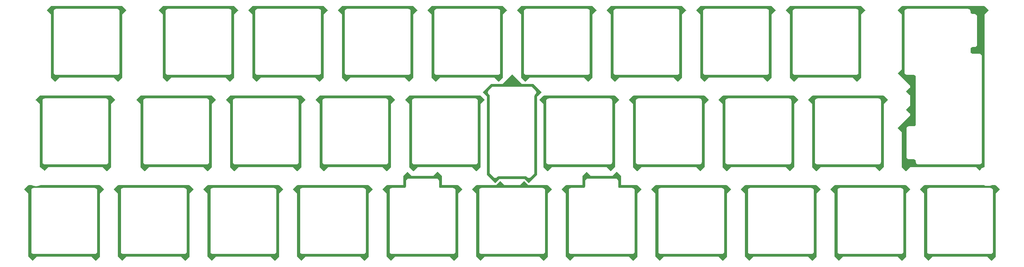
<source format=gbr>
%TF.GenerationSoftware,KiCad,Pcbnew,(7.0.0)*%
%TF.CreationDate,2024-03-02T22:10:46+01:00*%
%TF.ProjectId,kicad_tsuru_plate,6b696361-645f-4747-9375-72755f706c61,rev?*%
%TF.SameCoordinates,Original*%
%TF.FileFunction,Soldermask,Top*%
%TF.FilePolarity,Negative*%
%FSLAX46Y46*%
G04 Gerber Fmt 4.6, Leading zero omitted, Abs format (unit mm)*
G04 Created by KiCad (PCBNEW (7.0.0)) date 2024-03-02 22:10:46*
%MOMM*%
%LPD*%
G01*
G04 APERTURE LIST*
G04 APERTURE END LIST*
G36*
X72633898Y-93581843D02*
G01*
X72652204Y-93626037D01*
X72652204Y-95347995D01*
X72652134Y-95350945D01*
X72651777Y-95358500D01*
X72651224Y-95364354D01*
X72650370Y-95370356D01*
X72649268Y-95376136D01*
X72648479Y-95379424D01*
X72623445Y-95416112D01*
X72580361Y-95426907D01*
X72540986Y-95406357D01*
X72525204Y-95364840D01*
X72525204Y-95361910D01*
X72516413Y-95340688D01*
X71676427Y-94500702D01*
X71658121Y-94456508D01*
X71676427Y-94412314D01*
X72506898Y-93581843D01*
X72551092Y-93563537D01*
X72589704Y-93563537D01*
X72633898Y-93581843D01*
G37*
G36*
X92449917Y-89585302D02*
G01*
X92468223Y-89629496D01*
X92468223Y-89668108D01*
X92449917Y-89712302D01*
X91619446Y-90542773D01*
X91575252Y-90561079D01*
X91531058Y-90542773D01*
X90691071Y-89702786D01*
X90669850Y-89693996D01*
X90666920Y-89693996D01*
X90625407Y-89678218D01*
X90604854Y-89638850D01*
X90615638Y-89595769D01*
X90652315Y-89570726D01*
X90655602Y-89569936D01*
X90661403Y-89568829D01*
X90667405Y-89567975D01*
X90673268Y-89567421D01*
X90680824Y-89567065D01*
X90683765Y-89566996D01*
X92405723Y-89566996D01*
X92449917Y-89585302D01*
G37*
G36*
X135312525Y-70535254D02*
G01*
X135330831Y-70579448D01*
X135330831Y-70618060D01*
X135312525Y-70662254D01*
X134482054Y-71492725D01*
X134437860Y-71511031D01*
X134393666Y-71492725D01*
X133553679Y-70652738D01*
X133532458Y-70643948D01*
X133529528Y-70643948D01*
X133488015Y-70628170D01*
X133467462Y-70588802D01*
X133478246Y-70545721D01*
X133514923Y-70520678D01*
X133518210Y-70519888D01*
X133524011Y-70518781D01*
X133530013Y-70517927D01*
X133535876Y-70517373D01*
X133543432Y-70517017D01*
X133546373Y-70516948D01*
X135268331Y-70516948D01*
X135312525Y-70535254D01*
G37*
G36*
X197225181Y-89585302D02*
G01*
X197243487Y-89629496D01*
X197243487Y-89668108D01*
X197225181Y-89712302D01*
X196394710Y-90542773D01*
X196350516Y-90561079D01*
X196306322Y-90542773D01*
X195466335Y-89702786D01*
X195445114Y-89693996D01*
X195442184Y-89693996D01*
X195400671Y-89678218D01*
X195380118Y-89638850D01*
X195390902Y-89595769D01*
X195427579Y-89570726D01*
X195430866Y-89569936D01*
X195436667Y-89568829D01*
X195442669Y-89567975D01*
X195448532Y-89567421D01*
X195456088Y-89567065D01*
X195459029Y-89566996D01*
X197180987Y-89566996D01*
X197225181Y-89585302D01*
G37*
G36*
X179087868Y-70517017D02*
G01*
X179095423Y-70517373D01*
X179101285Y-70517927D01*
X179107287Y-70518781D01*
X179113084Y-70519887D01*
X179116372Y-70520677D01*
X179153051Y-70545718D01*
X179163837Y-70588800D01*
X179143285Y-70628169D01*
X179101771Y-70643948D01*
X179098841Y-70643948D01*
X179077619Y-70652738D01*
X178237633Y-71492725D01*
X178193439Y-71511031D01*
X178149245Y-71492725D01*
X177318774Y-70662254D01*
X177300468Y-70618060D01*
X177300468Y-70579448D01*
X177318774Y-70535254D01*
X177362968Y-70516948D01*
X179084926Y-70516948D01*
X179087868Y-70517017D01*
G37*
G36*
X237743145Y-55476771D02*
G01*
X238573616Y-56307242D01*
X238591922Y-56351436D01*
X238573616Y-56395630D01*
X237733629Y-57235616D01*
X237724839Y-57256838D01*
X237724839Y-57259768D01*
X237709060Y-57301282D01*
X237669691Y-57321834D01*
X237626609Y-57311048D01*
X237601568Y-57274369D01*
X237600778Y-57271081D01*
X237599672Y-57265284D01*
X237598818Y-57259282D01*
X237598264Y-57253420D01*
X237597908Y-57245865D01*
X237597839Y-57242923D01*
X237597839Y-55520965D01*
X237616145Y-55476771D01*
X237660339Y-55458465D01*
X237698951Y-55458465D01*
X237743145Y-55476771D01*
G37*
G36*
X52005177Y-74531795D02*
G01*
X52095565Y-74622183D01*
X52113871Y-74666377D01*
X52113871Y-76146543D01*
X52095565Y-76190737D01*
X51995661Y-76290640D01*
X51986871Y-76311862D01*
X51986871Y-89668108D01*
X51968565Y-89712302D01*
X51878177Y-89802690D01*
X51833983Y-89820996D01*
X50353817Y-89820996D01*
X50309623Y-89802690D01*
X50209719Y-89702786D01*
X50188498Y-89693996D01*
X38604737Y-89693996D01*
X38583515Y-89702786D01*
X38483612Y-89802690D01*
X38439418Y-89820996D01*
X37082010Y-89820996D01*
X37049536Y-89811897D01*
X37007814Y-89786525D01*
X37004040Y-89784569D01*
X36843964Y-89715039D01*
X36816603Y-89691991D01*
X36806364Y-89657713D01*
X36806364Y-88606707D01*
X37401684Y-88606707D01*
X37401952Y-88610787D01*
X37418234Y-88734103D01*
X37420335Y-88741938D01*
X37467142Y-88854963D01*
X37471202Y-88861996D01*
X37545663Y-88959050D01*
X37551405Y-88964792D01*
X37648449Y-89039266D01*
X37655487Y-89043330D01*
X37768497Y-89090146D01*
X37776342Y-89092248D01*
X37899656Y-89108487D01*
X37903729Y-89108755D01*
X50899634Y-89108755D01*
X50903718Y-89108487D01*
X51027035Y-89092283D01*
X51034884Y-89090181D01*
X51147915Y-89043363D01*
X51154943Y-89039305D01*
X51252005Y-88964823D01*
X51257743Y-88959084D01*
X51332218Y-88862019D01*
X51336277Y-88854987D01*
X51383089Y-88741953D01*
X51385189Y-88734114D01*
X51401418Y-88610776D01*
X51401684Y-88606716D01*
X51401684Y-75610803D01*
X51401415Y-75606722D01*
X51385135Y-75483409D01*
X51383035Y-75475579D01*
X51336218Y-75362559D01*
X51332157Y-75355526D01*
X51257691Y-75258476D01*
X51251951Y-75252736D01*
X51154908Y-75178263D01*
X51147873Y-75174200D01*
X51034868Y-75127378D01*
X51027017Y-75125274D01*
X50903718Y-75109023D01*
X50899633Y-75108755D01*
X37903728Y-75108755D01*
X37899659Y-75109021D01*
X37776330Y-75125267D01*
X37768487Y-75127368D01*
X37655456Y-75174175D01*
X37648428Y-75178231D01*
X37551362Y-75252704D01*
X37545625Y-75258442D01*
X37471146Y-75355503D01*
X37467089Y-75362532D01*
X37420278Y-75475556D01*
X37418175Y-75483405D01*
X37401949Y-75606733D01*
X37401684Y-75610794D01*
X37401684Y-88606707D01*
X36806364Y-88606707D01*
X36806364Y-76311862D01*
X36797573Y-76290640D01*
X36697670Y-76190737D01*
X36679364Y-76146543D01*
X36679364Y-74666377D01*
X36697670Y-74622183D01*
X36788058Y-74531795D01*
X36832252Y-74513489D01*
X51960983Y-74513489D01*
X52005177Y-74531795D01*
G37*
G36*
X205984234Y-93581843D02*
G01*
X206002540Y-93626037D01*
X206002540Y-95347995D01*
X206002470Y-95350945D01*
X206002113Y-95358500D01*
X206001560Y-95364354D01*
X206000706Y-95370356D01*
X205999604Y-95376136D01*
X205998815Y-95379424D01*
X205973781Y-95416112D01*
X205930697Y-95426907D01*
X205891322Y-95406357D01*
X205875540Y-95364840D01*
X205875540Y-95361910D01*
X205866749Y-95340688D01*
X205026763Y-94500702D01*
X205008457Y-94456508D01*
X205026763Y-94412314D01*
X205857234Y-93581843D01*
X205901428Y-93563537D01*
X205940040Y-93563537D01*
X205984234Y-93581843D01*
G37*
G36*
X202024305Y-93581843D02*
G01*
X202854776Y-94412314D01*
X202873082Y-94456508D01*
X202854776Y-94500702D01*
X202014789Y-95340688D01*
X202005999Y-95361910D01*
X202005999Y-95364840D01*
X201990220Y-95406354D01*
X201950851Y-95426906D01*
X201907769Y-95416120D01*
X201882728Y-95379441D01*
X201881938Y-95376153D01*
X201880832Y-95370356D01*
X201879978Y-95364354D01*
X201879424Y-95358492D01*
X201879068Y-95350937D01*
X201878999Y-95347995D01*
X201878999Y-93626037D01*
X201897305Y-93581843D01*
X201941499Y-93563537D01*
X201980111Y-93563537D01*
X202024305Y-93581843D01*
G37*
G36*
X216311841Y-74531795D02*
G01*
X217142312Y-75362266D01*
X217160618Y-75406460D01*
X217142312Y-75450654D01*
X216302325Y-76290640D01*
X216293535Y-76311862D01*
X216293535Y-76314792D01*
X216277756Y-76356306D01*
X216238387Y-76376858D01*
X216195305Y-76366072D01*
X216170264Y-76329393D01*
X216169474Y-76326105D01*
X216168368Y-76320308D01*
X216167514Y-76314306D01*
X216166960Y-76308444D01*
X216166604Y-76300889D01*
X216166535Y-76297947D01*
X216166535Y-74575989D01*
X216184841Y-74531795D01*
X216229035Y-74513489D01*
X216267647Y-74513489D01*
X216311841Y-74531795D01*
G37*
G36*
X216311841Y-74531795D02*
G01*
X216402229Y-74622183D01*
X216420535Y-74666377D01*
X216420535Y-76146543D01*
X216402229Y-76190737D01*
X216302325Y-76290640D01*
X216293535Y-76311862D01*
X216293535Y-89668108D01*
X216275229Y-89712302D01*
X216184841Y-89802690D01*
X216140647Y-89820996D01*
X214660481Y-89820996D01*
X214616287Y-89802690D01*
X214516383Y-89702786D01*
X214495162Y-89693996D01*
X202911401Y-89693996D01*
X202890179Y-89702786D01*
X202790276Y-89802690D01*
X202746082Y-89820996D01*
X201265916Y-89820996D01*
X201221722Y-89802690D01*
X201131334Y-89712302D01*
X201113028Y-89668108D01*
X201113028Y-88606712D01*
X201707934Y-88606712D01*
X201708199Y-88610782D01*
X201724343Y-88734109D01*
X201726449Y-88741978D01*
X201773264Y-88855001D01*
X201777331Y-88862044D01*
X201851814Y-88959101D01*
X201857559Y-88964846D01*
X201954637Y-89039318D01*
X201961671Y-89043377D01*
X202074718Y-89090179D01*
X202082565Y-89092279D01*
X202205899Y-89108487D01*
X202209984Y-89108755D01*
X215205886Y-89108755D01*
X215209961Y-89108487D01*
X215333281Y-89092225D01*
X215341117Y-89090124D01*
X215454137Y-89043307D01*
X215461170Y-89039246D01*
X215558220Y-88964778D01*
X215563963Y-88959035D01*
X215638433Y-88861991D01*
X215642497Y-88854954D01*
X215689317Y-88741940D01*
X215691419Y-88734097D01*
X215707667Y-88610775D01*
X215707934Y-88606713D01*
X215707934Y-75610821D01*
X215707662Y-75606705D01*
X215691338Y-75483412D01*
X215689240Y-75475593D01*
X215642424Y-75362568D01*
X215638368Y-75355543D01*
X215563907Y-75258491D01*
X215558171Y-75252755D01*
X215461137Y-75178279D01*
X215454100Y-75174215D01*
X215341107Y-75127389D01*
X215333259Y-75125285D01*
X215209977Y-75109024D01*
X215205875Y-75108755D01*
X202209983Y-75108755D01*
X202205902Y-75109021D01*
X202082579Y-75125231D01*
X202074733Y-75127332D01*
X201961698Y-75174150D01*
X201954677Y-75178203D01*
X201857608Y-75252687D01*
X201851871Y-75258425D01*
X201777396Y-75355490D01*
X201773337Y-75362521D01*
X201726528Y-75475550D01*
X201724425Y-75483402D01*
X201708200Y-75606732D01*
X201707934Y-75610794D01*
X201707934Y-88606712D01*
X201113028Y-88606712D01*
X201113028Y-76311862D01*
X201104237Y-76290640D01*
X201004334Y-76190737D01*
X200986028Y-76146543D01*
X200986028Y-74666377D01*
X201004334Y-74622183D01*
X201094722Y-74531795D01*
X201138916Y-74513489D01*
X216267647Y-74513489D01*
X216311841Y-74531795D01*
G37*
G36*
X49623921Y-93581843D02*
G01*
X50454392Y-94412314D01*
X50472698Y-94456508D01*
X50454392Y-94500702D01*
X49614405Y-95340688D01*
X49605615Y-95361910D01*
X49605615Y-95364840D01*
X49589836Y-95406354D01*
X49550467Y-95426906D01*
X49507385Y-95416120D01*
X49482344Y-95379441D01*
X49481554Y-95376153D01*
X49480448Y-95370356D01*
X49479594Y-95364354D01*
X49479040Y-95358492D01*
X49478684Y-95350937D01*
X49478615Y-95347995D01*
X49478615Y-93626037D01*
X49496921Y-93581843D01*
X49541115Y-93563537D01*
X49579727Y-93563537D01*
X49623921Y-93581843D01*
G37*
G36*
X116262477Y-70535254D02*
G01*
X116280783Y-70579448D01*
X116280783Y-70618060D01*
X116262477Y-70662254D01*
X115432006Y-71492725D01*
X115387812Y-71511031D01*
X115343618Y-71492725D01*
X114503631Y-70652738D01*
X114482410Y-70643948D01*
X114479480Y-70643948D01*
X114437967Y-70628170D01*
X114417414Y-70588802D01*
X114428198Y-70545721D01*
X114464875Y-70520678D01*
X114468162Y-70519888D01*
X114473963Y-70518781D01*
X114479965Y-70517927D01*
X114485828Y-70517373D01*
X114493384Y-70517017D01*
X114496325Y-70516948D01*
X116218283Y-70516948D01*
X116262477Y-70535254D01*
G37*
G36*
X139839880Y-92714760D02*
G01*
X140679866Y-93554746D01*
X140701088Y-93563537D01*
X140704018Y-93563537D01*
X140745535Y-93579319D01*
X140766085Y-93618694D01*
X140755290Y-93661778D01*
X140718602Y-93686812D01*
X140715314Y-93687601D01*
X140709534Y-93688703D01*
X140703532Y-93689557D01*
X140697678Y-93690110D01*
X140690123Y-93690467D01*
X140687173Y-93690537D01*
X138904199Y-93690537D01*
X138901249Y-93690467D01*
X138893693Y-93690110D01*
X138887839Y-93689557D01*
X138881837Y-93688703D01*
X138876053Y-93687600D01*
X138872766Y-93686811D01*
X138836080Y-93661775D01*
X138825287Y-93618692D01*
X138845838Y-93579318D01*
X138887354Y-93563537D01*
X138890284Y-93563537D01*
X138911505Y-93554746D01*
X139751492Y-92714760D01*
X139795686Y-92696454D01*
X139839880Y-92714760D01*
G37*
G36*
X192462669Y-70535254D02*
G01*
X192480975Y-70579448D01*
X192480975Y-70618060D01*
X192462669Y-70662254D01*
X191632198Y-71492725D01*
X191588004Y-71511031D01*
X191543810Y-71492725D01*
X190703823Y-70652738D01*
X190682602Y-70643948D01*
X190679672Y-70643948D01*
X190638159Y-70628170D01*
X190617606Y-70588802D01*
X190628390Y-70545721D01*
X190665067Y-70520678D01*
X190668354Y-70519888D01*
X190674155Y-70518781D01*
X190680157Y-70517927D01*
X190686020Y-70517373D01*
X190693576Y-70517017D01*
X190696517Y-70516948D01*
X192418475Y-70516948D01*
X192462669Y-70535254D01*
G37*
G36*
X196459210Y-55481747D02*
G01*
X196477516Y-55525941D01*
X196477516Y-57247899D01*
X196477446Y-57250849D01*
X196477089Y-57258404D01*
X196476536Y-57264258D01*
X196475682Y-57270260D01*
X196474580Y-57276040D01*
X196473791Y-57279328D01*
X196448757Y-57316016D01*
X196405673Y-57326811D01*
X196366298Y-57306261D01*
X196350516Y-57264744D01*
X196350516Y-57261814D01*
X196341725Y-57240592D01*
X195501739Y-56400606D01*
X195483433Y-56356412D01*
X195501739Y-56312218D01*
X196332210Y-55481747D01*
X196376404Y-55463441D01*
X196415016Y-55463441D01*
X196459210Y-55481747D01*
G37*
G36*
X68673969Y-93581843D02*
G01*
X69504440Y-94412314D01*
X69522746Y-94456508D01*
X69504440Y-94500702D01*
X68664453Y-95340688D01*
X68655663Y-95361910D01*
X68655663Y-95364840D01*
X68639884Y-95406354D01*
X68600515Y-95426906D01*
X68557433Y-95416120D01*
X68532392Y-95379441D01*
X68531602Y-95376153D01*
X68530496Y-95370356D01*
X68529642Y-95364354D01*
X68529088Y-95358492D01*
X68528732Y-95350937D01*
X68528663Y-95347995D01*
X68528663Y-93626037D01*
X68546969Y-93581843D01*
X68591163Y-93563537D01*
X68629775Y-93563537D01*
X68673969Y-93581843D01*
G37*
G36*
X92486529Y-74531795D02*
G01*
X92576917Y-74622183D01*
X92595223Y-74666377D01*
X92595223Y-76146543D01*
X92576917Y-76190737D01*
X92477013Y-76290640D01*
X92468223Y-76311862D01*
X92468223Y-89668108D01*
X92449917Y-89712302D01*
X92359529Y-89802690D01*
X92315335Y-89820996D01*
X90835169Y-89820996D01*
X90790975Y-89802690D01*
X90691071Y-89702786D01*
X90669850Y-89693996D01*
X79086089Y-89693996D01*
X79064867Y-89702786D01*
X78964964Y-89802690D01*
X78920770Y-89820996D01*
X77440604Y-89820996D01*
X77396410Y-89802690D01*
X77306022Y-89712302D01*
X77287716Y-89668108D01*
X77287716Y-88606717D01*
X77882934Y-88606717D01*
X77883199Y-88610773D01*
X77899428Y-88734101D01*
X77901529Y-88741940D01*
X77948345Y-88854965D01*
X77952403Y-88861994D01*
X78026880Y-88959041D01*
X78032621Y-88964782D01*
X78129681Y-89039241D01*
X78136715Y-89043300D01*
X78249752Y-89090097D01*
X78257573Y-89092194D01*
X78380908Y-89108487D01*
X78384979Y-89108755D01*
X91380890Y-89108755D01*
X91384959Y-89108488D01*
X91508278Y-89092246D01*
X91516128Y-89090142D01*
X91629147Y-89043325D01*
X91636180Y-89039264D01*
X91733236Y-88964792D01*
X91738978Y-88959050D01*
X91813452Y-88862001D01*
X91817516Y-88854964D01*
X91864339Y-88741944D01*
X91866440Y-88734104D01*
X91882668Y-88610774D01*
X91882934Y-88606717D01*
X91882934Y-75610799D01*
X91882667Y-75606730D01*
X91866422Y-75483398D01*
X91864321Y-75475558D01*
X91817504Y-75362533D01*
X91813440Y-75355493D01*
X91738973Y-75258432D01*
X91733230Y-75252688D01*
X91636181Y-75178203D01*
X91629145Y-75174139D01*
X91516138Y-75127307D01*
X91508274Y-75125200D01*
X91384951Y-75109019D01*
X91380898Y-75108755D01*
X78384972Y-75108755D01*
X78380915Y-75109020D01*
X78257584Y-75125250D01*
X78249738Y-75127352D01*
X78136715Y-75174165D01*
X78129680Y-75178227D01*
X78032627Y-75252699D01*
X78026885Y-75258441D01*
X77952414Y-75355501D01*
X77948355Y-75362531D01*
X77901546Y-75475562D01*
X77899445Y-75483400D01*
X77883200Y-75606730D01*
X77882934Y-75610799D01*
X77882934Y-88606717D01*
X77287716Y-88606717D01*
X77287716Y-76311862D01*
X77278925Y-76290640D01*
X77179022Y-76190737D01*
X77160716Y-76146543D01*
X77160716Y-74666377D01*
X77179022Y-74622183D01*
X77269410Y-74531795D01*
X77313604Y-74513489D01*
X92442335Y-74513489D01*
X92486529Y-74531795D01*
G37*
G36*
X36212508Y-108617113D02*
G01*
X36220063Y-108617469D01*
X36225925Y-108618023D01*
X36231927Y-108618877D01*
X36237724Y-108619983D01*
X36241012Y-108620773D01*
X36277691Y-108645814D01*
X36288477Y-108688896D01*
X36267925Y-108728265D01*
X36226411Y-108744044D01*
X36223481Y-108744044D01*
X36202259Y-108752834D01*
X35362273Y-109592821D01*
X35318079Y-109611127D01*
X35273885Y-109592821D01*
X34443414Y-108762350D01*
X34425108Y-108718156D01*
X34425108Y-108679544D01*
X34443414Y-108635350D01*
X34487608Y-108617044D01*
X36209566Y-108617044D01*
X36212508Y-108617113D01*
G37*
G36*
X169562844Y-108617113D02*
G01*
X169570399Y-108617469D01*
X169576261Y-108618023D01*
X169582263Y-108618877D01*
X169588060Y-108619983D01*
X169591348Y-108620773D01*
X169628027Y-108645814D01*
X169638813Y-108688896D01*
X169618261Y-108728265D01*
X169576747Y-108744044D01*
X169573817Y-108744044D01*
X169552595Y-108752834D01*
X168712609Y-109592821D01*
X168668415Y-109611127D01*
X168624221Y-109592821D01*
X167793750Y-108762350D01*
X167775444Y-108718156D01*
X167775444Y-108679544D01*
X167793750Y-108635350D01*
X167837944Y-108617044D01*
X169559902Y-108617044D01*
X169562844Y-108617113D01*
G37*
G36*
X131462748Y-108617113D02*
G01*
X131470303Y-108617469D01*
X131476165Y-108618023D01*
X131482167Y-108618877D01*
X131487964Y-108619983D01*
X131491252Y-108620773D01*
X131527931Y-108645814D01*
X131538717Y-108688896D01*
X131518165Y-108728265D01*
X131476651Y-108744044D01*
X131473721Y-108744044D01*
X131452499Y-108752834D01*
X130612513Y-109592821D01*
X130568319Y-109611127D01*
X130524125Y-109592821D01*
X129693654Y-108762350D01*
X129675348Y-108718156D01*
X129675348Y-108679544D01*
X129693654Y-108635350D01*
X129737848Y-108617044D01*
X131459806Y-108617044D01*
X131462748Y-108617113D01*
G37*
G36*
X73436481Y-74531795D02*
G01*
X73526869Y-74622183D01*
X73545175Y-74666377D01*
X73545175Y-76146543D01*
X73526869Y-76190737D01*
X73426965Y-76290640D01*
X73418175Y-76311862D01*
X73418175Y-89668108D01*
X73399869Y-89712302D01*
X73309481Y-89802690D01*
X73265287Y-89820996D01*
X71785121Y-89820996D01*
X71740927Y-89802690D01*
X71641023Y-89702786D01*
X71619802Y-89693996D01*
X60036041Y-89693996D01*
X60014819Y-89702786D01*
X59914916Y-89802690D01*
X59870722Y-89820996D01*
X58390556Y-89820996D01*
X58346362Y-89802690D01*
X58255974Y-89712302D01*
X58237668Y-89668108D01*
X58237668Y-88606701D01*
X58832934Y-88606701D01*
X58833202Y-88610794D01*
X58849447Y-88734088D01*
X58851550Y-88741932D01*
X58898373Y-88854942D01*
X58902434Y-88861974D01*
X58976908Y-88959011D01*
X58982651Y-88964753D01*
X59079702Y-89039210D01*
X59086739Y-89043272D01*
X59199758Y-89090075D01*
X59207587Y-89092176D01*
X59330888Y-89108484D01*
X59334994Y-89108755D01*
X72330890Y-89108755D01*
X72334959Y-89108488D01*
X72458278Y-89092246D01*
X72466128Y-89090142D01*
X72579147Y-89043325D01*
X72586180Y-89039264D01*
X72683236Y-88964792D01*
X72688978Y-88959050D01*
X72763452Y-88862001D01*
X72767516Y-88854964D01*
X72814339Y-88741944D01*
X72816440Y-88734104D01*
X72832668Y-88610774D01*
X72832934Y-88606717D01*
X72832934Y-75610799D01*
X72832667Y-75606730D01*
X72816422Y-75483398D01*
X72814321Y-75475558D01*
X72767504Y-75362533D01*
X72763440Y-75355493D01*
X72688973Y-75258432D01*
X72683230Y-75252688D01*
X72586181Y-75178203D01*
X72579145Y-75174139D01*
X72466138Y-75127307D01*
X72458274Y-75125200D01*
X72334951Y-75109019D01*
X72330898Y-75108755D01*
X59334987Y-75108755D01*
X59330896Y-75109023D01*
X59207590Y-75125271D01*
X59199754Y-75127371D01*
X59086737Y-75174194D01*
X59079699Y-75178258D01*
X58982657Y-75252727D01*
X58976913Y-75258471D01*
X58902443Y-75355524D01*
X58898386Y-75362549D01*
X58851565Y-75475573D01*
X58849464Y-75483412D01*
X58833201Y-75606725D01*
X58832934Y-75610799D01*
X58832934Y-88606701D01*
X58237668Y-88606701D01*
X58237668Y-76311862D01*
X58228877Y-76290640D01*
X58128974Y-76190737D01*
X58110668Y-76146543D01*
X58110668Y-74666377D01*
X58128974Y-74622183D01*
X58219362Y-74531795D01*
X58263556Y-74513489D01*
X73392287Y-74513489D01*
X73436481Y-74531795D01*
G37*
G36*
X111536577Y-74531795D02*
G01*
X112367048Y-75362266D01*
X112385354Y-75406460D01*
X112367048Y-75450654D01*
X111527061Y-76290640D01*
X111518271Y-76311862D01*
X111518271Y-76314792D01*
X111502492Y-76356306D01*
X111463123Y-76376858D01*
X111420041Y-76366072D01*
X111395000Y-76329393D01*
X111394210Y-76326105D01*
X111393104Y-76320308D01*
X111392250Y-76314306D01*
X111391696Y-76308444D01*
X111391340Y-76300889D01*
X111391271Y-76297947D01*
X111391271Y-74575989D01*
X111409577Y-74531795D01*
X111453771Y-74513489D01*
X111492383Y-74513489D01*
X111536577Y-74531795D01*
G37*
G36*
X192499281Y-55481747D02*
G01*
X193329752Y-56312218D01*
X193348058Y-56356412D01*
X193329752Y-56400606D01*
X192489765Y-57240592D01*
X192480975Y-57261814D01*
X192480975Y-57264744D01*
X192465196Y-57306258D01*
X192425827Y-57326810D01*
X192382745Y-57316024D01*
X192357704Y-57279345D01*
X192356914Y-57276057D01*
X192355808Y-57270260D01*
X192354954Y-57264258D01*
X192354400Y-57258396D01*
X192354044Y-57250841D01*
X192353975Y-57247899D01*
X192353975Y-55525941D01*
X192372281Y-55481747D01*
X192416475Y-55463441D01*
X192455087Y-55463441D01*
X192499281Y-55481747D01*
G37*
G36*
X167884138Y-93581843D02*
G01*
X167902444Y-93626037D01*
X167902444Y-95347995D01*
X167902374Y-95350945D01*
X167902017Y-95358500D01*
X167901464Y-95364354D01*
X167900610Y-95370356D01*
X167899508Y-95376136D01*
X167898719Y-95379424D01*
X167873685Y-95416112D01*
X167830601Y-95426907D01*
X167791226Y-95406357D01*
X167775444Y-95364840D01*
X167775444Y-95361910D01*
X167766653Y-95340688D01*
X166926667Y-94500702D01*
X166908361Y-94456508D01*
X166926667Y-94412314D01*
X167757138Y-93581843D01*
X167801332Y-93563537D01*
X167839944Y-93563537D01*
X167884138Y-93581843D01*
G37*
G36*
X145750284Y-89567065D02*
G01*
X145757839Y-89567421D01*
X145763701Y-89567975D01*
X145769703Y-89568829D01*
X145775500Y-89569935D01*
X145778788Y-89570725D01*
X145815467Y-89595766D01*
X145826253Y-89638848D01*
X145805701Y-89678217D01*
X145764187Y-89693996D01*
X145761257Y-89693996D01*
X145740035Y-89702786D01*
X144900049Y-90542773D01*
X144855855Y-90561079D01*
X144811661Y-90542773D01*
X143981190Y-89712302D01*
X143962884Y-89668108D01*
X143962884Y-89629496D01*
X143981190Y-89585302D01*
X144025384Y-89566996D01*
X145747342Y-89566996D01*
X145750284Y-89567065D01*
G37*
G36*
X97249041Y-55481747D02*
G01*
X97339429Y-55572135D01*
X97357735Y-55616329D01*
X97357735Y-57096495D01*
X97339429Y-57140689D01*
X97239525Y-57240592D01*
X97230735Y-57261814D01*
X97230735Y-70618060D01*
X97212429Y-70662254D01*
X97122041Y-70752642D01*
X97077847Y-70770948D01*
X95597681Y-70770948D01*
X95553487Y-70752642D01*
X95453583Y-70652738D01*
X95432362Y-70643948D01*
X83848601Y-70643948D01*
X83827379Y-70652738D01*
X83727476Y-70752642D01*
X83683282Y-70770948D01*
X82203116Y-70770948D01*
X82158922Y-70752642D01*
X82068534Y-70662254D01*
X82050228Y-70618060D01*
X82050228Y-69556717D01*
X82645434Y-69556717D01*
X82645699Y-69560773D01*
X82661928Y-69684101D01*
X82664029Y-69691940D01*
X82710845Y-69804965D01*
X82714903Y-69811994D01*
X82789380Y-69909041D01*
X82795121Y-69914782D01*
X82892181Y-69989241D01*
X82899215Y-69993300D01*
X83012252Y-70040097D01*
X83020073Y-70042194D01*
X83143408Y-70058487D01*
X83147479Y-70058755D01*
X96143390Y-70058755D01*
X96147459Y-70058488D01*
X96270778Y-70042246D01*
X96278628Y-70040142D01*
X96391647Y-69993325D01*
X96398680Y-69989264D01*
X96495736Y-69914792D01*
X96501478Y-69909050D01*
X96575952Y-69812001D01*
X96580016Y-69804964D01*
X96626839Y-69691944D01*
X96628940Y-69684104D01*
X96645168Y-69560774D01*
X96645434Y-69556717D01*
X96645434Y-56560799D01*
X96645167Y-56556730D01*
X96628922Y-56433398D01*
X96626821Y-56425558D01*
X96580004Y-56312533D01*
X96575940Y-56305493D01*
X96501473Y-56208432D01*
X96495730Y-56202688D01*
X96398681Y-56128203D01*
X96391645Y-56124139D01*
X96278638Y-56077307D01*
X96270774Y-56075200D01*
X96147451Y-56059019D01*
X96143398Y-56058755D01*
X83147472Y-56058755D01*
X83143415Y-56059020D01*
X83020084Y-56075250D01*
X83012238Y-56077352D01*
X82899215Y-56124165D01*
X82892180Y-56128227D01*
X82795127Y-56202699D01*
X82789385Y-56208441D01*
X82714914Y-56305501D01*
X82710855Y-56312531D01*
X82664046Y-56425562D01*
X82661945Y-56433400D01*
X82645700Y-56556730D01*
X82645434Y-56560799D01*
X82645434Y-69556717D01*
X82050228Y-69556717D01*
X82050228Y-57261814D01*
X82041437Y-57240592D01*
X81941534Y-57140689D01*
X81923228Y-57096495D01*
X81923228Y-55616329D01*
X81941534Y-55572135D01*
X82031922Y-55481747D01*
X82076116Y-55463441D01*
X97204847Y-55463441D01*
X97249041Y-55481747D01*
G37*
G36*
X150512796Y-108617113D02*
G01*
X150520351Y-108617469D01*
X150526213Y-108618023D01*
X150532215Y-108618877D01*
X150538012Y-108619983D01*
X150541300Y-108620773D01*
X150577979Y-108645814D01*
X150588765Y-108688896D01*
X150568213Y-108728265D01*
X150526699Y-108744044D01*
X150523769Y-108744044D01*
X150502547Y-108752834D01*
X149662561Y-109592821D01*
X149618367Y-109611127D01*
X149574173Y-109592821D01*
X148743702Y-108762350D01*
X148725396Y-108718156D01*
X148725396Y-108679544D01*
X148743702Y-108635350D01*
X148787896Y-108617044D01*
X150509854Y-108617044D01*
X150512796Y-108617113D01*
G37*
G36*
X54386433Y-55481747D02*
G01*
X54476821Y-55572135D01*
X54495127Y-55616329D01*
X54495127Y-57096495D01*
X54476821Y-57140689D01*
X54376917Y-57240592D01*
X54368127Y-57261814D01*
X54368127Y-70618060D01*
X54349821Y-70662254D01*
X54259433Y-70752642D01*
X54215239Y-70770948D01*
X52735073Y-70770948D01*
X52690879Y-70752642D01*
X52590975Y-70652738D01*
X52569754Y-70643948D01*
X40985993Y-70643948D01*
X40964771Y-70652738D01*
X40864868Y-70752642D01*
X40820674Y-70770948D01*
X39340508Y-70770948D01*
X39296314Y-70752642D01*
X39205926Y-70662254D01*
X39187620Y-70618060D01*
X39187620Y-69556701D01*
X39782934Y-69556701D01*
X39783202Y-69560794D01*
X39799447Y-69684088D01*
X39801550Y-69691932D01*
X39848373Y-69804942D01*
X39852434Y-69811974D01*
X39926908Y-69909011D01*
X39932651Y-69914753D01*
X40029702Y-69989210D01*
X40036739Y-69993272D01*
X40149758Y-70040075D01*
X40157587Y-70042176D01*
X40280888Y-70058484D01*
X40284994Y-70058755D01*
X53280893Y-70058755D01*
X53284958Y-70058488D01*
X53408288Y-70042266D01*
X53416137Y-70040164D01*
X53529169Y-69993354D01*
X53536200Y-69989295D01*
X53633265Y-69914821D01*
X53639007Y-69909079D01*
X53713481Y-69812024D01*
X53717547Y-69804980D01*
X53764356Y-69691962D01*
X53766460Y-69684106D01*
X53782666Y-69560788D01*
X53782934Y-69556705D01*
X53782934Y-56560796D01*
X53782667Y-56556730D01*
X53766443Y-56433391D01*
X53764342Y-56425548D01*
X53717533Y-56312510D01*
X53713471Y-56305473D01*
X53639001Y-56208403D01*
X53633259Y-56202660D01*
X53536202Y-56128171D01*
X53529170Y-56124110D01*
X53416146Y-56077284D01*
X53408283Y-56075180D01*
X53284952Y-56059019D01*
X53280901Y-56058755D01*
X40284987Y-56058755D01*
X40280896Y-56059023D01*
X40157590Y-56075271D01*
X40149754Y-56077371D01*
X40036737Y-56124194D01*
X40029699Y-56128258D01*
X39932657Y-56202727D01*
X39926913Y-56208471D01*
X39852443Y-56305524D01*
X39848386Y-56312549D01*
X39801565Y-56425573D01*
X39799464Y-56433412D01*
X39783201Y-56556725D01*
X39782934Y-56560799D01*
X39782934Y-69556701D01*
X39187620Y-69556701D01*
X39187620Y-57261814D01*
X39178829Y-57240592D01*
X39078926Y-57140689D01*
X39060620Y-57096495D01*
X39060620Y-55616329D01*
X39078926Y-55572135D01*
X39169314Y-55481747D01*
X39213508Y-55463441D01*
X54342239Y-55463441D01*
X54386433Y-55481747D01*
G37*
G36*
X153894528Y-91451244D02*
G01*
X153994431Y-91551147D01*
X154015653Y-91559938D01*
X158615646Y-91559938D01*
X158636867Y-91551147D01*
X158736771Y-91451244D01*
X158780965Y-91432938D01*
X160261131Y-91432938D01*
X160305325Y-91451244D01*
X160395713Y-91541632D01*
X160414019Y-91585826D01*
X160414019Y-93551106D01*
X160417660Y-93559895D01*
X160426450Y-93563537D01*
X163880015Y-93563537D01*
X163924209Y-93581843D01*
X164014597Y-93672231D01*
X164032903Y-93716425D01*
X164032903Y-95196591D01*
X164014597Y-95240785D01*
X163914693Y-95340688D01*
X163905903Y-95361910D01*
X163905903Y-108718156D01*
X163887597Y-108762350D01*
X163797209Y-108852738D01*
X163753015Y-108871044D01*
X162272849Y-108871044D01*
X162228655Y-108852738D01*
X162128751Y-108752834D01*
X162107530Y-108744044D01*
X150523769Y-108744044D01*
X150502547Y-108752834D01*
X150402644Y-108852738D01*
X150358450Y-108871044D01*
X148878284Y-108871044D01*
X148834090Y-108852738D01*
X148743702Y-108762350D01*
X148725396Y-108718156D01*
X148725396Y-107656717D01*
X149320434Y-107656717D01*
X149320699Y-107660773D01*
X149336928Y-107784101D01*
X149339029Y-107791940D01*
X149385845Y-107904965D01*
X149389903Y-107911994D01*
X149464380Y-108009041D01*
X149470121Y-108014782D01*
X149567181Y-108089241D01*
X149574215Y-108093300D01*
X149687252Y-108140097D01*
X149695073Y-108142194D01*
X149818408Y-108158487D01*
X149822479Y-108158755D01*
X162818390Y-108158755D01*
X162822459Y-108158488D01*
X162945778Y-108142246D01*
X162953628Y-108140142D01*
X163066647Y-108093325D01*
X163073680Y-108089264D01*
X163170736Y-108014792D01*
X163176478Y-108009050D01*
X163250952Y-107912001D01*
X163255016Y-107904964D01*
X163301839Y-107791944D01*
X163303940Y-107784104D01*
X163320168Y-107660774D01*
X163320434Y-107656717D01*
X163320434Y-94660799D01*
X163320167Y-94656730D01*
X163303922Y-94533398D01*
X163301821Y-94525558D01*
X163255004Y-94412533D01*
X163250940Y-94405493D01*
X163176473Y-94308432D01*
X163170730Y-94302688D01*
X163073681Y-94228203D01*
X163066645Y-94224139D01*
X162953638Y-94177307D01*
X162945774Y-94175200D01*
X162822451Y-94159019D01*
X162818398Y-94158755D01*
X160324529Y-94158755D01*
X160316376Y-94158221D01*
X160199168Y-94142799D01*
X160183407Y-94138577D01*
X160078010Y-94094929D01*
X160063881Y-94086773D01*
X159973367Y-94017332D01*
X159961829Y-94005796D01*
X159892374Y-93915297D01*
X159884215Y-93901169D01*
X159840554Y-93795795D01*
X159836324Y-93779993D01*
X159820964Y-93662799D01*
X159820434Y-93654677D01*
X159820434Y-92660799D01*
X159820167Y-92656730D01*
X159803922Y-92533398D01*
X159801821Y-92525558D01*
X159755004Y-92412533D01*
X159750940Y-92405493D01*
X159676473Y-92308432D01*
X159670730Y-92302688D01*
X159573681Y-92228203D01*
X159566645Y-92224139D01*
X159453638Y-92177307D01*
X159445774Y-92175200D01*
X159322451Y-92159019D01*
X159318398Y-92158755D01*
X153322472Y-92158755D01*
X153318415Y-92159020D01*
X153195084Y-92175250D01*
X153187238Y-92177352D01*
X153074215Y-92224165D01*
X153067180Y-92228227D01*
X152970127Y-92302699D01*
X152964385Y-92308441D01*
X152889914Y-92405501D01*
X152885855Y-92412531D01*
X152839046Y-92525562D01*
X152836945Y-92533400D01*
X152820700Y-92656730D01*
X152820434Y-92660799D01*
X152820434Y-93654652D01*
X152819898Y-93662816D01*
X152804458Y-93780000D01*
X152800235Y-93795757D01*
X152756576Y-93901140D01*
X152748418Y-93915268D01*
X152678979Y-94005756D01*
X152667444Y-94017292D01*
X152576949Y-94086731D01*
X152562820Y-94094888D01*
X152457434Y-94138543D01*
X152441686Y-94142765D01*
X152324499Y-94158219D01*
X152316328Y-94158755D01*
X149822472Y-94158755D01*
X149818415Y-94159020D01*
X149695084Y-94175250D01*
X149687238Y-94177352D01*
X149574215Y-94224165D01*
X149567180Y-94228227D01*
X149470127Y-94302699D01*
X149464385Y-94308441D01*
X149389914Y-94405501D01*
X149385855Y-94412531D01*
X149339046Y-94525562D01*
X149336945Y-94533400D01*
X149320700Y-94656730D01*
X149320434Y-94660799D01*
X149320434Y-107656717D01*
X148725396Y-107656717D01*
X148725396Y-95361910D01*
X148716605Y-95340688D01*
X148616702Y-95240785D01*
X148598396Y-95196591D01*
X148598396Y-93716425D01*
X148616702Y-93672231D01*
X148707090Y-93581843D01*
X148751284Y-93563537D01*
X152204849Y-93563537D01*
X152213638Y-93559895D01*
X152217280Y-93551106D01*
X152217280Y-91585826D01*
X152235586Y-91541632D01*
X152325974Y-91451244D01*
X152370168Y-91432938D01*
X153850334Y-91432938D01*
X153894528Y-91451244D01*
G37*
G36*
X159161697Y-74531795D02*
G01*
X159252085Y-74622183D01*
X159270391Y-74666377D01*
X159270391Y-76146543D01*
X159252085Y-76190737D01*
X159152181Y-76290640D01*
X159143391Y-76311862D01*
X159143391Y-89668108D01*
X159125085Y-89712302D01*
X159034697Y-89802690D01*
X158990503Y-89820996D01*
X157510337Y-89820996D01*
X157466143Y-89802690D01*
X157366239Y-89702786D01*
X157345018Y-89693996D01*
X145761257Y-89693996D01*
X145740035Y-89702786D01*
X145640132Y-89802690D01*
X145595938Y-89820996D01*
X144115772Y-89820996D01*
X144071578Y-89802690D01*
X143981190Y-89712302D01*
X143962884Y-89668108D01*
X143962884Y-88606717D01*
X144557934Y-88606717D01*
X144558199Y-88610773D01*
X144574428Y-88734101D01*
X144576529Y-88741940D01*
X144623345Y-88854965D01*
X144627403Y-88861994D01*
X144701880Y-88959041D01*
X144707621Y-88964782D01*
X144804681Y-89039241D01*
X144811715Y-89043300D01*
X144924752Y-89090097D01*
X144932573Y-89092194D01*
X145055908Y-89108487D01*
X145059979Y-89108755D01*
X158055890Y-89108755D01*
X158059959Y-89108488D01*
X158183278Y-89092246D01*
X158191128Y-89090142D01*
X158304147Y-89043325D01*
X158311180Y-89039264D01*
X158408236Y-88964792D01*
X158413978Y-88959050D01*
X158488452Y-88862001D01*
X158492516Y-88854964D01*
X158539339Y-88741944D01*
X158541440Y-88734104D01*
X158557668Y-88610774D01*
X158557934Y-88606717D01*
X158557934Y-75610799D01*
X158557667Y-75606730D01*
X158541422Y-75483398D01*
X158539321Y-75475558D01*
X158492504Y-75362533D01*
X158488440Y-75355493D01*
X158413973Y-75258432D01*
X158408230Y-75252688D01*
X158311181Y-75178203D01*
X158304145Y-75174139D01*
X158191138Y-75127307D01*
X158183274Y-75125200D01*
X158059951Y-75109019D01*
X158055898Y-75108755D01*
X145059972Y-75108755D01*
X145055915Y-75109020D01*
X144932584Y-75125250D01*
X144924738Y-75127352D01*
X144811715Y-75174165D01*
X144804680Y-75178227D01*
X144707627Y-75252699D01*
X144701885Y-75258441D01*
X144627414Y-75355501D01*
X144623355Y-75362531D01*
X144576546Y-75475562D01*
X144574445Y-75483400D01*
X144558200Y-75606730D01*
X144557934Y-75610799D01*
X144557934Y-88606717D01*
X143962884Y-88606717D01*
X143962884Y-76311862D01*
X143954093Y-76290640D01*
X143854190Y-76190737D01*
X143835884Y-76146543D01*
X143835884Y-74666377D01*
X143854190Y-74622183D01*
X143944578Y-74531795D01*
X143988772Y-74513489D01*
X159117503Y-74513489D01*
X159161697Y-74531795D01*
G37*
G36*
X87724017Y-93581843D02*
G01*
X87814405Y-93672231D01*
X87832711Y-93716425D01*
X87832711Y-95196591D01*
X87814405Y-95240785D01*
X87714501Y-95340688D01*
X87705711Y-95361910D01*
X87705711Y-108718156D01*
X87687405Y-108762350D01*
X87597017Y-108852738D01*
X87552823Y-108871044D01*
X86072657Y-108871044D01*
X86028463Y-108852738D01*
X85928559Y-108752834D01*
X85907338Y-108744044D01*
X74323577Y-108744044D01*
X74302355Y-108752834D01*
X74202452Y-108852738D01*
X74158258Y-108871044D01*
X72678092Y-108871044D01*
X72633898Y-108852738D01*
X72543510Y-108762350D01*
X72525204Y-108718156D01*
X72525204Y-107656717D01*
X73120434Y-107656717D01*
X73120699Y-107660773D01*
X73136928Y-107784101D01*
X73139029Y-107791940D01*
X73185845Y-107904965D01*
X73189903Y-107911994D01*
X73264380Y-108009041D01*
X73270121Y-108014782D01*
X73367181Y-108089241D01*
X73374215Y-108093300D01*
X73487252Y-108140097D01*
X73495073Y-108142194D01*
X73618408Y-108158487D01*
X73622479Y-108158755D01*
X86618390Y-108158755D01*
X86622459Y-108158488D01*
X86745778Y-108142246D01*
X86753628Y-108140142D01*
X86866647Y-108093325D01*
X86873680Y-108089264D01*
X86970736Y-108014792D01*
X86976478Y-108009050D01*
X87050952Y-107912001D01*
X87055016Y-107904964D01*
X87101839Y-107791944D01*
X87103940Y-107784104D01*
X87120168Y-107660774D01*
X87120434Y-107656717D01*
X87120434Y-94660799D01*
X87120167Y-94656730D01*
X87103922Y-94533398D01*
X87101821Y-94525558D01*
X87055004Y-94412533D01*
X87050940Y-94405493D01*
X86976473Y-94308432D01*
X86970730Y-94302688D01*
X86873681Y-94228203D01*
X86866645Y-94224139D01*
X86753638Y-94177307D01*
X86745774Y-94175200D01*
X86622451Y-94159019D01*
X86618398Y-94158755D01*
X73622472Y-94158755D01*
X73618415Y-94159020D01*
X73495084Y-94175250D01*
X73487238Y-94177352D01*
X73374215Y-94224165D01*
X73367180Y-94228227D01*
X73270127Y-94302699D01*
X73264385Y-94308441D01*
X73189914Y-94405501D01*
X73185855Y-94412531D01*
X73139046Y-94525562D01*
X73136945Y-94533400D01*
X73120700Y-94656730D01*
X73120434Y-94660799D01*
X73120434Y-107656717D01*
X72525204Y-107656717D01*
X72525204Y-95361910D01*
X72516413Y-95340688D01*
X72416510Y-95240785D01*
X72398204Y-95196591D01*
X72398204Y-93716425D01*
X72416510Y-93672231D01*
X72506898Y-93581843D01*
X72551092Y-93563537D01*
X87679823Y-93563537D01*
X87724017Y-93581843D01*
G37*
G36*
X154362573Y-70535254D02*
G01*
X154380879Y-70579448D01*
X154380879Y-70618060D01*
X154362573Y-70662254D01*
X153532102Y-71492725D01*
X153487908Y-71511031D01*
X153443714Y-71492725D01*
X152603727Y-70652738D01*
X152582506Y-70643948D01*
X152579576Y-70643948D01*
X152538063Y-70628170D01*
X152517510Y-70588802D01*
X152528294Y-70545721D01*
X152564971Y-70520678D01*
X152568258Y-70519888D01*
X152574059Y-70518781D01*
X152580061Y-70517927D01*
X152585924Y-70517373D01*
X152593480Y-70517017D01*
X152596421Y-70516948D01*
X154318379Y-70516948D01*
X154362573Y-70535254D01*
G37*
G36*
X240124401Y-93581843D02*
G01*
X240954872Y-94412314D01*
X240973178Y-94456508D01*
X240954872Y-94500702D01*
X240114885Y-95340688D01*
X240106095Y-95361910D01*
X240106095Y-95364840D01*
X240090316Y-95406354D01*
X240050947Y-95426906D01*
X240007865Y-95416120D01*
X239982824Y-95379441D01*
X239982034Y-95376153D01*
X239980928Y-95370356D01*
X239980074Y-95364354D01*
X239979520Y-95358492D01*
X239979164Y-95350937D01*
X239979095Y-95347995D01*
X239979095Y-93626037D01*
X239997401Y-93581843D01*
X240041595Y-93563537D01*
X240080207Y-93563537D01*
X240124401Y-93581843D01*
G37*
G36*
X160037820Y-70517017D02*
G01*
X160045375Y-70517373D01*
X160051237Y-70517927D01*
X160057239Y-70518781D01*
X160063036Y-70519887D01*
X160066324Y-70520677D01*
X160103003Y-70545718D01*
X160113789Y-70588800D01*
X160093237Y-70628169D01*
X160051723Y-70643948D01*
X160048793Y-70643948D01*
X160027571Y-70652738D01*
X159187585Y-71492725D01*
X159143391Y-71511031D01*
X159099197Y-71492725D01*
X158268726Y-70662254D01*
X158250420Y-70618060D01*
X158250420Y-70579448D01*
X158268726Y-70535254D01*
X158312920Y-70516948D01*
X160034878Y-70516948D01*
X160037820Y-70517017D01*
G37*
G36*
X115496506Y-74531795D02*
G01*
X115514812Y-74575989D01*
X115514812Y-76297947D01*
X115514742Y-76300897D01*
X115514385Y-76308452D01*
X115513832Y-76314306D01*
X115512978Y-76320308D01*
X115511876Y-76326088D01*
X115511087Y-76329376D01*
X115486053Y-76366064D01*
X115442969Y-76376859D01*
X115403594Y-76356309D01*
X115387812Y-76314792D01*
X115387812Y-76311862D01*
X115379021Y-76290640D01*
X114539035Y-75450654D01*
X114520729Y-75406460D01*
X114539035Y-75362266D01*
X115369506Y-74531795D01*
X115413700Y-74513489D01*
X115452312Y-74513489D01*
X115496506Y-74531795D01*
G37*
G36*
X178211745Y-74531795D02*
G01*
X178302133Y-74622183D01*
X178320439Y-74666377D01*
X178320439Y-76146543D01*
X178302133Y-76190737D01*
X178202229Y-76290640D01*
X178193439Y-76311862D01*
X178193439Y-89668108D01*
X178175133Y-89712302D01*
X178084745Y-89802690D01*
X178040551Y-89820996D01*
X176560385Y-89820996D01*
X176516191Y-89802690D01*
X176416287Y-89702786D01*
X176395066Y-89693996D01*
X164811305Y-89693996D01*
X164790083Y-89702786D01*
X164690180Y-89802690D01*
X164645986Y-89820996D01*
X163165820Y-89820996D01*
X163121626Y-89802690D01*
X163031238Y-89712302D01*
X163012932Y-89668108D01*
X163012932Y-88606717D01*
X163607934Y-88606717D01*
X163608199Y-88610773D01*
X163624428Y-88734101D01*
X163626529Y-88741940D01*
X163673345Y-88854965D01*
X163677403Y-88861994D01*
X163751880Y-88959041D01*
X163757621Y-88964782D01*
X163854681Y-89039241D01*
X163861715Y-89043300D01*
X163974752Y-89090097D01*
X163982573Y-89092194D01*
X164105908Y-89108487D01*
X164109979Y-89108755D01*
X177105890Y-89108755D01*
X177109959Y-89108488D01*
X177233278Y-89092246D01*
X177241128Y-89090142D01*
X177354147Y-89043325D01*
X177361180Y-89039264D01*
X177458236Y-88964792D01*
X177463978Y-88959050D01*
X177538452Y-88862001D01*
X177542516Y-88854964D01*
X177589339Y-88741944D01*
X177591440Y-88734104D01*
X177607668Y-88610774D01*
X177607934Y-88606717D01*
X177607934Y-75610799D01*
X177607667Y-75606730D01*
X177591422Y-75483398D01*
X177589321Y-75475558D01*
X177542504Y-75362533D01*
X177538440Y-75355493D01*
X177463973Y-75258432D01*
X177458230Y-75252688D01*
X177361181Y-75178203D01*
X177354145Y-75174139D01*
X177241138Y-75127307D01*
X177233274Y-75125200D01*
X177109951Y-75109019D01*
X177105898Y-75108755D01*
X164109972Y-75108755D01*
X164105915Y-75109020D01*
X163982584Y-75125250D01*
X163974738Y-75127352D01*
X163861715Y-75174165D01*
X163854680Y-75178227D01*
X163757627Y-75252699D01*
X163751885Y-75258441D01*
X163677414Y-75355501D01*
X163673355Y-75362531D01*
X163626546Y-75475562D01*
X163624445Y-75483400D01*
X163608200Y-75606730D01*
X163607934Y-75610799D01*
X163607934Y-88606717D01*
X163012932Y-88606717D01*
X163012932Y-76311862D01*
X163004141Y-76290640D01*
X162904238Y-76190737D01*
X162885932Y-76146543D01*
X162885932Y-74666377D01*
X162904238Y-74622183D01*
X162994626Y-74531795D01*
X163038820Y-74513489D01*
X178167551Y-74513489D01*
X178211745Y-74531795D01*
G37*
G36*
X159565242Y-90711161D02*
G01*
X160395713Y-91541632D01*
X160414019Y-91585826D01*
X160414019Y-91624438D01*
X160395713Y-91668632D01*
X160351519Y-91686938D01*
X158629561Y-91686938D01*
X158626611Y-91686868D01*
X158619055Y-91686511D01*
X158613201Y-91685958D01*
X158607199Y-91685104D01*
X158601415Y-91684001D01*
X158598128Y-91683212D01*
X158561442Y-91658176D01*
X158550649Y-91615093D01*
X158571200Y-91575719D01*
X158612716Y-91559938D01*
X158615646Y-91559938D01*
X158636867Y-91551147D01*
X159476854Y-90711161D01*
X159521048Y-90692855D01*
X159565242Y-90711161D01*
G37*
G36*
X129784042Y-93581843D02*
G01*
X129802348Y-93626037D01*
X129802348Y-95347995D01*
X129802278Y-95350945D01*
X129801921Y-95358500D01*
X129801368Y-95364354D01*
X129800514Y-95370356D01*
X129799412Y-95376136D01*
X129798623Y-95379424D01*
X129773589Y-95416112D01*
X129730505Y-95426907D01*
X129691130Y-95406357D01*
X129675348Y-95364840D01*
X129675348Y-95361910D01*
X129666557Y-95340688D01*
X128826571Y-94500702D01*
X128808265Y-94456508D01*
X128826571Y-94412314D01*
X129657042Y-93581843D01*
X129701236Y-93563537D01*
X129739848Y-93563537D01*
X129784042Y-93581843D01*
G37*
G36*
X79075116Y-89567065D02*
G01*
X79082671Y-89567421D01*
X79088533Y-89567975D01*
X79094535Y-89568829D01*
X79100332Y-89569935D01*
X79103620Y-89570725D01*
X79140299Y-89595766D01*
X79151085Y-89638848D01*
X79130533Y-89678217D01*
X79089019Y-89693996D01*
X79086089Y-89693996D01*
X79064867Y-89702786D01*
X78224881Y-90542773D01*
X78180687Y-90561079D01*
X78136493Y-90542773D01*
X77306022Y-89712302D01*
X77287716Y-89668108D01*
X77287716Y-89629496D01*
X77306022Y-89585302D01*
X77350216Y-89566996D01*
X79072174Y-89566996D01*
X79075116Y-89567065D01*
G37*
G36*
X92486529Y-74531795D02*
G01*
X93317000Y-75362266D01*
X93335306Y-75406460D01*
X93317000Y-75450654D01*
X92477013Y-76290640D01*
X92468223Y-76311862D01*
X92468223Y-76314792D01*
X92452444Y-76356306D01*
X92413075Y-76376858D01*
X92369993Y-76366072D01*
X92344952Y-76329393D01*
X92344162Y-76326105D01*
X92343056Y-76320308D01*
X92342202Y-76314306D01*
X92341648Y-76308444D01*
X92341292Y-76300889D01*
X92341223Y-76297947D01*
X92341223Y-74575989D01*
X92359529Y-74531795D01*
X92403723Y-74513489D01*
X92442335Y-74513489D01*
X92486529Y-74531795D01*
G37*
G36*
X237694074Y-89581014D02*
G01*
X237715824Y-89616780D01*
X237710124Y-89658250D01*
X237679531Y-89686822D01*
X237497622Y-89765835D01*
X237493848Y-89767791D01*
X237252606Y-89914493D01*
X237249118Y-89916955D01*
X237030102Y-90095138D01*
X237026987Y-90098047D01*
X236834263Y-90304404D01*
X236831584Y-90307698D01*
X236758930Y-90410624D01*
X236730798Y-90432724D01*
X236695154Y-90435774D01*
X236663676Y-90418775D01*
X235947687Y-89702786D01*
X235926466Y-89693996D01*
X235923536Y-89693996D01*
X235882023Y-89678218D01*
X235861470Y-89638850D01*
X235872254Y-89595769D01*
X235908931Y-89570726D01*
X235912218Y-89569936D01*
X235918019Y-89568829D01*
X235924021Y-89567975D01*
X235929884Y-89567421D01*
X235937440Y-89567065D01*
X235940381Y-89566996D01*
X237654631Y-89566996D01*
X237694074Y-89581014D01*
G37*
G36*
X102887676Y-70517017D02*
G01*
X102895231Y-70517373D01*
X102901093Y-70517927D01*
X102907095Y-70518781D01*
X102912892Y-70519887D01*
X102916180Y-70520677D01*
X102952859Y-70545718D01*
X102963645Y-70588800D01*
X102943093Y-70628169D01*
X102901579Y-70643948D01*
X102898649Y-70643948D01*
X102877427Y-70652738D01*
X102037441Y-71492725D01*
X101993247Y-71511031D01*
X101949053Y-71492725D01*
X101118582Y-70662254D01*
X101100276Y-70618060D01*
X101100276Y-70579448D01*
X101118582Y-70535254D01*
X101162776Y-70516948D01*
X102884734Y-70516948D01*
X102887676Y-70517017D01*
G37*
G36*
X225034282Y-93581843D02*
G01*
X225052588Y-93626037D01*
X225052588Y-95347995D01*
X225052518Y-95350945D01*
X225052161Y-95358500D01*
X225051608Y-95364354D01*
X225050754Y-95370356D01*
X225049652Y-95376136D01*
X225048863Y-95379424D01*
X225023829Y-95416112D01*
X224980745Y-95426907D01*
X224941370Y-95406357D01*
X224925588Y-95364840D01*
X224925588Y-95361910D01*
X224916797Y-95340688D01*
X224076811Y-94500702D01*
X224058505Y-94456508D01*
X224076811Y-94412314D01*
X224907282Y-93581843D01*
X224951476Y-93563537D01*
X224990088Y-93563537D01*
X225034282Y-93581843D01*
G37*
G36*
X54386433Y-55481747D02*
G01*
X55216904Y-56312218D01*
X55235210Y-56356412D01*
X55216904Y-56400606D01*
X54376917Y-57240592D01*
X54368127Y-57261814D01*
X54368127Y-57264744D01*
X54352348Y-57306258D01*
X54312979Y-57326810D01*
X54269897Y-57316024D01*
X54244856Y-57279345D01*
X54244066Y-57276057D01*
X54242960Y-57270260D01*
X54242106Y-57264258D01*
X54241552Y-57258396D01*
X54241196Y-57250841D01*
X54241127Y-57247899D01*
X54241127Y-55525941D01*
X54259433Y-55481747D01*
X54303627Y-55463441D01*
X54342239Y-55463441D01*
X54386433Y-55481747D01*
G37*
G36*
X115054349Y-90711161D02*
G01*
X115894335Y-91551147D01*
X115915557Y-91559938D01*
X115918487Y-91559938D01*
X115960004Y-91575720D01*
X115980554Y-91615095D01*
X115969759Y-91658179D01*
X115933071Y-91683213D01*
X115929783Y-91684002D01*
X115924003Y-91685104D01*
X115918001Y-91685958D01*
X115912147Y-91686511D01*
X115904592Y-91686868D01*
X115901642Y-91686938D01*
X114179684Y-91686938D01*
X114135490Y-91668632D01*
X114117184Y-91624438D01*
X114117184Y-91585826D01*
X114135490Y-91541632D01*
X114965961Y-90711161D01*
X115010155Y-90692855D01*
X115054349Y-90711161D01*
G37*
G36*
X97212429Y-70535254D02*
G01*
X97230735Y-70579448D01*
X97230735Y-70618060D01*
X97212429Y-70662254D01*
X96381958Y-71492725D01*
X96337764Y-71511031D01*
X96293570Y-71492725D01*
X95453583Y-70652738D01*
X95432362Y-70643948D01*
X95429432Y-70643948D01*
X95387919Y-70628170D01*
X95367366Y-70588802D01*
X95378150Y-70545721D01*
X95414827Y-70520678D01*
X95418114Y-70519888D01*
X95423915Y-70518781D01*
X95429917Y-70517927D01*
X95435780Y-70517373D01*
X95443336Y-70517017D01*
X95446277Y-70516948D01*
X97168235Y-70516948D01*
X97212429Y-70535254D01*
G37*
G36*
X93362652Y-108617113D02*
G01*
X93370207Y-108617469D01*
X93376069Y-108618023D01*
X93382071Y-108618877D01*
X93387868Y-108619983D01*
X93391156Y-108620773D01*
X93427835Y-108645814D01*
X93438621Y-108688896D01*
X93418069Y-108728265D01*
X93376555Y-108744044D01*
X93373625Y-108744044D01*
X93352403Y-108752834D01*
X92512417Y-109592821D01*
X92468223Y-109611127D01*
X92424029Y-109592821D01*
X91593558Y-108762350D01*
X91575252Y-108718156D01*
X91575252Y-108679544D01*
X91593558Y-108635350D01*
X91637752Y-108617044D01*
X93359710Y-108617044D01*
X93362652Y-108617113D01*
G37*
G36*
X159161697Y-74531795D02*
G01*
X159992168Y-75362266D01*
X160010474Y-75406460D01*
X159992168Y-75450654D01*
X159152181Y-76290640D01*
X159143391Y-76311862D01*
X159143391Y-76314792D01*
X159127612Y-76356306D01*
X159088243Y-76376858D01*
X159045161Y-76366072D01*
X159020120Y-76329393D01*
X159019330Y-76326105D01*
X159018224Y-76320308D01*
X159017370Y-76314306D01*
X159016816Y-76308444D01*
X159016460Y-76300889D01*
X159016391Y-76297947D01*
X159016391Y-74575989D01*
X159034697Y-74531795D01*
X159078891Y-74513489D01*
X159117503Y-74513489D01*
X159161697Y-74531795D01*
G37*
G36*
X87687405Y-108635350D02*
G01*
X87705711Y-108679544D01*
X87705711Y-108718156D01*
X87687405Y-108762350D01*
X86856934Y-109592821D01*
X86812740Y-109611127D01*
X86768546Y-109592821D01*
X85928559Y-108752834D01*
X85907338Y-108744044D01*
X85904408Y-108744044D01*
X85862895Y-108728266D01*
X85842342Y-108688898D01*
X85853126Y-108645817D01*
X85889803Y-108620774D01*
X85893090Y-108619984D01*
X85898891Y-108618877D01*
X85904893Y-108618023D01*
X85910756Y-108617469D01*
X85918312Y-108617113D01*
X85921253Y-108617044D01*
X87643211Y-108617044D01*
X87687405Y-108635350D01*
G37*
G36*
X125787501Y-108635350D02*
G01*
X125805807Y-108679544D01*
X125805807Y-108718156D01*
X125787501Y-108762350D01*
X124957030Y-109592821D01*
X124912836Y-109611127D01*
X124868642Y-109592821D01*
X124028655Y-108752834D01*
X124007434Y-108744044D01*
X124004504Y-108744044D01*
X123962991Y-108728266D01*
X123942438Y-108688898D01*
X123953222Y-108645817D01*
X123989899Y-108620774D01*
X123993186Y-108619984D01*
X123998987Y-108618877D01*
X124004989Y-108618023D01*
X124010852Y-108617469D01*
X124018408Y-108617113D01*
X124021349Y-108617044D01*
X125743307Y-108617044D01*
X125787501Y-108635350D01*
G37*
G36*
X106774065Y-93581843D02*
G01*
X107604536Y-94412314D01*
X107622842Y-94456508D01*
X107604536Y-94500702D01*
X106764549Y-95340688D01*
X106755759Y-95361910D01*
X106755759Y-95364840D01*
X106739980Y-95406354D01*
X106700611Y-95426906D01*
X106657529Y-95416120D01*
X106632488Y-95379441D01*
X106631698Y-95376153D01*
X106630592Y-95370356D01*
X106629738Y-95364354D01*
X106629184Y-95358492D01*
X106628828Y-95350937D01*
X106628759Y-95347995D01*
X106628759Y-93626037D01*
X106647065Y-93581843D01*
X106691259Y-93563537D01*
X106729871Y-93563537D01*
X106774065Y-93581843D01*
G37*
G36*
X221074353Y-93581843D02*
G01*
X221904824Y-94412314D01*
X221923130Y-94456508D01*
X221904824Y-94500702D01*
X221064837Y-95340688D01*
X221056047Y-95361910D01*
X221056047Y-95364840D01*
X221040268Y-95406354D01*
X221000899Y-95426906D01*
X220957817Y-95416120D01*
X220932776Y-95379441D01*
X220931986Y-95376153D01*
X220930880Y-95370356D01*
X220930026Y-95364354D01*
X220929472Y-95358492D01*
X220929116Y-95350937D01*
X220929047Y-95347995D01*
X220929047Y-93626037D01*
X220947353Y-93581843D01*
X220991547Y-93563537D01*
X221030159Y-93563537D01*
X221074353Y-93581843D01*
G37*
G36*
X221930722Y-72834251D02*
G01*
X221949018Y-72878435D01*
X221949018Y-74362601D01*
X221930712Y-74406795D01*
X221886518Y-74425101D01*
X221842324Y-74406795D01*
X221841580Y-74406051D01*
X221823274Y-74361857D01*
X221823274Y-73325642D01*
X221822027Y-73319316D01*
X221823266Y-72879010D01*
X221841601Y-72834962D01*
X221842353Y-72834211D01*
X221886546Y-72815935D01*
X221930722Y-72834251D01*
G37*
G36*
X237743145Y-55476771D02*
G01*
X237833533Y-55567159D01*
X237851839Y-55611353D01*
X237851839Y-57091519D01*
X237833533Y-57135713D01*
X237733629Y-57235616D01*
X237724839Y-57256838D01*
X237724839Y-89626148D01*
X237714600Y-89660426D01*
X237687239Y-89683474D01*
X237497622Y-89765835D01*
X237493848Y-89767791D01*
X237421321Y-89811897D01*
X237388847Y-89820996D01*
X236091785Y-89820996D01*
X236047591Y-89802690D01*
X235947687Y-89702786D01*
X235926466Y-89693996D01*
X221962705Y-89693996D01*
X221941483Y-89702786D01*
X221841580Y-89802690D01*
X221797386Y-89820996D01*
X220317220Y-89820996D01*
X220273026Y-89802690D01*
X220182638Y-89712302D01*
X220164332Y-89668108D01*
X220164332Y-82263746D01*
X220155541Y-82242524D01*
X220055638Y-82142621D01*
X220037332Y-82098427D01*
X220037332Y-80618261D01*
X220055638Y-80574067D01*
X220164332Y-80465373D01*
X221053014Y-79576690D01*
X221060585Y-79571631D01*
X221941483Y-78690733D01*
X221950274Y-78669512D01*
X221950274Y-72876376D01*
X221951512Y-72436065D01*
X221950390Y-72430360D01*
X221947162Y-72425522D01*
X221060585Y-71538945D01*
X221053014Y-71533886D01*
X220055638Y-70536510D01*
X220037332Y-70492316D01*
X220037332Y-69556717D01*
X220757934Y-69556717D01*
X220758199Y-69560773D01*
X220774428Y-69684101D01*
X220776529Y-69691940D01*
X220823345Y-69804965D01*
X220827403Y-69811994D01*
X220901880Y-69909041D01*
X220907621Y-69914782D01*
X221004681Y-69989241D01*
X221011715Y-69993300D01*
X221124752Y-70040097D01*
X221132573Y-70042194D01*
X221255908Y-70058487D01*
X221259979Y-70058755D01*
X222635084Y-70058755D01*
X222643251Y-70059291D01*
X222760424Y-70074734D01*
X222776181Y-70078958D01*
X222881558Y-70122620D01*
X222895684Y-70130778D01*
X222986172Y-70200220D01*
X222997707Y-70211755D01*
X223067142Y-70302248D01*
X223075299Y-70316376D01*
X223118955Y-70421765D01*
X223123175Y-70437503D01*
X223138646Y-70554680D01*
X223139184Y-70562861D01*
X223139184Y-80517653D01*
X223138649Y-80525816D01*
X223123210Y-80643008D01*
X223118987Y-80658765D01*
X223075331Y-80764148D01*
X223067174Y-80778276D01*
X222997731Y-80868776D01*
X222986196Y-80880311D01*
X222895699Y-80949759D01*
X222881572Y-80957916D01*
X222776197Y-81001575D01*
X222760428Y-81005801D01*
X222643243Y-81021221D01*
X222635089Y-81021755D01*
X221641230Y-81021755D01*
X221637159Y-81022021D01*
X221513821Y-81038240D01*
X221505979Y-81040340D01*
X221392941Y-81087150D01*
X221385913Y-81091206D01*
X221288844Y-81165682D01*
X221283102Y-81171424D01*
X221208627Y-81268481D01*
X221204561Y-81275523D01*
X221157751Y-81388544D01*
X221155647Y-81396401D01*
X221139449Y-81519731D01*
X221139184Y-81523797D01*
X221139184Y-87519701D01*
X221139452Y-87523795D01*
X221155697Y-87647088D01*
X221157801Y-87654941D01*
X221204621Y-87767951D01*
X221208682Y-87774983D01*
X221283157Y-87872030D01*
X221288896Y-87877769D01*
X221385948Y-87952235D01*
X221392985Y-87956298D01*
X221506000Y-88003110D01*
X221513837Y-88005212D01*
X221637149Y-88021486D01*
X221641238Y-88021755D01*
X222635084Y-88021755D01*
X222643251Y-88022291D01*
X222760424Y-88037734D01*
X222776181Y-88041958D01*
X222881558Y-88085620D01*
X222895684Y-88093778D01*
X222986172Y-88163220D01*
X222997707Y-88174755D01*
X223067142Y-88265248D01*
X223075299Y-88279376D01*
X223118955Y-88384765D01*
X223123175Y-88400503D01*
X223138646Y-88517680D01*
X223139184Y-88525861D01*
X223139184Y-88606701D01*
X223139452Y-88610795D01*
X223155697Y-88734088D01*
X223157801Y-88741941D01*
X223204621Y-88854951D01*
X223208682Y-88861983D01*
X223283157Y-88959030D01*
X223288896Y-88964769D01*
X223385948Y-89039235D01*
X223392985Y-89043298D01*
X223506000Y-89090110D01*
X223513837Y-89092212D01*
X223637149Y-89108486D01*
X223641238Y-89108755D01*
X236637137Y-89108755D01*
X236641216Y-89108487D01*
X236764530Y-89092255D01*
X236772374Y-89090154D01*
X236885394Y-89043340D01*
X236892431Y-89039277D01*
X236989485Y-88964802D01*
X236995223Y-88959063D01*
X237069693Y-88862004D01*
X237073752Y-88854972D01*
X237120561Y-88741946D01*
X237122663Y-88734104D01*
X237138915Y-88610789D01*
X237139184Y-88606704D01*
X237139184Y-66085794D01*
X237138917Y-66081732D01*
X237122692Y-65958395D01*
X237120592Y-65950552D01*
X237073782Y-65837521D01*
X237069720Y-65830483D01*
X236995250Y-65733423D01*
X236989505Y-65727677D01*
X236892451Y-65653200D01*
X236885411Y-65649136D01*
X236772395Y-65602322D01*
X236764530Y-65600216D01*
X236641208Y-65584020D01*
X236637141Y-65583755D01*
X235262029Y-65583755D01*
X235253876Y-65583221D01*
X235136668Y-65567799D01*
X235120907Y-65563577D01*
X235015510Y-65519929D01*
X235001381Y-65511773D01*
X234910867Y-65442332D01*
X234899329Y-65430796D01*
X234829874Y-65340297D01*
X234821715Y-65326169D01*
X234778054Y-65220795D01*
X234773824Y-65204993D01*
X234758464Y-65087799D01*
X234757934Y-65079677D01*
X234757934Y-64649840D01*
X234758467Y-64641699D01*
X234773866Y-64524489D01*
X234778087Y-64508722D01*
X234821724Y-64403323D01*
X234829883Y-64389187D01*
X234899322Y-64298680D01*
X234910863Y-64287138D01*
X235001371Y-64217693D01*
X235015506Y-64209534D01*
X235120898Y-64165894D01*
X235136675Y-64161671D01*
X235253881Y-64146287D01*
X235262015Y-64145755D01*
X235637137Y-64145755D01*
X235641216Y-64145487D01*
X235764530Y-64129255D01*
X235772374Y-64127154D01*
X235885394Y-64080340D01*
X235892431Y-64076277D01*
X235989485Y-64001802D01*
X235995223Y-63996063D01*
X236069693Y-63899004D01*
X236073752Y-63891972D01*
X236120561Y-63778946D01*
X236122663Y-63771104D01*
X236138915Y-63647789D01*
X236139184Y-63643704D01*
X236139184Y-57647794D01*
X236138917Y-57643732D01*
X236122692Y-57520395D01*
X236120592Y-57512552D01*
X236073782Y-57399521D01*
X236069720Y-57392483D01*
X235995250Y-57295423D01*
X235989505Y-57289677D01*
X235892451Y-57215200D01*
X235885411Y-57211136D01*
X235772395Y-57164322D01*
X235764530Y-57162216D01*
X235641208Y-57146020D01*
X235637141Y-57145755D01*
X235262029Y-57145755D01*
X235253876Y-57145221D01*
X235136668Y-57129799D01*
X235120907Y-57125577D01*
X235015510Y-57081929D01*
X235001381Y-57073773D01*
X234910867Y-57004332D01*
X234899329Y-56992796D01*
X234829874Y-56902297D01*
X234821715Y-56888169D01*
X234778054Y-56782795D01*
X234773824Y-56766993D01*
X234758464Y-56649799D01*
X234757934Y-56641677D01*
X234757934Y-56560799D01*
X234757667Y-56556730D01*
X234741422Y-56433398D01*
X234739321Y-56425558D01*
X234692504Y-56312533D01*
X234688440Y-56305493D01*
X234613973Y-56208432D01*
X234608230Y-56202688D01*
X234511181Y-56128203D01*
X234504145Y-56124139D01*
X234391138Y-56077307D01*
X234383274Y-56075200D01*
X234259951Y-56059019D01*
X234255898Y-56058755D01*
X221259972Y-56058755D01*
X221255915Y-56059020D01*
X221132584Y-56075250D01*
X221124738Y-56077352D01*
X221011715Y-56124165D01*
X221004680Y-56128227D01*
X220907627Y-56202699D01*
X220901885Y-56208441D01*
X220827414Y-56305501D01*
X220823355Y-56312531D01*
X220776546Y-56425562D01*
X220774445Y-56433400D01*
X220758200Y-56556730D01*
X220757934Y-56560799D01*
X220757934Y-69556717D01*
X220037332Y-69556717D01*
X220037332Y-69012150D01*
X220055638Y-68967956D01*
X220155541Y-68868052D01*
X220164332Y-68846831D01*
X220164332Y-57256838D01*
X220155541Y-57235616D01*
X220055638Y-57135713D01*
X220037332Y-57091519D01*
X220037332Y-55611353D01*
X220055638Y-55567159D01*
X220146026Y-55476771D01*
X220190220Y-55458465D01*
X237698951Y-55458465D01*
X237743145Y-55476771D01*
G37*
G36*
X110733994Y-93581843D02*
G01*
X110752300Y-93626037D01*
X110752300Y-95347995D01*
X110752230Y-95350945D01*
X110751873Y-95358500D01*
X110751320Y-95364354D01*
X110750466Y-95370356D01*
X110749364Y-95376136D01*
X110748575Y-95379424D01*
X110723541Y-95416112D01*
X110680457Y-95426907D01*
X110641082Y-95406357D01*
X110625300Y-95364840D01*
X110625300Y-95361910D01*
X110616509Y-95340688D01*
X109776523Y-94500702D01*
X109758217Y-94456508D01*
X109776523Y-94412314D01*
X110606994Y-93581843D01*
X110651188Y-93563537D01*
X110689800Y-93563537D01*
X110733994Y-93581843D01*
G37*
G36*
X135349137Y-55481747D02*
G01*
X135439525Y-55572135D01*
X135457831Y-55616329D01*
X135457831Y-57096495D01*
X135439525Y-57140689D01*
X135339621Y-57240592D01*
X135330831Y-57261814D01*
X135330831Y-70618060D01*
X135312525Y-70662254D01*
X135222137Y-70752642D01*
X135177943Y-70770948D01*
X133697777Y-70770948D01*
X133653583Y-70752642D01*
X133553679Y-70652738D01*
X133532458Y-70643948D01*
X121948697Y-70643948D01*
X121927475Y-70652738D01*
X121827572Y-70752642D01*
X121783378Y-70770948D01*
X120303212Y-70770948D01*
X120259018Y-70752642D01*
X120168630Y-70662254D01*
X120150324Y-70618060D01*
X120150324Y-69556717D01*
X120745434Y-69556717D01*
X120745699Y-69560773D01*
X120761928Y-69684101D01*
X120764029Y-69691940D01*
X120810845Y-69804965D01*
X120814903Y-69811994D01*
X120889380Y-69909041D01*
X120895121Y-69914782D01*
X120992181Y-69989241D01*
X120999215Y-69993300D01*
X121112252Y-70040097D01*
X121120073Y-70042194D01*
X121243408Y-70058487D01*
X121247479Y-70058755D01*
X134243390Y-70058755D01*
X134247459Y-70058488D01*
X134370778Y-70042246D01*
X134378628Y-70040142D01*
X134491647Y-69993325D01*
X134498680Y-69989264D01*
X134595736Y-69914792D01*
X134601478Y-69909050D01*
X134675952Y-69812001D01*
X134680016Y-69804964D01*
X134726839Y-69691944D01*
X134728940Y-69684104D01*
X134745168Y-69560774D01*
X134745434Y-69556717D01*
X134745434Y-56560799D01*
X134745167Y-56556730D01*
X134728922Y-56433398D01*
X134726821Y-56425558D01*
X134680004Y-56312533D01*
X134675940Y-56305493D01*
X134601473Y-56208432D01*
X134595730Y-56202688D01*
X134498681Y-56128203D01*
X134491645Y-56124139D01*
X134378638Y-56077307D01*
X134370774Y-56075200D01*
X134247451Y-56059019D01*
X134243398Y-56058755D01*
X121247472Y-56058755D01*
X121243415Y-56059020D01*
X121120084Y-56075250D01*
X121112238Y-56077352D01*
X120999215Y-56124165D01*
X120992180Y-56128227D01*
X120895127Y-56202699D01*
X120889385Y-56208441D01*
X120814914Y-56305501D01*
X120810855Y-56312531D01*
X120764046Y-56425562D01*
X120761945Y-56433400D01*
X120745700Y-56556730D01*
X120745434Y-56560799D01*
X120745434Y-69556717D01*
X120150324Y-69556717D01*
X120150324Y-57261814D01*
X120141533Y-57240592D01*
X120041630Y-57140689D01*
X120023324Y-57096495D01*
X120023324Y-55616329D01*
X120041630Y-55572135D01*
X120132018Y-55481747D01*
X120176212Y-55463441D01*
X135304943Y-55463441D01*
X135349137Y-55481747D01*
G37*
G36*
X186934186Y-93581843D02*
G01*
X186952492Y-93626037D01*
X186952492Y-95347995D01*
X186952422Y-95350945D01*
X186952065Y-95358500D01*
X186951512Y-95364354D01*
X186950658Y-95370356D01*
X186949556Y-95376136D01*
X186948767Y-95379424D01*
X186923733Y-95416112D01*
X186880649Y-95426907D01*
X186841274Y-95406357D01*
X186825492Y-95364840D01*
X186825492Y-95361910D01*
X186816701Y-95340688D01*
X185976715Y-94500702D01*
X185958409Y-94456508D01*
X185976715Y-94412314D01*
X186807186Y-93581843D01*
X186851380Y-93563537D01*
X186889992Y-93563537D01*
X186934186Y-93581843D01*
G37*
G36*
X211549329Y-55481747D02*
G01*
X212379800Y-56312218D01*
X212398106Y-56356412D01*
X212379800Y-56400606D01*
X211539813Y-57240592D01*
X211531023Y-57261814D01*
X211531023Y-57264744D01*
X211515244Y-57306258D01*
X211475875Y-57326810D01*
X211432793Y-57316024D01*
X211407752Y-57279345D01*
X211406962Y-57276057D01*
X211405856Y-57270260D01*
X211405002Y-57264258D01*
X211404448Y-57258396D01*
X211404092Y-57250841D01*
X211404023Y-57247899D01*
X211404023Y-55525941D01*
X211422329Y-55481747D01*
X211466523Y-55463441D01*
X211505135Y-55463441D01*
X211549329Y-55481747D01*
G37*
G36*
X216275229Y-89585302D02*
G01*
X216293535Y-89629496D01*
X216293535Y-89668108D01*
X216275229Y-89712302D01*
X215444758Y-90542773D01*
X215400564Y-90561079D01*
X215356370Y-90542773D01*
X214516383Y-89702786D01*
X214495162Y-89693996D01*
X214492232Y-89693996D01*
X214450719Y-89678218D01*
X214430166Y-89638850D01*
X214440950Y-89595769D01*
X214477627Y-89570726D01*
X214480914Y-89569936D01*
X214486715Y-89568829D01*
X214492717Y-89567975D01*
X214498580Y-89567421D01*
X214506136Y-89567065D01*
X214509077Y-89566996D01*
X216231035Y-89566996D01*
X216275229Y-89585302D01*
G37*
G36*
X211549329Y-55481747D02*
G01*
X211639717Y-55572135D01*
X211658023Y-55616329D01*
X211658023Y-57096495D01*
X211639717Y-57140689D01*
X211539813Y-57240592D01*
X211531023Y-57261814D01*
X211531023Y-70618060D01*
X211512717Y-70662254D01*
X211422329Y-70752642D01*
X211378135Y-70770948D01*
X209897969Y-70770948D01*
X209853775Y-70752642D01*
X209753871Y-70652738D01*
X209732650Y-70643948D01*
X198148889Y-70643948D01*
X198127667Y-70652738D01*
X198027764Y-70752642D01*
X197983570Y-70770948D01*
X196503404Y-70770948D01*
X196459210Y-70752642D01*
X196368822Y-70662254D01*
X196350516Y-70618060D01*
X196350516Y-69556717D01*
X196945434Y-69556717D01*
X196945699Y-69560773D01*
X196961928Y-69684101D01*
X196964029Y-69691940D01*
X197010845Y-69804965D01*
X197014903Y-69811994D01*
X197089380Y-69909041D01*
X197095121Y-69914782D01*
X197192181Y-69989241D01*
X197199215Y-69993300D01*
X197312252Y-70040097D01*
X197320073Y-70042194D01*
X197443408Y-70058487D01*
X197447479Y-70058755D01*
X210443390Y-70058755D01*
X210447459Y-70058488D01*
X210570778Y-70042246D01*
X210578628Y-70040142D01*
X210691647Y-69993325D01*
X210698680Y-69989264D01*
X210795736Y-69914792D01*
X210801478Y-69909050D01*
X210875952Y-69812001D01*
X210880016Y-69804964D01*
X210926839Y-69691944D01*
X210928940Y-69684104D01*
X210945168Y-69560774D01*
X210945434Y-69556717D01*
X210945434Y-56560799D01*
X210945167Y-56556730D01*
X210928922Y-56433398D01*
X210926821Y-56425558D01*
X210880004Y-56312533D01*
X210875940Y-56305493D01*
X210801473Y-56208432D01*
X210795730Y-56202688D01*
X210698681Y-56128203D01*
X210691645Y-56124139D01*
X210578638Y-56077307D01*
X210570774Y-56075200D01*
X210447451Y-56059019D01*
X210443398Y-56058755D01*
X197447472Y-56058755D01*
X197443415Y-56059020D01*
X197320084Y-56075250D01*
X197312238Y-56077352D01*
X197199215Y-56124165D01*
X197192180Y-56128227D01*
X197095127Y-56202699D01*
X197089385Y-56208441D01*
X197014914Y-56305501D01*
X197010855Y-56312531D01*
X196964046Y-56425562D01*
X196961945Y-56433400D01*
X196945700Y-56556730D01*
X196945434Y-56560799D01*
X196945434Y-69556717D01*
X196350516Y-69556717D01*
X196350516Y-57261814D01*
X196341725Y-57240592D01*
X196241822Y-57140689D01*
X196223516Y-57096495D01*
X196223516Y-55616329D01*
X196241822Y-55572135D01*
X196332210Y-55481747D01*
X196376404Y-55463441D01*
X211505135Y-55463441D01*
X211549329Y-55481747D01*
G37*
G36*
X221074353Y-93581843D02*
G01*
X221164741Y-93672231D01*
X221183047Y-93716425D01*
X221183047Y-95196591D01*
X221164741Y-95240785D01*
X221064837Y-95340688D01*
X221056047Y-95361910D01*
X221056047Y-108718156D01*
X221037741Y-108762350D01*
X220947353Y-108852738D01*
X220903159Y-108871044D01*
X219422993Y-108871044D01*
X219378799Y-108852738D01*
X219278895Y-108752834D01*
X219257674Y-108744044D01*
X207673913Y-108744044D01*
X207652691Y-108752834D01*
X207552788Y-108852738D01*
X207508594Y-108871044D01*
X206028428Y-108871044D01*
X205984234Y-108852738D01*
X205893846Y-108762350D01*
X205875540Y-108718156D01*
X205875540Y-107656717D01*
X206470434Y-107656717D01*
X206470699Y-107660773D01*
X206486928Y-107784101D01*
X206489029Y-107791940D01*
X206535845Y-107904965D01*
X206539903Y-107911994D01*
X206614380Y-108009041D01*
X206620121Y-108014782D01*
X206717181Y-108089241D01*
X206724215Y-108093300D01*
X206837252Y-108140097D01*
X206845073Y-108142194D01*
X206968408Y-108158487D01*
X206972479Y-108158755D01*
X219968390Y-108158755D01*
X219972459Y-108158488D01*
X220095778Y-108142246D01*
X220103628Y-108140142D01*
X220216647Y-108093325D01*
X220223680Y-108089264D01*
X220320736Y-108014792D01*
X220326478Y-108009050D01*
X220400952Y-107912001D01*
X220405016Y-107904964D01*
X220451839Y-107791944D01*
X220453940Y-107784104D01*
X220470168Y-107660774D01*
X220470434Y-107656717D01*
X220470434Y-94660799D01*
X220470167Y-94656730D01*
X220453922Y-94533398D01*
X220451821Y-94525558D01*
X220405004Y-94412533D01*
X220400940Y-94405493D01*
X220326473Y-94308432D01*
X220320730Y-94302688D01*
X220223681Y-94228203D01*
X220216645Y-94224139D01*
X220103638Y-94177307D01*
X220095774Y-94175200D01*
X219972451Y-94159019D01*
X219968398Y-94158755D01*
X206972472Y-94158755D01*
X206968415Y-94159020D01*
X206845084Y-94175250D01*
X206837238Y-94177352D01*
X206724215Y-94224165D01*
X206717180Y-94228227D01*
X206620127Y-94302699D01*
X206614385Y-94308441D01*
X206539914Y-94405501D01*
X206535855Y-94412531D01*
X206489046Y-94525562D01*
X206486945Y-94533400D01*
X206470700Y-94656730D01*
X206470434Y-94660799D01*
X206470434Y-107656717D01*
X205875540Y-107656717D01*
X205875540Y-95361910D01*
X205866749Y-95340688D01*
X205766846Y-95240785D01*
X205748540Y-95196591D01*
X205748540Y-93716425D01*
X205766846Y-93672231D01*
X205857234Y-93581843D01*
X205901428Y-93563537D01*
X221030159Y-93563537D01*
X221074353Y-93581843D01*
G37*
G36*
X49587309Y-108635350D02*
G01*
X49605615Y-108679544D01*
X49605615Y-108718156D01*
X49587309Y-108762350D01*
X48756838Y-109592821D01*
X48712644Y-109611127D01*
X48668450Y-109592821D01*
X47828463Y-108752834D01*
X47807242Y-108744044D01*
X47804312Y-108744044D01*
X47762799Y-108728266D01*
X47742246Y-108688898D01*
X47753030Y-108645817D01*
X47789707Y-108620774D01*
X47792994Y-108619984D01*
X47798795Y-108618877D01*
X47804797Y-108618023D01*
X47810660Y-108617469D01*
X47818216Y-108617113D01*
X47821157Y-108617044D01*
X49543115Y-108617044D01*
X49587309Y-108635350D01*
G37*
G36*
X144837549Y-108635350D02*
G01*
X144855855Y-108679544D01*
X144855855Y-108718156D01*
X144837549Y-108762350D01*
X144007078Y-109592821D01*
X143962884Y-109611127D01*
X143918690Y-109592821D01*
X143078703Y-108752834D01*
X143057482Y-108744044D01*
X143054552Y-108744044D01*
X143013039Y-108728266D01*
X142992486Y-108688898D01*
X143003270Y-108645817D01*
X143039947Y-108620774D01*
X143043234Y-108619984D01*
X143049035Y-108618877D01*
X143055037Y-108618023D01*
X143060900Y-108617469D01*
X143068456Y-108617113D01*
X143071397Y-108617044D01*
X144793355Y-108617044D01*
X144837549Y-108635350D01*
G37*
G36*
X192499281Y-55481747D02*
G01*
X192589669Y-55572135D01*
X192607975Y-55616329D01*
X192607975Y-57096495D01*
X192589669Y-57140689D01*
X192489765Y-57240592D01*
X192480975Y-57261814D01*
X192480975Y-70618060D01*
X192462669Y-70662254D01*
X192372281Y-70752642D01*
X192328087Y-70770948D01*
X190847921Y-70770948D01*
X190803727Y-70752642D01*
X190703823Y-70652738D01*
X190682602Y-70643948D01*
X179098841Y-70643948D01*
X179077619Y-70652738D01*
X178977716Y-70752642D01*
X178933522Y-70770948D01*
X177453356Y-70770948D01*
X177409162Y-70752642D01*
X177318774Y-70662254D01*
X177300468Y-70618060D01*
X177300468Y-69556717D01*
X177895434Y-69556717D01*
X177895699Y-69560773D01*
X177911928Y-69684101D01*
X177914029Y-69691940D01*
X177960845Y-69804965D01*
X177964903Y-69811994D01*
X178039380Y-69909041D01*
X178045121Y-69914782D01*
X178142181Y-69989241D01*
X178149215Y-69993300D01*
X178262252Y-70040097D01*
X178270073Y-70042194D01*
X178393408Y-70058487D01*
X178397479Y-70058755D01*
X191393390Y-70058755D01*
X191397459Y-70058488D01*
X191520778Y-70042246D01*
X191528628Y-70040142D01*
X191641647Y-69993325D01*
X191648680Y-69989264D01*
X191745736Y-69914792D01*
X191751478Y-69909050D01*
X191825952Y-69812001D01*
X191830016Y-69804964D01*
X191876839Y-69691944D01*
X191878940Y-69684104D01*
X191895168Y-69560774D01*
X191895434Y-69556717D01*
X191895434Y-56560799D01*
X191895167Y-56556730D01*
X191878922Y-56433398D01*
X191876821Y-56425558D01*
X191830004Y-56312533D01*
X191825940Y-56305493D01*
X191751473Y-56208432D01*
X191745730Y-56202688D01*
X191648681Y-56128203D01*
X191641645Y-56124139D01*
X191528638Y-56077307D01*
X191520774Y-56075200D01*
X191397451Y-56059019D01*
X191393398Y-56058755D01*
X178397472Y-56058755D01*
X178393415Y-56059020D01*
X178270084Y-56075250D01*
X178262238Y-56077352D01*
X178149215Y-56124165D01*
X178142180Y-56128227D01*
X178045127Y-56202699D01*
X178039385Y-56208441D01*
X177964914Y-56305501D01*
X177960855Y-56312531D01*
X177914046Y-56425562D01*
X177911945Y-56433400D01*
X177895700Y-56556730D01*
X177895434Y-56560799D01*
X177895434Y-69556717D01*
X177300468Y-69556717D01*
X177300468Y-57261814D01*
X177291677Y-57240592D01*
X177191774Y-57140689D01*
X177173468Y-57096495D01*
X177173468Y-55616329D01*
X177191774Y-55572135D01*
X177282162Y-55481747D01*
X177326356Y-55463441D01*
X192455087Y-55463441D01*
X192499281Y-55481747D01*
G37*
G36*
X188612892Y-108617113D02*
G01*
X188620447Y-108617469D01*
X188626309Y-108618023D01*
X188632311Y-108618877D01*
X188638108Y-108619983D01*
X188641396Y-108620773D01*
X188678075Y-108645814D01*
X188688861Y-108688896D01*
X188668309Y-108728265D01*
X188626795Y-108744044D01*
X188623865Y-108744044D01*
X188602643Y-108752834D01*
X187762657Y-109592821D01*
X187718463Y-109611127D01*
X187674269Y-109592821D01*
X186843798Y-108762350D01*
X186825492Y-108718156D01*
X186825492Y-108679544D01*
X186843798Y-108635350D01*
X186887992Y-108617044D01*
X188609950Y-108617044D01*
X188612892Y-108617113D01*
G37*
G36*
X134779711Y-92714760D02*
G01*
X135619697Y-93554746D01*
X135640919Y-93563537D01*
X135643849Y-93563537D01*
X135685366Y-93579319D01*
X135705916Y-93618694D01*
X135695121Y-93661778D01*
X135658433Y-93686812D01*
X135655145Y-93687601D01*
X135649365Y-93688703D01*
X135643363Y-93689557D01*
X135637509Y-93690110D01*
X135629954Y-93690467D01*
X135627004Y-93690537D01*
X133844030Y-93690537D01*
X133841080Y-93690467D01*
X133833524Y-93690110D01*
X133827670Y-93689557D01*
X133821668Y-93688703D01*
X133815884Y-93687600D01*
X133812597Y-93686811D01*
X133775911Y-93661775D01*
X133765118Y-93618692D01*
X133785669Y-93579318D01*
X133827185Y-93563537D01*
X133830115Y-93563537D01*
X133851336Y-93554746D01*
X134691323Y-92714760D01*
X134735517Y-92696454D01*
X134779711Y-92714760D01*
G37*
G36*
X178211745Y-74531795D02*
G01*
X179042216Y-75362266D01*
X179060522Y-75406460D01*
X179042216Y-75450654D01*
X178202229Y-76290640D01*
X178193439Y-76311862D01*
X178193439Y-76314792D01*
X178177660Y-76356306D01*
X178138291Y-76376858D01*
X178095209Y-76366072D01*
X178070168Y-76329393D01*
X178069378Y-76326105D01*
X178068272Y-76320308D01*
X178067418Y-76314306D01*
X178066864Y-76308444D01*
X178066508Y-76300889D01*
X178066439Y-76297947D01*
X178066439Y-74575989D01*
X178084745Y-74531795D01*
X178128939Y-74513489D01*
X178167551Y-74513489D01*
X178211745Y-74531795D01*
G37*
G36*
X120259018Y-55481747D02*
G01*
X120277324Y-55525941D01*
X120277324Y-57247899D01*
X120277254Y-57250849D01*
X120276897Y-57258404D01*
X120276344Y-57264258D01*
X120275490Y-57270260D01*
X120274388Y-57276040D01*
X120273599Y-57279328D01*
X120248565Y-57316016D01*
X120205481Y-57326811D01*
X120166106Y-57306261D01*
X120150324Y-57264744D01*
X120150324Y-57261814D01*
X120141533Y-57240592D01*
X119301547Y-56400606D01*
X119283241Y-56356412D01*
X119301547Y-56312218D01*
X120132018Y-55481747D01*
X120176212Y-55463441D01*
X120214824Y-55463441D01*
X120259018Y-55481747D01*
G37*
G36*
X220273026Y-80445067D02*
G01*
X220291332Y-80489261D01*
X220291332Y-82249831D01*
X220291262Y-82252781D01*
X220290905Y-82260336D01*
X220290352Y-82266190D01*
X220289498Y-82272192D01*
X220288396Y-82277972D01*
X220287607Y-82281260D01*
X220262573Y-82317948D01*
X220219489Y-82328743D01*
X220180114Y-82308193D01*
X220164332Y-82266676D01*
X220164332Y-82263746D01*
X220155541Y-82242524D01*
X219315555Y-81402538D01*
X219297249Y-81358344D01*
X219315555Y-81314150D01*
X220184638Y-80445067D01*
X220228832Y-80426761D01*
X220273026Y-80445067D01*
G37*
G36*
X153154445Y-90711161D02*
G01*
X153994431Y-91551147D01*
X154015653Y-91559938D01*
X154018583Y-91559938D01*
X154060100Y-91575720D01*
X154080650Y-91615095D01*
X154069855Y-91658179D01*
X154033167Y-91683213D01*
X154029879Y-91684002D01*
X154024099Y-91685104D01*
X154018097Y-91685958D01*
X154012243Y-91686511D01*
X154004688Y-91686868D01*
X154001738Y-91686938D01*
X152279780Y-91686938D01*
X152235586Y-91668632D01*
X152217280Y-91624438D01*
X152217280Y-91585826D01*
X152235586Y-91541632D01*
X153066057Y-90711161D01*
X153110251Y-90692855D01*
X153154445Y-90711161D01*
G37*
G36*
X130550013Y-89585302D02*
G01*
X130568319Y-89629496D01*
X130568319Y-89668108D01*
X130550013Y-89712302D01*
X129719542Y-90542773D01*
X129675348Y-90561079D01*
X129631154Y-90542773D01*
X128791167Y-89702786D01*
X128769946Y-89693996D01*
X128767016Y-89693996D01*
X128725503Y-89678218D01*
X128704950Y-89638850D01*
X128715734Y-89595769D01*
X128752411Y-89570726D01*
X128755698Y-89569936D01*
X128761499Y-89568829D01*
X128767501Y-89567975D01*
X128773364Y-89567421D01*
X128780920Y-89567065D01*
X128783861Y-89566996D01*
X130505819Y-89566996D01*
X130550013Y-89585302D01*
G37*
G36*
X221037741Y-108635350D02*
G01*
X221056047Y-108679544D01*
X221056047Y-108718156D01*
X221037741Y-108762350D01*
X220207270Y-109592821D01*
X220163076Y-109611127D01*
X220118882Y-109592821D01*
X219278895Y-108752834D01*
X219257674Y-108744044D01*
X219254744Y-108744044D01*
X219213231Y-108728266D01*
X219192678Y-108688898D01*
X219203462Y-108645817D01*
X219240139Y-108620774D01*
X219243426Y-108619984D01*
X219249227Y-108618877D01*
X219255229Y-108618023D01*
X219261092Y-108617469D01*
X219268648Y-108617113D01*
X219271589Y-108617044D01*
X220993547Y-108617044D01*
X221037741Y-108635350D01*
G37*
G36*
X198137916Y-70517017D02*
G01*
X198145471Y-70517373D01*
X198151333Y-70517927D01*
X198157335Y-70518781D01*
X198163132Y-70519887D01*
X198166420Y-70520677D01*
X198203099Y-70545718D01*
X198213885Y-70588800D01*
X198193333Y-70628169D01*
X198151819Y-70643948D01*
X198148889Y-70643948D01*
X198127667Y-70652738D01*
X197287681Y-71492725D01*
X197243487Y-71511031D01*
X197199293Y-71492725D01*
X196368822Y-70662254D01*
X196350516Y-70618060D01*
X196350516Y-70579448D01*
X196368822Y-70535254D01*
X196413016Y-70516948D01*
X198134974Y-70516948D01*
X198137916Y-70517017D01*
G37*
G36*
X237663524Y-93568711D02*
G01*
X237756603Y-93609141D01*
X237760618Y-93610567D01*
X238032491Y-93686743D01*
X238036663Y-93687610D01*
X238316389Y-93726057D01*
X238320627Y-93726347D01*
X238602987Y-93726347D01*
X238607224Y-93726057D01*
X238886950Y-93687610D01*
X238891122Y-93686743D01*
X239162995Y-93610567D01*
X239167010Y-93609141D01*
X239260090Y-93568711D01*
X239284990Y-93563537D01*
X240080207Y-93563537D01*
X240124401Y-93581843D01*
X240214789Y-93672231D01*
X240233095Y-93716425D01*
X240233095Y-95196591D01*
X240214789Y-95240785D01*
X240114885Y-95340688D01*
X240106095Y-95361910D01*
X240106095Y-108718156D01*
X240087789Y-108762350D01*
X239997401Y-108852738D01*
X239953207Y-108871044D01*
X238473041Y-108871044D01*
X238428847Y-108852738D01*
X238328943Y-108752834D01*
X238307722Y-108744044D01*
X226723961Y-108744044D01*
X226702739Y-108752834D01*
X226602836Y-108852738D01*
X226558642Y-108871044D01*
X225078476Y-108871044D01*
X225034282Y-108852738D01*
X224943894Y-108762350D01*
X224925588Y-108718156D01*
X224925588Y-107656717D01*
X225520434Y-107656717D01*
X225520699Y-107660773D01*
X225536928Y-107784101D01*
X225539029Y-107791940D01*
X225585845Y-107904965D01*
X225589903Y-107911994D01*
X225664380Y-108009041D01*
X225670121Y-108014782D01*
X225767181Y-108089241D01*
X225774215Y-108093300D01*
X225887252Y-108140097D01*
X225895073Y-108142194D01*
X226018408Y-108158487D01*
X226022479Y-108158755D01*
X239018390Y-108158755D01*
X239022459Y-108158488D01*
X239145778Y-108142246D01*
X239153628Y-108140142D01*
X239266647Y-108093325D01*
X239273680Y-108089264D01*
X239370736Y-108014792D01*
X239376478Y-108009050D01*
X239450952Y-107912001D01*
X239455016Y-107904964D01*
X239501839Y-107791944D01*
X239503940Y-107784104D01*
X239520168Y-107660774D01*
X239520434Y-107656717D01*
X239520434Y-94660799D01*
X239520167Y-94656730D01*
X239503922Y-94533398D01*
X239501821Y-94525558D01*
X239455004Y-94412533D01*
X239450940Y-94405493D01*
X239376473Y-94308432D01*
X239370730Y-94302688D01*
X239273681Y-94228203D01*
X239266645Y-94224139D01*
X239153638Y-94177307D01*
X239145774Y-94175200D01*
X239022451Y-94159019D01*
X239018398Y-94158755D01*
X226022472Y-94158755D01*
X226018415Y-94159020D01*
X225895084Y-94175250D01*
X225887238Y-94177352D01*
X225774215Y-94224165D01*
X225767180Y-94228227D01*
X225670127Y-94302699D01*
X225664385Y-94308441D01*
X225589914Y-94405501D01*
X225585855Y-94412531D01*
X225539046Y-94525562D01*
X225536945Y-94533400D01*
X225520700Y-94656730D01*
X225520434Y-94660799D01*
X225520434Y-107656717D01*
X224925588Y-107656717D01*
X224925588Y-95361910D01*
X224916797Y-95340688D01*
X224816894Y-95240785D01*
X224798588Y-95196591D01*
X224798588Y-93716425D01*
X224816894Y-93672231D01*
X224907282Y-93581843D01*
X224951476Y-93563537D01*
X237638624Y-93563537D01*
X237663524Y-93568711D01*
G37*
G36*
X226712988Y-108617113D02*
G01*
X226720543Y-108617469D01*
X226726405Y-108618023D01*
X226732407Y-108618877D01*
X226738204Y-108619983D01*
X226741492Y-108620773D01*
X226778171Y-108645814D01*
X226788957Y-108688896D01*
X226768405Y-108728265D01*
X226726891Y-108744044D01*
X226723961Y-108744044D01*
X226702739Y-108752834D01*
X225862753Y-109592821D01*
X225818559Y-109611127D01*
X225774365Y-109592821D01*
X224943894Y-108762350D01*
X224925588Y-108718156D01*
X224925588Y-108679544D01*
X224943894Y-108635350D01*
X224988088Y-108617044D01*
X226710046Y-108617044D01*
X226712988Y-108617113D01*
G37*
G36*
X97249041Y-55481747D02*
G01*
X98079512Y-56312218D01*
X98097818Y-56356412D01*
X98079512Y-56400606D01*
X97239525Y-57240592D01*
X97230735Y-57261814D01*
X97230735Y-57264744D01*
X97214956Y-57306258D01*
X97175587Y-57326810D01*
X97132505Y-57316024D01*
X97107464Y-57279345D01*
X97106674Y-57276057D01*
X97105568Y-57270260D01*
X97104714Y-57264258D01*
X97104160Y-57258396D01*
X97103804Y-57250841D01*
X97103735Y-57247899D01*
X97103735Y-55525941D01*
X97122041Y-55481747D01*
X97166235Y-55463441D01*
X97204847Y-55463441D01*
X97249041Y-55481747D01*
G37*
G36*
X78198993Y-55481747D02*
G01*
X78289381Y-55572135D01*
X78307687Y-55616329D01*
X78307687Y-57096495D01*
X78289381Y-57140689D01*
X78189477Y-57240592D01*
X78180687Y-57261814D01*
X78180687Y-70618060D01*
X78162381Y-70662254D01*
X78071993Y-70752642D01*
X78027799Y-70770948D01*
X76547633Y-70770948D01*
X76503439Y-70752642D01*
X76403535Y-70652738D01*
X76382314Y-70643948D01*
X64798553Y-70643948D01*
X64777331Y-70652738D01*
X64677428Y-70752642D01*
X64633234Y-70770948D01*
X63153068Y-70770948D01*
X63108874Y-70752642D01*
X63018486Y-70662254D01*
X63000180Y-70618060D01*
X63000180Y-69556717D01*
X63595434Y-69556717D01*
X63595699Y-69560773D01*
X63611928Y-69684101D01*
X63614029Y-69691940D01*
X63660845Y-69804965D01*
X63664903Y-69811994D01*
X63739380Y-69909041D01*
X63745121Y-69914782D01*
X63842181Y-69989241D01*
X63849215Y-69993300D01*
X63962252Y-70040097D01*
X63970073Y-70042194D01*
X64093408Y-70058487D01*
X64097479Y-70058755D01*
X77093390Y-70058755D01*
X77097459Y-70058488D01*
X77220778Y-70042246D01*
X77228628Y-70040142D01*
X77341647Y-69993325D01*
X77348680Y-69989264D01*
X77445736Y-69914792D01*
X77451478Y-69909050D01*
X77525952Y-69812001D01*
X77530016Y-69804964D01*
X77576839Y-69691944D01*
X77578940Y-69684104D01*
X77595168Y-69560774D01*
X77595434Y-69556717D01*
X77595434Y-56560799D01*
X77595167Y-56556730D01*
X77578922Y-56433398D01*
X77576821Y-56425558D01*
X77530004Y-56312533D01*
X77525940Y-56305493D01*
X77451473Y-56208432D01*
X77445730Y-56202688D01*
X77348681Y-56128203D01*
X77341645Y-56124139D01*
X77228638Y-56077307D01*
X77220774Y-56075200D01*
X77097451Y-56059019D01*
X77093398Y-56058755D01*
X64097487Y-56058755D01*
X64093396Y-56059023D01*
X63970090Y-56075271D01*
X63962254Y-56077371D01*
X63849237Y-56124194D01*
X63842199Y-56128258D01*
X63745157Y-56202727D01*
X63739413Y-56208471D01*
X63664943Y-56305524D01*
X63660886Y-56312549D01*
X63614065Y-56425573D01*
X63611964Y-56433412D01*
X63595701Y-56556725D01*
X63595434Y-56560799D01*
X63595434Y-69556717D01*
X63000180Y-69556717D01*
X63000180Y-57261814D01*
X62991389Y-57240592D01*
X62891486Y-57140689D01*
X62873180Y-57096495D01*
X62873180Y-55616329D01*
X62891486Y-55572135D01*
X62981874Y-55481747D01*
X63026068Y-55463441D01*
X78154799Y-55463441D01*
X78198993Y-55481747D01*
G37*
G36*
X163887597Y-108635350D02*
G01*
X163905903Y-108679544D01*
X163905903Y-108718156D01*
X163887597Y-108762350D01*
X163057126Y-109592821D01*
X163012932Y-109611127D01*
X162968738Y-109592821D01*
X162128751Y-108752834D01*
X162107530Y-108744044D01*
X162104600Y-108744044D01*
X162063087Y-108728266D01*
X162042534Y-108688898D01*
X162053318Y-108645817D01*
X162089995Y-108620774D01*
X162093282Y-108619984D01*
X162099083Y-108618877D01*
X162105085Y-108618023D01*
X162110948Y-108617469D01*
X162118504Y-108617113D01*
X162121445Y-108617044D01*
X163843403Y-108617044D01*
X163887597Y-108635350D01*
G37*
G36*
X182171674Y-74531795D02*
G01*
X182189980Y-74575989D01*
X182189980Y-76297947D01*
X182189910Y-76300897D01*
X182189553Y-76308452D01*
X182189000Y-76314306D01*
X182188146Y-76320308D01*
X182187044Y-76326088D01*
X182186255Y-76329376D01*
X182161221Y-76366064D01*
X182118137Y-76376859D01*
X182078762Y-76356309D01*
X182062980Y-76314792D01*
X182062980Y-76311862D01*
X182054189Y-76290640D01*
X181214203Y-75450654D01*
X181195897Y-75406460D01*
X181214203Y-75362266D01*
X182044674Y-74531795D01*
X182088868Y-74513489D01*
X182127480Y-74513489D01*
X182171674Y-74531795D01*
G37*
G36*
X68637357Y-108635350D02*
G01*
X68655663Y-108679544D01*
X68655663Y-108718156D01*
X68637357Y-108762350D01*
X67806886Y-109592821D01*
X67762692Y-109611127D01*
X67718498Y-109592821D01*
X66878511Y-108752834D01*
X66857290Y-108744044D01*
X66854360Y-108744044D01*
X66812847Y-108728266D01*
X66792294Y-108688898D01*
X66803078Y-108645817D01*
X66839755Y-108620774D01*
X66843042Y-108619984D01*
X66848843Y-108618877D01*
X66854845Y-108618023D01*
X66860708Y-108617469D01*
X66868264Y-108617113D01*
X66871205Y-108617044D01*
X68593163Y-108617044D01*
X68637357Y-108635350D01*
G37*
G36*
X178175133Y-89585302D02*
G01*
X178193439Y-89629496D01*
X178193439Y-89668108D01*
X178175133Y-89712302D01*
X177344662Y-90542773D01*
X177300468Y-90561079D01*
X177256274Y-90542773D01*
X176416287Y-89702786D01*
X176395066Y-89693996D01*
X176392136Y-89693996D01*
X176350623Y-89678218D01*
X176330070Y-89638850D01*
X176340854Y-89595769D01*
X176377531Y-89570726D01*
X176380818Y-89569936D01*
X176386619Y-89568829D01*
X176392621Y-89567975D01*
X176398484Y-89567421D01*
X176406040Y-89567065D01*
X176408981Y-89566996D01*
X178130939Y-89566996D01*
X178175133Y-89585302D01*
G37*
G36*
X111536577Y-74531795D02*
G01*
X111626965Y-74622183D01*
X111645271Y-74666377D01*
X111645271Y-76146543D01*
X111626965Y-76190737D01*
X111527061Y-76290640D01*
X111518271Y-76311862D01*
X111518271Y-89668108D01*
X111499965Y-89712302D01*
X111409577Y-89802690D01*
X111365383Y-89820996D01*
X109885217Y-89820996D01*
X109841023Y-89802690D01*
X109741119Y-89702786D01*
X109719898Y-89693996D01*
X98136137Y-89693996D01*
X98114915Y-89702786D01*
X98015012Y-89802690D01*
X97970818Y-89820996D01*
X96490652Y-89820996D01*
X96446458Y-89802690D01*
X96356070Y-89712302D01*
X96337764Y-89668108D01*
X96337764Y-88606717D01*
X96932934Y-88606717D01*
X96933199Y-88610773D01*
X96949428Y-88734101D01*
X96951529Y-88741940D01*
X96998345Y-88854965D01*
X97002403Y-88861994D01*
X97076880Y-88959041D01*
X97082621Y-88964782D01*
X97179681Y-89039241D01*
X97186715Y-89043300D01*
X97299752Y-89090097D01*
X97307573Y-89092194D01*
X97430908Y-89108487D01*
X97434979Y-89108755D01*
X110430890Y-89108755D01*
X110434959Y-89108488D01*
X110558278Y-89092246D01*
X110566128Y-89090142D01*
X110679147Y-89043325D01*
X110686180Y-89039264D01*
X110783236Y-88964792D01*
X110788978Y-88959050D01*
X110863452Y-88862001D01*
X110867516Y-88854964D01*
X110914339Y-88741944D01*
X110916440Y-88734104D01*
X110932668Y-88610774D01*
X110932934Y-88606717D01*
X110932934Y-75610799D01*
X110932667Y-75606730D01*
X110916422Y-75483398D01*
X110914321Y-75475558D01*
X110867504Y-75362533D01*
X110863440Y-75355493D01*
X110788973Y-75258432D01*
X110783230Y-75252688D01*
X110686181Y-75178203D01*
X110679145Y-75174139D01*
X110566138Y-75127307D01*
X110558274Y-75125200D01*
X110434951Y-75109019D01*
X110430898Y-75108755D01*
X97434972Y-75108755D01*
X97430915Y-75109020D01*
X97307584Y-75125250D01*
X97299738Y-75127352D01*
X97186715Y-75174165D01*
X97179680Y-75178227D01*
X97082627Y-75252699D01*
X97076885Y-75258441D01*
X97002414Y-75355501D01*
X96998355Y-75362531D01*
X96951546Y-75475562D01*
X96949445Y-75483400D01*
X96933200Y-75606730D01*
X96932934Y-75610799D01*
X96932934Y-88606717D01*
X96337764Y-88606717D01*
X96337764Y-76311862D01*
X96328973Y-76290640D01*
X96229070Y-76190737D01*
X96210764Y-76146543D01*
X96210764Y-74666377D01*
X96229070Y-74622183D01*
X96319458Y-74531795D01*
X96363652Y-74513489D01*
X111492383Y-74513489D01*
X111536577Y-74531795D01*
G37*
G36*
X135519794Y-93454843D02*
G01*
X135619697Y-93554746D01*
X135640919Y-93563537D01*
X138890284Y-93563537D01*
X138911505Y-93554746D01*
X139011409Y-93454843D01*
X139055603Y-93436537D01*
X140535769Y-93436537D01*
X140579963Y-93454843D01*
X140679866Y-93554746D01*
X140701088Y-93563537D01*
X144829967Y-93563537D01*
X144874161Y-93581843D01*
X144964549Y-93672231D01*
X144982855Y-93716425D01*
X144982855Y-95196591D01*
X144964549Y-95240785D01*
X144864645Y-95340688D01*
X144855855Y-95361910D01*
X144855855Y-108718156D01*
X144837549Y-108762350D01*
X144747161Y-108852738D01*
X144702967Y-108871044D01*
X143222801Y-108871044D01*
X143178607Y-108852738D01*
X143078703Y-108752834D01*
X143057482Y-108744044D01*
X131473721Y-108744044D01*
X131452499Y-108752834D01*
X131352596Y-108852738D01*
X131308402Y-108871044D01*
X129828236Y-108871044D01*
X129784042Y-108852738D01*
X129693654Y-108762350D01*
X129675348Y-108718156D01*
X129675348Y-107656717D01*
X130270434Y-107656717D01*
X130270699Y-107660773D01*
X130286928Y-107784101D01*
X130289029Y-107791940D01*
X130335845Y-107904965D01*
X130339903Y-107911994D01*
X130414380Y-108009041D01*
X130420121Y-108014782D01*
X130517181Y-108089241D01*
X130524215Y-108093300D01*
X130637252Y-108140097D01*
X130645073Y-108142194D01*
X130768408Y-108158487D01*
X130772479Y-108158755D01*
X143768390Y-108158755D01*
X143772459Y-108158488D01*
X143895778Y-108142246D01*
X143903628Y-108140142D01*
X144016647Y-108093325D01*
X144023680Y-108089264D01*
X144120736Y-108014792D01*
X144126478Y-108009050D01*
X144200952Y-107912001D01*
X144205016Y-107904964D01*
X144251839Y-107791944D01*
X144253940Y-107784104D01*
X144270168Y-107660774D01*
X144270434Y-107656717D01*
X144270434Y-94660799D01*
X144270167Y-94656730D01*
X144253922Y-94533398D01*
X144251821Y-94525558D01*
X144205004Y-94412533D01*
X144200940Y-94405493D01*
X144126473Y-94308432D01*
X144120730Y-94302688D01*
X144023681Y-94228203D01*
X144016645Y-94224139D01*
X143903638Y-94177307D01*
X143895774Y-94175200D01*
X143772451Y-94159019D01*
X143768398Y-94158755D01*
X130772676Y-94158755D01*
X130768591Y-94159022D01*
X130645090Y-94175250D01*
X130637234Y-94177354D01*
X130524215Y-94224165D01*
X130517180Y-94228227D01*
X130420127Y-94302699D01*
X130414385Y-94308441D01*
X130339914Y-94405501D01*
X130335855Y-94412531D01*
X130289046Y-94525562D01*
X130286945Y-94533400D01*
X130270700Y-94656730D01*
X130270434Y-94660799D01*
X130270434Y-107656717D01*
X129675348Y-107656717D01*
X129675348Y-95361910D01*
X129666557Y-95340688D01*
X129566654Y-95240785D01*
X129548348Y-95196591D01*
X129548348Y-93716425D01*
X129566654Y-93672231D01*
X129657042Y-93581843D01*
X129701236Y-93563537D01*
X133830115Y-93563537D01*
X133851336Y-93554746D01*
X133951240Y-93454843D01*
X133995434Y-93436537D01*
X135475600Y-93436537D01*
X135519794Y-93454843D01*
G37*
G36*
X202024305Y-93581843D02*
G01*
X202114693Y-93672231D01*
X202132999Y-93716425D01*
X202132999Y-95196591D01*
X202114693Y-95240785D01*
X202014789Y-95340688D01*
X202005999Y-95361910D01*
X202005999Y-108718156D01*
X201987693Y-108762350D01*
X201897305Y-108852738D01*
X201853111Y-108871044D01*
X200372945Y-108871044D01*
X200328751Y-108852738D01*
X200228847Y-108752834D01*
X200207626Y-108744044D01*
X188623865Y-108744044D01*
X188602643Y-108752834D01*
X188502740Y-108852738D01*
X188458546Y-108871044D01*
X186978380Y-108871044D01*
X186934186Y-108852738D01*
X186843798Y-108762350D01*
X186825492Y-108718156D01*
X186825492Y-107656717D01*
X187420434Y-107656717D01*
X187420699Y-107660773D01*
X187436928Y-107784101D01*
X187439029Y-107791940D01*
X187485845Y-107904965D01*
X187489903Y-107911994D01*
X187564380Y-108009041D01*
X187570121Y-108014782D01*
X187667181Y-108089241D01*
X187674215Y-108093300D01*
X187787252Y-108140097D01*
X187795073Y-108142194D01*
X187918408Y-108158487D01*
X187922479Y-108158755D01*
X200918390Y-108158755D01*
X200922459Y-108158488D01*
X201045778Y-108142246D01*
X201053628Y-108140142D01*
X201166647Y-108093325D01*
X201173680Y-108089264D01*
X201270736Y-108014792D01*
X201276478Y-108009050D01*
X201350952Y-107912001D01*
X201355016Y-107904964D01*
X201401839Y-107791944D01*
X201403940Y-107784104D01*
X201420168Y-107660774D01*
X201420434Y-107656717D01*
X201420434Y-94660799D01*
X201420167Y-94656730D01*
X201403922Y-94533398D01*
X201401821Y-94525558D01*
X201355004Y-94412533D01*
X201350940Y-94405493D01*
X201276473Y-94308432D01*
X201270730Y-94302688D01*
X201173681Y-94228203D01*
X201166645Y-94224139D01*
X201053638Y-94177307D01*
X201045774Y-94175200D01*
X200922451Y-94159019D01*
X200918398Y-94158755D01*
X187922472Y-94158755D01*
X187918415Y-94159020D01*
X187795084Y-94175250D01*
X187787238Y-94177352D01*
X187674215Y-94224165D01*
X187667180Y-94228227D01*
X187570127Y-94302699D01*
X187564385Y-94308441D01*
X187489914Y-94405501D01*
X187485855Y-94412531D01*
X187439046Y-94525562D01*
X187436945Y-94533400D01*
X187420700Y-94656730D01*
X187420434Y-94660799D01*
X187420434Y-107656717D01*
X186825492Y-107656717D01*
X186825492Y-95361910D01*
X186816701Y-95340688D01*
X186716798Y-95240785D01*
X186698492Y-95196591D01*
X186698492Y-93716425D01*
X186716798Y-93672231D01*
X186807186Y-93581843D01*
X186851380Y-93563537D01*
X201980111Y-93563537D01*
X202024305Y-93581843D01*
G37*
G36*
X82158922Y-55481747D02*
G01*
X82177228Y-55525941D01*
X82177228Y-57247899D01*
X82177158Y-57250849D01*
X82176801Y-57258404D01*
X82176248Y-57264258D01*
X82175394Y-57270260D01*
X82174292Y-57276040D01*
X82173503Y-57279328D01*
X82148469Y-57316016D01*
X82105385Y-57326811D01*
X82066010Y-57306261D01*
X82050228Y-57264744D01*
X82050228Y-57261814D01*
X82041437Y-57240592D01*
X81201451Y-56400606D01*
X81183145Y-56356412D01*
X81201451Y-56312218D01*
X82031922Y-55481747D01*
X82076116Y-55463441D01*
X82114728Y-55463441D01*
X82158922Y-55481747D01*
G37*
G36*
X125824113Y-93581843D02*
G01*
X126654584Y-94412314D01*
X126672890Y-94456508D01*
X126654584Y-94500702D01*
X125814597Y-95340688D01*
X125805807Y-95361910D01*
X125805807Y-95364840D01*
X125790028Y-95406354D01*
X125750659Y-95426906D01*
X125707577Y-95416120D01*
X125682536Y-95379441D01*
X125681746Y-95376153D01*
X125680640Y-95370356D01*
X125679786Y-95364354D01*
X125679232Y-95358492D01*
X125678876Y-95350937D01*
X125678807Y-95347995D01*
X125678807Y-93626037D01*
X125697113Y-93581843D01*
X125741307Y-93563537D01*
X125779919Y-93563537D01*
X125824113Y-93581843D01*
G37*
G36*
X40975020Y-70517017D02*
G01*
X40982575Y-70517373D01*
X40988437Y-70517927D01*
X40994439Y-70518781D01*
X41000236Y-70519887D01*
X41003524Y-70520677D01*
X41040203Y-70545718D01*
X41050989Y-70588800D01*
X41030437Y-70628169D01*
X40988923Y-70643948D01*
X40985993Y-70643948D01*
X40964771Y-70652738D01*
X40124785Y-71492725D01*
X40080591Y-71511031D01*
X40036397Y-71492725D01*
X39205926Y-70662254D01*
X39187620Y-70618060D01*
X39187620Y-70579448D01*
X39205926Y-70535254D01*
X39250120Y-70516948D01*
X40972078Y-70516948D01*
X40975020Y-70517017D01*
G37*
G36*
X173412621Y-70535254D02*
G01*
X173430927Y-70579448D01*
X173430927Y-70618060D01*
X173412621Y-70662254D01*
X172582150Y-71492725D01*
X172537956Y-71511031D01*
X172493762Y-71492725D01*
X171653775Y-70652738D01*
X171632554Y-70643948D01*
X171629624Y-70643948D01*
X171588111Y-70628170D01*
X171567558Y-70588802D01*
X171578342Y-70545721D01*
X171615019Y-70520678D01*
X171618306Y-70519888D01*
X171624107Y-70518781D01*
X171630109Y-70517927D01*
X171635972Y-70517373D01*
X171643528Y-70517017D01*
X171646469Y-70516948D01*
X173368427Y-70516948D01*
X173412621Y-70535254D01*
G37*
G36*
X201221722Y-74531795D02*
G01*
X201240028Y-74575989D01*
X201240028Y-76297947D01*
X201239958Y-76300897D01*
X201239601Y-76308452D01*
X201239048Y-76314306D01*
X201238194Y-76320308D01*
X201237092Y-76326088D01*
X201236303Y-76329376D01*
X201211269Y-76366064D01*
X201168185Y-76376859D01*
X201128810Y-76356309D01*
X201113028Y-76314792D01*
X201113028Y-76311862D01*
X201104237Y-76290640D01*
X200264251Y-75450654D01*
X200245945Y-75406460D01*
X200264251Y-75362266D01*
X201094722Y-74531795D01*
X201138916Y-74513489D01*
X201177528Y-74513489D01*
X201221722Y-74531795D01*
G37*
G36*
X54349821Y-70535254D02*
G01*
X54368127Y-70579448D01*
X54368127Y-70618060D01*
X54349821Y-70662254D01*
X53519350Y-71492725D01*
X53475156Y-71511031D01*
X53430962Y-71492725D01*
X52590975Y-70652738D01*
X52569754Y-70643948D01*
X52566824Y-70643948D01*
X52525311Y-70628170D01*
X52504758Y-70588802D01*
X52515542Y-70545721D01*
X52552219Y-70520678D01*
X52555506Y-70519888D01*
X52561307Y-70518781D01*
X52567309Y-70517927D01*
X52573172Y-70517373D01*
X52580728Y-70517017D01*
X52583669Y-70516948D01*
X54305627Y-70516948D01*
X54349821Y-70535254D01*
G37*
G36*
X73399869Y-89585302D02*
G01*
X73418175Y-89629496D01*
X73418175Y-89668108D01*
X73399869Y-89712302D01*
X72569398Y-90542773D01*
X72525204Y-90561079D01*
X72481010Y-90542773D01*
X71641023Y-89702786D01*
X71619802Y-89693996D01*
X71616872Y-89693996D01*
X71575359Y-89678218D01*
X71554806Y-89638850D01*
X71565590Y-89595769D01*
X71602267Y-89570726D01*
X71605554Y-89569936D01*
X71611355Y-89568829D01*
X71617357Y-89567975D01*
X71623220Y-89567421D01*
X71630776Y-89567065D01*
X71633717Y-89566996D01*
X73355675Y-89566996D01*
X73399869Y-89585302D01*
G37*
G36*
X96446458Y-74531795D02*
G01*
X96464764Y-74575989D01*
X96464764Y-76297947D01*
X96464694Y-76300897D01*
X96464337Y-76308452D01*
X96463784Y-76314306D01*
X96462930Y-76320308D01*
X96461828Y-76326088D01*
X96461039Y-76329376D01*
X96436005Y-76366064D01*
X96392921Y-76376859D01*
X96353546Y-76356309D01*
X96337764Y-76314792D01*
X96337764Y-76311862D01*
X96328973Y-76290640D01*
X95488987Y-75450654D01*
X95470681Y-75406460D01*
X95488987Y-75362266D01*
X96319458Y-74531795D01*
X96363652Y-74513489D01*
X96402264Y-74513489D01*
X96446458Y-74531795D01*
G37*
G36*
X51968565Y-89585302D02*
G01*
X51986871Y-89629496D01*
X51986871Y-89668108D01*
X51968565Y-89712302D01*
X51138094Y-90542773D01*
X51093900Y-90561079D01*
X51049706Y-90542773D01*
X50209719Y-89702786D01*
X50188498Y-89693996D01*
X50185568Y-89693996D01*
X50144055Y-89678218D01*
X50123502Y-89638850D01*
X50134286Y-89595769D01*
X50170963Y-89570726D01*
X50174250Y-89569936D01*
X50180051Y-89568829D01*
X50186053Y-89567975D01*
X50191916Y-89567421D01*
X50199472Y-89567065D01*
X50202413Y-89566996D01*
X51924371Y-89566996D01*
X51968565Y-89585302D01*
G37*
G36*
X58346362Y-74531795D02*
G01*
X58364668Y-74575989D01*
X58364668Y-76297947D01*
X58364598Y-76300897D01*
X58364241Y-76308452D01*
X58363688Y-76314306D01*
X58362834Y-76320308D01*
X58361732Y-76326088D01*
X58360943Y-76329376D01*
X58335909Y-76366064D01*
X58292825Y-76376859D01*
X58253450Y-76356309D01*
X58237668Y-76314792D01*
X58237668Y-76311862D01*
X58228877Y-76290640D01*
X57388891Y-75450654D01*
X57370585Y-75406460D01*
X57388891Y-75362266D01*
X58219362Y-74531795D01*
X58263556Y-74513489D01*
X58302168Y-74513489D01*
X58346362Y-74531795D01*
G37*
G36*
X240087789Y-108635350D02*
G01*
X240106095Y-108679544D01*
X240106095Y-108718156D01*
X240087789Y-108762350D01*
X239257318Y-109592821D01*
X239213124Y-109611127D01*
X239168930Y-109592821D01*
X238328943Y-108752834D01*
X238307722Y-108744044D01*
X238304792Y-108744044D01*
X238263279Y-108728266D01*
X238242726Y-108688898D01*
X238253510Y-108645817D01*
X238290187Y-108620774D01*
X238293474Y-108619984D01*
X238299275Y-108618877D01*
X238305277Y-108618023D01*
X238311140Y-108617469D01*
X238318696Y-108617113D01*
X238321637Y-108617044D01*
X240043595Y-108617044D01*
X240087789Y-108635350D01*
G37*
G36*
X182974257Y-93581843D02*
G01*
X183804728Y-94412314D01*
X183823034Y-94456508D01*
X183804728Y-94500702D01*
X182964741Y-95340688D01*
X182955951Y-95361910D01*
X182955951Y-95364840D01*
X182940172Y-95406354D01*
X182900803Y-95426906D01*
X182857721Y-95416120D01*
X182832680Y-95379441D01*
X182831890Y-95376153D01*
X182830784Y-95370356D01*
X182829930Y-95364354D01*
X182829376Y-95358492D01*
X182829020Y-95350937D01*
X182828951Y-95347995D01*
X182828951Y-93626037D01*
X182847257Y-93581843D01*
X182891451Y-93563537D01*
X182930063Y-93563537D01*
X182974257Y-93581843D01*
G37*
G36*
X163924209Y-93581843D02*
G01*
X164754680Y-94412314D01*
X164772986Y-94456508D01*
X164754680Y-94500702D01*
X163914693Y-95340688D01*
X163905903Y-95361910D01*
X163905903Y-95364840D01*
X163890124Y-95406354D01*
X163850755Y-95426906D01*
X163807673Y-95416120D01*
X163782632Y-95379441D01*
X163781842Y-95376153D01*
X163780736Y-95370356D01*
X163779882Y-95364354D01*
X163779328Y-95358492D01*
X163778972Y-95350937D01*
X163778903Y-95347995D01*
X163778903Y-93626037D01*
X163797209Y-93581843D01*
X163841403Y-93563537D01*
X163880015Y-93563537D01*
X163924209Y-93581843D01*
G37*
G36*
X115794432Y-91451244D02*
G01*
X115894335Y-91551147D01*
X115915557Y-91559938D01*
X120515550Y-91559938D01*
X120536771Y-91551147D01*
X120636675Y-91451244D01*
X120680869Y-91432938D01*
X122161035Y-91432938D01*
X122205229Y-91451244D01*
X122295617Y-91541632D01*
X122313923Y-91585826D01*
X122313923Y-93551106D01*
X122317564Y-93559895D01*
X122326354Y-93563537D01*
X125779919Y-93563537D01*
X125824113Y-93581843D01*
X125914501Y-93672231D01*
X125932807Y-93716425D01*
X125932807Y-95196591D01*
X125914501Y-95240785D01*
X125814597Y-95340688D01*
X125805807Y-95361910D01*
X125805807Y-108718156D01*
X125787501Y-108762350D01*
X125697113Y-108852738D01*
X125652919Y-108871044D01*
X124172753Y-108871044D01*
X124128559Y-108852738D01*
X124028655Y-108752834D01*
X124007434Y-108744044D01*
X112423673Y-108744044D01*
X112402451Y-108752834D01*
X112302548Y-108852738D01*
X112258354Y-108871044D01*
X110778188Y-108871044D01*
X110733994Y-108852738D01*
X110643606Y-108762350D01*
X110625300Y-108718156D01*
X110625300Y-107656717D01*
X111220434Y-107656717D01*
X111220699Y-107660773D01*
X111236928Y-107784101D01*
X111239029Y-107791940D01*
X111285845Y-107904965D01*
X111289903Y-107911994D01*
X111364380Y-108009041D01*
X111370121Y-108014782D01*
X111467181Y-108089241D01*
X111474215Y-108093300D01*
X111587252Y-108140097D01*
X111595073Y-108142194D01*
X111718408Y-108158487D01*
X111722479Y-108158755D01*
X124718390Y-108158755D01*
X124722459Y-108158488D01*
X124845778Y-108142246D01*
X124853628Y-108140142D01*
X124966647Y-108093325D01*
X124973680Y-108089264D01*
X125070736Y-108014792D01*
X125076478Y-108009050D01*
X125150952Y-107912001D01*
X125155016Y-107904964D01*
X125201839Y-107791944D01*
X125203940Y-107784104D01*
X125220168Y-107660774D01*
X125220434Y-107656717D01*
X125220434Y-94660799D01*
X125220167Y-94656730D01*
X125203922Y-94533398D01*
X125201821Y-94525558D01*
X125155004Y-94412533D01*
X125150940Y-94405493D01*
X125076473Y-94308432D01*
X125070730Y-94302688D01*
X124973681Y-94228203D01*
X124966645Y-94224139D01*
X124853638Y-94177307D01*
X124845774Y-94175200D01*
X124722451Y-94159019D01*
X124718398Y-94158755D01*
X122224529Y-94158755D01*
X122216376Y-94158221D01*
X122099168Y-94142799D01*
X122083407Y-94138577D01*
X121978010Y-94094929D01*
X121963881Y-94086773D01*
X121873367Y-94017332D01*
X121861829Y-94005796D01*
X121792374Y-93915297D01*
X121784215Y-93901169D01*
X121740554Y-93795795D01*
X121736324Y-93779993D01*
X121720964Y-93662799D01*
X121720434Y-93654677D01*
X121720434Y-92660799D01*
X121720167Y-92656730D01*
X121703922Y-92533398D01*
X121701821Y-92525558D01*
X121655004Y-92412533D01*
X121650940Y-92405493D01*
X121576473Y-92308432D01*
X121570730Y-92302688D01*
X121473681Y-92228203D01*
X121466645Y-92224139D01*
X121353638Y-92177307D01*
X121345774Y-92175200D01*
X121222451Y-92159019D01*
X121218398Y-92158755D01*
X115222472Y-92158755D01*
X115218415Y-92159020D01*
X115095084Y-92175250D01*
X115087238Y-92177352D01*
X114974215Y-92224165D01*
X114967180Y-92228227D01*
X114870127Y-92302699D01*
X114864385Y-92308441D01*
X114789914Y-92405501D01*
X114785855Y-92412531D01*
X114739046Y-92525562D01*
X114736945Y-92533400D01*
X114720700Y-92656730D01*
X114720434Y-92660799D01*
X114720434Y-93654652D01*
X114719898Y-93662816D01*
X114704458Y-93780000D01*
X114700235Y-93795757D01*
X114656576Y-93901140D01*
X114648418Y-93915268D01*
X114578979Y-94005756D01*
X114567444Y-94017292D01*
X114476949Y-94086731D01*
X114462820Y-94094888D01*
X114357434Y-94138543D01*
X114341686Y-94142765D01*
X114224499Y-94158219D01*
X114216328Y-94158755D01*
X111722472Y-94158755D01*
X111718415Y-94159020D01*
X111595084Y-94175250D01*
X111587238Y-94177352D01*
X111474215Y-94224165D01*
X111467180Y-94228227D01*
X111370127Y-94302699D01*
X111364385Y-94308441D01*
X111289914Y-94405501D01*
X111285855Y-94412531D01*
X111239046Y-94525562D01*
X111236945Y-94533400D01*
X111220700Y-94656730D01*
X111220434Y-94660799D01*
X111220434Y-107656717D01*
X110625300Y-107656717D01*
X110625300Y-95361910D01*
X110616509Y-95340688D01*
X110516606Y-95240785D01*
X110498300Y-95196591D01*
X110498300Y-93716425D01*
X110516606Y-93672231D01*
X110606994Y-93581843D01*
X110651188Y-93563537D01*
X114104753Y-93563537D01*
X114113542Y-93559895D01*
X114117184Y-93551106D01*
X114117184Y-91585826D01*
X114135490Y-91541632D01*
X114225878Y-91451244D01*
X114270072Y-91432938D01*
X115750238Y-91432938D01*
X115794432Y-91451244D01*
G37*
G36*
X38593764Y-89567065D02*
G01*
X38601319Y-89567421D01*
X38607181Y-89567975D01*
X38613183Y-89568829D01*
X38618980Y-89569935D01*
X38622268Y-89570725D01*
X38658947Y-89595766D01*
X38669733Y-89638848D01*
X38649181Y-89678217D01*
X38607667Y-89693996D01*
X38604737Y-89693996D01*
X38583515Y-89702786D01*
X37842457Y-90443843D01*
X37810979Y-90460842D01*
X37775335Y-90457791D01*
X37747202Y-90435692D01*
X37670070Y-90326422D01*
X37667399Y-90323138D01*
X37474675Y-90116781D01*
X37471560Y-90113872D01*
X37252544Y-89935689D01*
X37249056Y-89933227D01*
X37007814Y-89786525D01*
X37004040Y-89784569D01*
X36843964Y-89715039D01*
X36816603Y-89691991D01*
X36806364Y-89657713D01*
X36806364Y-89629496D01*
X36824670Y-89585302D01*
X36868864Y-89566996D01*
X38590822Y-89566996D01*
X38593764Y-89567065D01*
G37*
G36*
X220273026Y-55476771D02*
G01*
X220291332Y-55520965D01*
X220291332Y-57242923D01*
X220291262Y-57245873D01*
X220290905Y-57253428D01*
X220290352Y-57259282D01*
X220289498Y-57265284D01*
X220288396Y-57271064D01*
X220287607Y-57274352D01*
X220262573Y-57311040D01*
X220219489Y-57321835D01*
X220180114Y-57301285D01*
X220164332Y-57259768D01*
X220164332Y-57256838D01*
X220155541Y-57235616D01*
X219315555Y-56395630D01*
X219297249Y-56351436D01*
X219315555Y-56307242D01*
X220146026Y-55476771D01*
X220190220Y-55458465D01*
X220228832Y-55458465D01*
X220273026Y-55476771D01*
G37*
G36*
X182937645Y-108635350D02*
G01*
X182955951Y-108679544D01*
X182955951Y-108718156D01*
X182937645Y-108762350D01*
X182107174Y-109592821D01*
X182062980Y-109611127D01*
X182018786Y-109592821D01*
X181178799Y-108752834D01*
X181157578Y-108744044D01*
X181154648Y-108744044D01*
X181113135Y-108728266D01*
X181092582Y-108688898D01*
X181103366Y-108645817D01*
X181140043Y-108620774D01*
X181143330Y-108619984D01*
X181149131Y-108618877D01*
X181155133Y-108618023D01*
X181160996Y-108617469D01*
X181168552Y-108617113D01*
X181171493Y-108617044D01*
X182893451Y-108617044D01*
X182937645Y-108635350D01*
G37*
G36*
X63108874Y-55481747D02*
G01*
X63127180Y-55525941D01*
X63127180Y-57247899D01*
X63127110Y-57250849D01*
X63126753Y-57258404D01*
X63126200Y-57264258D01*
X63125346Y-57270260D01*
X63124244Y-57276040D01*
X63123455Y-57279328D01*
X63098421Y-57316016D01*
X63055337Y-57326811D01*
X63015962Y-57306261D01*
X63000180Y-57264744D01*
X63000180Y-57261814D01*
X62991389Y-57240592D01*
X62151403Y-56400606D01*
X62133097Y-56356412D01*
X62151403Y-56312218D01*
X62981874Y-55481747D01*
X63026068Y-55463441D01*
X63064680Y-55463441D01*
X63108874Y-55481747D01*
G37*
G36*
X60025068Y-89567065D02*
G01*
X60032623Y-89567421D01*
X60038485Y-89567975D01*
X60044487Y-89568829D01*
X60050284Y-89569935D01*
X60053572Y-89570725D01*
X60090251Y-89595766D01*
X60101037Y-89638848D01*
X60080485Y-89678217D01*
X60038971Y-89693996D01*
X60036041Y-89693996D01*
X60014819Y-89702786D01*
X59174833Y-90542773D01*
X59130639Y-90561079D01*
X59086445Y-90542773D01*
X58255974Y-89712302D01*
X58237668Y-89668108D01*
X58237668Y-89629496D01*
X58255974Y-89585302D01*
X58300168Y-89566996D01*
X60022126Y-89566996D01*
X60025068Y-89567065D01*
G37*
G36*
X106774065Y-93581843D02*
G01*
X106864453Y-93672231D01*
X106882759Y-93716425D01*
X106882759Y-95196591D01*
X106864453Y-95240785D01*
X106764549Y-95340688D01*
X106755759Y-95361910D01*
X106755759Y-108718156D01*
X106737453Y-108762350D01*
X106647065Y-108852738D01*
X106602871Y-108871044D01*
X105122705Y-108871044D01*
X105078511Y-108852738D01*
X104978607Y-108752834D01*
X104957386Y-108744044D01*
X93373625Y-108744044D01*
X93352403Y-108752834D01*
X93252500Y-108852738D01*
X93208306Y-108871044D01*
X91728140Y-108871044D01*
X91683946Y-108852738D01*
X91593558Y-108762350D01*
X91575252Y-108718156D01*
X91575252Y-107656717D01*
X92170434Y-107656717D01*
X92170699Y-107660773D01*
X92186928Y-107784101D01*
X92189029Y-107791940D01*
X92235845Y-107904965D01*
X92239903Y-107911994D01*
X92314380Y-108009041D01*
X92320121Y-108014782D01*
X92417181Y-108089241D01*
X92424215Y-108093300D01*
X92537252Y-108140097D01*
X92545073Y-108142194D01*
X92668408Y-108158487D01*
X92672479Y-108158755D01*
X105668390Y-108158755D01*
X105672459Y-108158488D01*
X105795778Y-108142246D01*
X105803628Y-108140142D01*
X105916647Y-108093325D01*
X105923680Y-108089264D01*
X106020736Y-108014792D01*
X106026478Y-108009050D01*
X106100952Y-107912001D01*
X106105016Y-107904964D01*
X106151839Y-107791944D01*
X106153940Y-107784104D01*
X106170168Y-107660774D01*
X106170434Y-107656717D01*
X106170434Y-94660799D01*
X106170167Y-94656730D01*
X106153922Y-94533398D01*
X106151821Y-94525558D01*
X106105004Y-94412533D01*
X106100940Y-94405493D01*
X106026473Y-94308432D01*
X106020730Y-94302688D01*
X105923681Y-94228203D01*
X105916645Y-94224139D01*
X105803638Y-94177307D01*
X105795774Y-94175200D01*
X105672451Y-94159019D01*
X105668398Y-94158755D01*
X92672472Y-94158755D01*
X92668415Y-94159020D01*
X92545084Y-94175250D01*
X92537238Y-94177352D01*
X92424215Y-94224165D01*
X92417180Y-94228227D01*
X92320127Y-94302699D01*
X92314385Y-94308441D01*
X92239914Y-94405501D01*
X92235855Y-94412531D01*
X92189046Y-94525562D01*
X92186945Y-94533400D01*
X92170700Y-94656730D01*
X92170434Y-94660799D01*
X92170434Y-107656717D01*
X91575252Y-107656717D01*
X91575252Y-95361910D01*
X91566461Y-95340688D01*
X91466558Y-95240785D01*
X91448252Y-95196591D01*
X91448252Y-93716425D01*
X91466558Y-93672231D01*
X91556946Y-93581843D01*
X91601140Y-93563537D01*
X106729871Y-93563537D01*
X106774065Y-93581843D01*
G37*
G36*
X220262570Y-68792627D02*
G01*
X220287606Y-68829313D01*
X220288395Y-68832600D01*
X220289498Y-68838384D01*
X220290352Y-68844386D01*
X220290905Y-68850240D01*
X220291262Y-68857796D01*
X220291332Y-68860746D01*
X220291332Y-70621316D01*
X220273026Y-70665510D01*
X220228832Y-70683816D01*
X220184638Y-70665510D01*
X219315555Y-69796427D01*
X219297249Y-69752233D01*
X219315555Y-69708039D01*
X220155541Y-68868052D01*
X220164332Y-68846831D01*
X220164332Y-68843901D01*
X220180113Y-68802385D01*
X220219487Y-68781834D01*
X220262570Y-68792627D01*
G37*
G36*
X78198993Y-55481747D02*
G01*
X79029464Y-56312218D01*
X79047770Y-56356412D01*
X79029464Y-56400606D01*
X78189477Y-57240592D01*
X78180687Y-57261814D01*
X78180687Y-57264744D01*
X78164908Y-57306258D01*
X78125539Y-57326810D01*
X78082457Y-57316024D01*
X78057416Y-57279345D01*
X78056626Y-57276057D01*
X78055520Y-57270260D01*
X78054666Y-57264258D01*
X78054112Y-57258396D01*
X78053756Y-57250841D01*
X78053687Y-57247899D01*
X78053687Y-55525941D01*
X78071993Y-55481747D01*
X78116187Y-55463441D01*
X78154799Y-55463441D01*
X78198993Y-55481747D01*
G37*
G36*
X163121626Y-74531795D02*
G01*
X163139932Y-74575989D01*
X163139932Y-76297947D01*
X163139862Y-76300897D01*
X163139505Y-76308452D01*
X163138952Y-76314306D01*
X163138098Y-76320308D01*
X163136996Y-76326088D01*
X163136207Y-76329376D01*
X163111173Y-76366064D01*
X163068089Y-76376859D01*
X163028714Y-76356309D01*
X163012932Y-76314792D01*
X163012932Y-76311862D01*
X163004141Y-76290640D01*
X162164155Y-75450654D01*
X162145849Y-75406460D01*
X162164155Y-75362266D01*
X162994626Y-74531795D01*
X163038820Y-74513489D01*
X163077432Y-74513489D01*
X163121626Y-74531795D01*
G37*
G36*
X154399185Y-55481747D02*
G01*
X155229656Y-56312218D01*
X155247962Y-56356412D01*
X155229656Y-56400606D01*
X154389669Y-57240592D01*
X154380879Y-57261814D01*
X154380879Y-57264744D01*
X154365100Y-57306258D01*
X154325731Y-57326810D01*
X154282649Y-57316024D01*
X154257608Y-57279345D01*
X154256818Y-57276057D01*
X154255712Y-57270260D01*
X154254858Y-57264258D01*
X154254304Y-57258396D01*
X154253948Y-57250841D01*
X154253879Y-57247899D01*
X154253879Y-55525941D01*
X154272185Y-55481747D01*
X154316379Y-55463441D01*
X154354991Y-55463441D01*
X154399185Y-55481747D01*
G37*
G36*
X83837628Y-70517017D02*
G01*
X83845183Y-70517373D01*
X83851045Y-70517927D01*
X83857047Y-70518781D01*
X83862844Y-70519887D01*
X83866132Y-70520677D01*
X83902811Y-70545718D01*
X83913597Y-70588800D01*
X83893045Y-70628169D01*
X83851531Y-70643948D01*
X83848601Y-70643948D01*
X83827379Y-70652738D01*
X82987393Y-71492725D01*
X82943199Y-71511031D01*
X82899005Y-71492725D01*
X82068534Y-70662254D01*
X82050228Y-70618060D01*
X82050228Y-70579448D01*
X82068534Y-70535254D01*
X82112728Y-70516948D01*
X83834686Y-70516948D01*
X83837628Y-70517017D01*
G37*
G36*
X144874161Y-93581843D02*
G01*
X145704632Y-94412314D01*
X145722938Y-94456508D01*
X145704632Y-94500702D01*
X144864645Y-95340688D01*
X144855855Y-95361910D01*
X144855855Y-95364840D01*
X144840076Y-95406354D01*
X144800707Y-95426906D01*
X144757625Y-95416120D01*
X144732584Y-95379441D01*
X144731794Y-95376153D01*
X144730688Y-95370356D01*
X144729834Y-95364354D01*
X144729280Y-95358492D01*
X144728924Y-95350937D01*
X144728855Y-95347995D01*
X144728855Y-93626037D01*
X144747161Y-93581843D01*
X144791355Y-93563537D01*
X144829967Y-93563537D01*
X144874161Y-93581843D01*
G37*
G36*
X116299089Y-55481747D02*
G01*
X117129560Y-56312218D01*
X117147866Y-56356412D01*
X117129560Y-56400606D01*
X116289573Y-57240592D01*
X116280783Y-57261814D01*
X116280783Y-57264744D01*
X116265004Y-57306258D01*
X116225635Y-57326810D01*
X116182553Y-57316024D01*
X116157512Y-57279345D01*
X116156722Y-57276057D01*
X116155616Y-57270260D01*
X116154762Y-57264258D01*
X116154208Y-57258396D01*
X116153852Y-57250841D01*
X116153783Y-57247899D01*
X116153783Y-55525941D01*
X116172089Y-55481747D01*
X116216283Y-55463441D01*
X116254895Y-55463441D01*
X116299089Y-55481747D01*
G37*
G36*
X182974257Y-93581843D02*
G01*
X183064645Y-93672231D01*
X183082951Y-93716425D01*
X183082951Y-95196591D01*
X183064645Y-95240785D01*
X182964741Y-95340688D01*
X182955951Y-95361910D01*
X182955951Y-108718156D01*
X182937645Y-108762350D01*
X182847257Y-108852738D01*
X182803063Y-108871044D01*
X181322897Y-108871044D01*
X181278703Y-108852738D01*
X181178799Y-108752834D01*
X181157578Y-108744044D01*
X169573817Y-108744044D01*
X169552595Y-108752834D01*
X169452692Y-108852738D01*
X169408498Y-108871044D01*
X167928332Y-108871044D01*
X167884138Y-108852738D01*
X167793750Y-108762350D01*
X167775444Y-108718156D01*
X167775444Y-107656717D01*
X168370434Y-107656717D01*
X168370699Y-107660773D01*
X168386928Y-107784101D01*
X168389029Y-107791940D01*
X168435845Y-107904965D01*
X168439903Y-107911994D01*
X168514380Y-108009041D01*
X168520121Y-108014782D01*
X168617181Y-108089241D01*
X168624215Y-108093300D01*
X168737252Y-108140097D01*
X168745073Y-108142194D01*
X168868408Y-108158487D01*
X168872479Y-108158755D01*
X181868390Y-108158755D01*
X181872459Y-108158488D01*
X181995778Y-108142246D01*
X182003628Y-108140142D01*
X182116647Y-108093325D01*
X182123680Y-108089264D01*
X182220736Y-108014792D01*
X182226478Y-108009050D01*
X182300952Y-107912001D01*
X182305016Y-107904964D01*
X182351839Y-107791944D01*
X182353940Y-107784104D01*
X182370168Y-107660774D01*
X182370434Y-107656717D01*
X182370434Y-94660799D01*
X182370167Y-94656730D01*
X182353922Y-94533398D01*
X182351821Y-94525558D01*
X182305004Y-94412533D01*
X182300940Y-94405493D01*
X182226473Y-94308432D01*
X182220730Y-94302688D01*
X182123681Y-94228203D01*
X182116645Y-94224139D01*
X182003638Y-94177307D01*
X181995774Y-94175200D01*
X181872451Y-94159019D01*
X181868398Y-94158755D01*
X168872472Y-94158755D01*
X168868415Y-94159020D01*
X168745084Y-94175250D01*
X168737238Y-94177352D01*
X168624215Y-94224165D01*
X168617180Y-94228227D01*
X168520127Y-94302699D01*
X168514385Y-94308441D01*
X168439914Y-94405501D01*
X168435855Y-94412531D01*
X168389046Y-94525562D01*
X168386945Y-94533400D01*
X168370700Y-94656730D01*
X168370434Y-94660799D01*
X168370434Y-107656717D01*
X167775444Y-107656717D01*
X167775444Y-95361910D01*
X167766653Y-95340688D01*
X167666750Y-95240785D01*
X167648444Y-95196591D01*
X167648444Y-93716425D01*
X167666750Y-93672231D01*
X167757138Y-93581843D01*
X167801332Y-93563537D01*
X182930063Y-93563537D01*
X182974257Y-93581843D01*
G37*
G36*
X117175212Y-89567065D02*
G01*
X117182767Y-89567421D01*
X117188629Y-89567975D01*
X117194631Y-89568829D01*
X117200428Y-89569935D01*
X117203716Y-89570725D01*
X117240395Y-89595766D01*
X117251181Y-89638848D01*
X117230629Y-89678217D01*
X117189115Y-89693996D01*
X117186185Y-89693996D01*
X117164963Y-89702786D01*
X116324977Y-90542773D01*
X116280783Y-90561079D01*
X116236589Y-90542773D01*
X115406118Y-89712302D01*
X115387812Y-89668108D01*
X115387812Y-89629496D01*
X115406118Y-89585302D01*
X115450312Y-89566996D01*
X117172270Y-89566996D01*
X117175212Y-89567065D01*
G37*
G36*
X112412700Y-108617113D02*
G01*
X112420255Y-108617469D01*
X112426117Y-108618023D01*
X112432119Y-108618877D01*
X112437916Y-108619983D01*
X112441204Y-108620773D01*
X112477883Y-108645814D01*
X112488669Y-108688896D01*
X112468117Y-108728265D01*
X112426603Y-108744044D01*
X112423673Y-108744044D01*
X112402451Y-108752834D01*
X111562465Y-109592821D01*
X111518271Y-109611127D01*
X111474077Y-109592821D01*
X110643606Y-108762350D01*
X110625300Y-108718156D01*
X110625300Y-108679544D01*
X110643606Y-108635350D01*
X110687800Y-108617044D01*
X112409758Y-108617044D01*
X112412700Y-108617113D01*
G37*
G36*
X53583850Y-93581843D02*
G01*
X53602156Y-93626037D01*
X53602156Y-95347995D01*
X53602086Y-95350945D01*
X53601729Y-95358500D01*
X53601176Y-95364354D01*
X53600322Y-95370356D01*
X53599220Y-95376136D01*
X53598431Y-95379424D01*
X53573397Y-95416112D01*
X53530313Y-95426907D01*
X53490938Y-95406357D01*
X53475156Y-95364840D01*
X53475156Y-95361910D01*
X53466365Y-95340688D01*
X52626379Y-94500702D01*
X52608073Y-94456508D01*
X52626379Y-94412314D01*
X53456850Y-93581843D01*
X53501044Y-93563537D01*
X53539656Y-93563537D01*
X53583850Y-93581843D01*
G37*
G36*
X159125085Y-89585302D02*
G01*
X159143391Y-89629496D01*
X159143391Y-89668108D01*
X159125085Y-89712302D01*
X158294614Y-90542773D01*
X158250420Y-90561079D01*
X158206226Y-90542773D01*
X157366239Y-89702786D01*
X157345018Y-89693996D01*
X157342088Y-89693996D01*
X157300575Y-89678218D01*
X157280022Y-89638850D01*
X157290806Y-89595769D01*
X157327483Y-89570726D01*
X157330770Y-89569936D01*
X157336571Y-89568829D01*
X157342573Y-89567975D01*
X157348436Y-89567421D01*
X157355992Y-89567065D01*
X157358933Y-89566996D01*
X159080891Y-89566996D01*
X159125085Y-89585302D01*
G37*
G36*
X221930712Y-72834241D02*
G01*
X221949018Y-72878435D01*
X221949018Y-74362601D01*
X221930712Y-74406795D01*
X221886518Y-74425101D01*
X221842324Y-74406795D01*
X221100241Y-73664712D01*
X221081935Y-73620518D01*
X221100241Y-73576324D01*
X221842324Y-72834241D01*
X221886518Y-72815935D01*
X221930712Y-72834241D01*
G37*
G36*
X222055842Y-72676745D02*
G01*
X222075637Y-72719497D01*
X222075948Y-72726083D01*
X222076018Y-72729031D01*
X222076018Y-74512005D01*
X222075948Y-74514955D01*
X222075591Y-74522510D01*
X222075039Y-74528354D01*
X222074652Y-74531077D01*
X222052050Y-74570900D01*
X222008366Y-74584627D01*
X221967048Y-74564890D01*
X221950274Y-74522283D01*
X221950274Y-72876376D01*
X221950707Y-72722269D01*
X221968587Y-72678681D01*
X222011820Y-72659960D01*
X222055842Y-72676745D01*
G37*
G36*
X68673969Y-93581843D02*
G01*
X68764357Y-93672231D01*
X68782663Y-93716425D01*
X68782663Y-95196591D01*
X68764357Y-95240785D01*
X68664453Y-95340688D01*
X68655663Y-95361910D01*
X68655663Y-108718156D01*
X68637357Y-108762350D01*
X68546969Y-108852738D01*
X68502775Y-108871044D01*
X67022609Y-108871044D01*
X66978415Y-108852738D01*
X66878511Y-108752834D01*
X66857290Y-108744044D01*
X55273529Y-108744044D01*
X55252307Y-108752834D01*
X55152404Y-108852738D01*
X55108210Y-108871044D01*
X53628044Y-108871044D01*
X53583850Y-108852738D01*
X53493462Y-108762350D01*
X53475156Y-108718156D01*
X53475156Y-107656701D01*
X54070434Y-107656701D01*
X54070702Y-107660794D01*
X54086947Y-107784088D01*
X54089050Y-107791932D01*
X54135873Y-107904942D01*
X54139934Y-107911974D01*
X54214408Y-108009011D01*
X54220151Y-108014753D01*
X54317202Y-108089210D01*
X54324239Y-108093272D01*
X54437258Y-108140075D01*
X54445087Y-108142176D01*
X54568388Y-108158484D01*
X54572494Y-108158755D01*
X67568390Y-108158755D01*
X67572459Y-108158488D01*
X67695778Y-108142246D01*
X67703628Y-108140142D01*
X67816647Y-108093325D01*
X67823680Y-108089264D01*
X67920736Y-108014792D01*
X67926478Y-108009050D01*
X68000952Y-107912001D01*
X68005016Y-107904964D01*
X68051839Y-107791944D01*
X68053940Y-107784104D01*
X68070168Y-107660774D01*
X68070434Y-107656717D01*
X68070434Y-94660799D01*
X68070167Y-94656730D01*
X68053922Y-94533398D01*
X68051821Y-94525558D01*
X68005004Y-94412533D01*
X68000940Y-94405493D01*
X67926473Y-94308432D01*
X67920730Y-94302688D01*
X67823681Y-94228203D01*
X67816645Y-94224139D01*
X67703638Y-94177307D01*
X67695774Y-94175200D01*
X67572451Y-94159019D01*
X67568398Y-94158755D01*
X54572487Y-94158755D01*
X54568396Y-94159023D01*
X54445090Y-94175271D01*
X54437254Y-94177371D01*
X54324237Y-94224194D01*
X54317199Y-94228258D01*
X54220157Y-94302727D01*
X54214413Y-94308471D01*
X54139943Y-94405524D01*
X54135886Y-94412549D01*
X54089065Y-94525573D01*
X54086964Y-94533412D01*
X54070701Y-94656725D01*
X54070434Y-94660799D01*
X54070434Y-107656701D01*
X53475156Y-107656701D01*
X53475156Y-95361910D01*
X53466365Y-95340688D01*
X53366462Y-95240785D01*
X53348156Y-95196591D01*
X53348156Y-93716425D01*
X53366462Y-93672231D01*
X53456850Y-93581843D01*
X53501044Y-93563537D01*
X68629775Y-93563537D01*
X68673969Y-93581843D01*
G37*
G36*
X164800332Y-89567065D02*
G01*
X164807887Y-89567421D01*
X164813749Y-89567975D01*
X164819751Y-89568829D01*
X164825548Y-89569935D01*
X164828836Y-89570725D01*
X164865515Y-89595766D01*
X164876301Y-89638848D01*
X164855749Y-89678217D01*
X164814235Y-89693996D01*
X164811305Y-89693996D01*
X164790083Y-89702786D01*
X163950097Y-90542773D01*
X163905903Y-90561079D01*
X163861709Y-90542773D01*
X163031238Y-89712302D01*
X163012932Y-89668108D01*
X163012932Y-89629496D01*
X163031238Y-89585302D01*
X163075432Y-89566996D01*
X164797390Y-89566996D01*
X164800332Y-89567065D01*
G37*
G36*
X121465146Y-90711161D02*
G01*
X122295617Y-91541632D01*
X122313923Y-91585826D01*
X122313923Y-91624438D01*
X122295617Y-91668632D01*
X122251423Y-91686938D01*
X120529465Y-91686938D01*
X120526515Y-91686868D01*
X120518959Y-91686511D01*
X120513105Y-91685958D01*
X120507103Y-91685104D01*
X120501319Y-91684001D01*
X120498032Y-91683212D01*
X120461346Y-91658176D01*
X120450553Y-91615093D01*
X120471104Y-91575719D01*
X120512620Y-91559938D01*
X120515550Y-91559938D01*
X120536771Y-91551147D01*
X121376758Y-90711161D01*
X121420952Y-90692855D01*
X121465146Y-90711161D01*
G37*
G36*
X35198443Y-93568711D02*
G01*
X35334652Y-93627875D01*
X35338667Y-93629301D01*
X35610540Y-93705477D01*
X35614712Y-93706344D01*
X35894438Y-93744791D01*
X35898676Y-93745081D01*
X36181036Y-93745081D01*
X36185273Y-93744791D01*
X36464999Y-93706344D01*
X36469171Y-93705477D01*
X36741044Y-93629301D01*
X36745059Y-93627875D01*
X36881269Y-93568711D01*
X36906169Y-93563537D01*
X49579727Y-93563537D01*
X49623921Y-93581843D01*
X49714309Y-93672231D01*
X49732615Y-93716425D01*
X49732615Y-95196591D01*
X49714309Y-95240785D01*
X49614405Y-95340688D01*
X49605615Y-95361910D01*
X49605615Y-108718156D01*
X49587309Y-108762350D01*
X49496921Y-108852738D01*
X49452727Y-108871044D01*
X47972561Y-108871044D01*
X47928367Y-108852738D01*
X47828463Y-108752834D01*
X47807242Y-108744044D01*
X36223481Y-108744044D01*
X36202259Y-108752834D01*
X36102356Y-108852738D01*
X36058162Y-108871044D01*
X34577996Y-108871044D01*
X34533802Y-108852738D01*
X34443414Y-108762350D01*
X34425108Y-108718156D01*
X34425108Y-107656701D01*
X35020434Y-107656701D01*
X35020702Y-107660794D01*
X35036947Y-107784088D01*
X35039050Y-107791932D01*
X35085873Y-107904942D01*
X35089934Y-107911974D01*
X35164408Y-108009011D01*
X35170151Y-108014753D01*
X35267202Y-108089210D01*
X35274239Y-108093272D01*
X35387258Y-108140075D01*
X35395087Y-108142176D01*
X35518388Y-108158484D01*
X35522494Y-108158755D01*
X48518393Y-108158755D01*
X48522458Y-108158488D01*
X48645788Y-108142266D01*
X48653637Y-108140164D01*
X48766669Y-108093354D01*
X48773700Y-108089295D01*
X48870765Y-108014821D01*
X48876507Y-108009079D01*
X48950981Y-107912024D01*
X48955047Y-107904980D01*
X49001856Y-107791962D01*
X49003960Y-107784106D01*
X49020166Y-107660788D01*
X49020434Y-107656705D01*
X49020434Y-94660796D01*
X49020167Y-94656730D01*
X49003943Y-94533391D01*
X49001842Y-94525548D01*
X48955033Y-94412510D01*
X48950971Y-94405473D01*
X48876501Y-94308403D01*
X48870759Y-94302660D01*
X48773702Y-94228171D01*
X48766670Y-94224110D01*
X48653646Y-94177284D01*
X48645783Y-94175180D01*
X48522452Y-94159019D01*
X48518401Y-94158755D01*
X35522487Y-94158755D01*
X35518396Y-94159023D01*
X35395090Y-94175271D01*
X35387254Y-94177371D01*
X35274237Y-94224194D01*
X35267199Y-94228258D01*
X35170157Y-94302727D01*
X35164413Y-94308471D01*
X35089943Y-94405524D01*
X35085886Y-94412549D01*
X35039065Y-94525573D01*
X35036964Y-94533412D01*
X35020701Y-94656725D01*
X35020434Y-94660799D01*
X35020434Y-107656701D01*
X34425108Y-107656701D01*
X34425108Y-95361910D01*
X34416317Y-95340688D01*
X34316414Y-95240785D01*
X34298108Y-95196591D01*
X34298108Y-93716425D01*
X34316414Y-93672231D01*
X34406802Y-93581843D01*
X34450996Y-93563537D01*
X35173543Y-93563537D01*
X35198443Y-93568711D01*
G37*
G36*
X202900428Y-89567065D02*
G01*
X202907983Y-89567421D01*
X202913845Y-89567975D01*
X202919847Y-89568829D01*
X202925644Y-89569935D01*
X202928932Y-89570725D01*
X202965611Y-89595766D01*
X202976397Y-89638848D01*
X202955845Y-89678217D01*
X202914331Y-89693996D01*
X202911401Y-89693996D01*
X202890179Y-89702786D01*
X202050193Y-90542773D01*
X202005999Y-90561079D01*
X201961805Y-90542773D01*
X201131334Y-89712302D01*
X201113028Y-89668108D01*
X201113028Y-89629496D01*
X201131334Y-89585302D01*
X201175528Y-89566996D01*
X202897486Y-89566996D01*
X202900428Y-89567065D01*
G37*
G36*
X173449233Y-55481747D02*
G01*
X173539621Y-55572135D01*
X173557927Y-55616329D01*
X173557927Y-57096495D01*
X173539621Y-57140689D01*
X173439717Y-57240592D01*
X173430927Y-57261814D01*
X173430927Y-70618060D01*
X173412621Y-70662254D01*
X173322233Y-70752642D01*
X173278039Y-70770948D01*
X171797873Y-70770948D01*
X171753679Y-70752642D01*
X171653775Y-70652738D01*
X171632554Y-70643948D01*
X160048793Y-70643948D01*
X160027571Y-70652738D01*
X159927668Y-70752642D01*
X159883474Y-70770948D01*
X158403308Y-70770948D01*
X158359114Y-70752642D01*
X158268726Y-70662254D01*
X158250420Y-70618060D01*
X158250420Y-69556717D01*
X158845434Y-69556717D01*
X158845699Y-69560773D01*
X158861928Y-69684101D01*
X158864029Y-69691940D01*
X158910845Y-69804965D01*
X158914903Y-69811994D01*
X158989380Y-69909041D01*
X158995121Y-69914782D01*
X159092181Y-69989241D01*
X159099215Y-69993300D01*
X159212252Y-70040097D01*
X159220073Y-70042194D01*
X159343408Y-70058487D01*
X159347479Y-70058755D01*
X172343390Y-70058755D01*
X172347459Y-70058488D01*
X172470778Y-70042246D01*
X172478628Y-70040142D01*
X172591647Y-69993325D01*
X172598680Y-69989264D01*
X172695736Y-69914792D01*
X172701478Y-69909050D01*
X172775952Y-69812001D01*
X172780016Y-69804964D01*
X172826839Y-69691944D01*
X172828940Y-69684104D01*
X172845168Y-69560774D01*
X172845434Y-69556717D01*
X172845434Y-56560799D01*
X172845167Y-56556730D01*
X172828922Y-56433398D01*
X172826821Y-56425558D01*
X172780004Y-56312533D01*
X172775940Y-56305493D01*
X172701473Y-56208432D01*
X172695730Y-56202688D01*
X172598681Y-56128203D01*
X172591645Y-56124139D01*
X172478638Y-56077307D01*
X172470774Y-56075200D01*
X172347451Y-56059019D01*
X172343398Y-56058755D01*
X159347472Y-56058755D01*
X159343415Y-56059020D01*
X159220084Y-56075250D01*
X159212238Y-56077352D01*
X159099215Y-56124165D01*
X159092180Y-56128227D01*
X158995127Y-56202699D01*
X158989385Y-56208441D01*
X158914914Y-56305501D01*
X158910855Y-56312531D01*
X158864046Y-56425562D01*
X158861945Y-56433400D01*
X158845700Y-56556730D01*
X158845434Y-56560799D01*
X158845434Y-69556717D01*
X158250420Y-69556717D01*
X158250420Y-57261814D01*
X158241629Y-57240592D01*
X158141726Y-57140689D01*
X158123420Y-57096495D01*
X158123420Y-55616329D01*
X158141726Y-55572135D01*
X158232114Y-55481747D01*
X158276308Y-55463441D01*
X173405039Y-55463441D01*
X173449233Y-55481747D01*
G37*
G36*
X34533802Y-93581843D02*
G01*
X34552108Y-93626037D01*
X34552108Y-95347995D01*
X34552038Y-95350945D01*
X34551681Y-95358500D01*
X34551128Y-95364354D01*
X34550274Y-95370356D01*
X34549172Y-95376136D01*
X34548383Y-95379424D01*
X34523349Y-95416112D01*
X34480265Y-95426907D01*
X34440890Y-95406357D01*
X34425108Y-95364840D01*
X34425108Y-95361910D01*
X34416317Y-95340688D01*
X33576331Y-94500702D01*
X33558025Y-94456508D01*
X33576331Y-94412314D01*
X34406802Y-93581843D01*
X34450996Y-93563537D01*
X34489608Y-93563537D01*
X34533802Y-93581843D01*
G37*
G36*
X148834090Y-93581843D02*
G01*
X148852396Y-93626037D01*
X148852396Y-95347995D01*
X148852326Y-95350945D01*
X148851969Y-95358500D01*
X148851416Y-95364354D01*
X148850562Y-95370356D01*
X148849460Y-95376136D01*
X148848671Y-95379424D01*
X148823637Y-95416112D01*
X148780553Y-95426907D01*
X148741178Y-95406357D01*
X148725396Y-95364840D01*
X148725396Y-95361910D01*
X148716605Y-95340688D01*
X147876619Y-94500702D01*
X147858313Y-94456508D01*
X147876619Y-94412314D01*
X148707090Y-93581843D01*
X148751284Y-93563537D01*
X148789896Y-93563537D01*
X148834090Y-93581843D01*
G37*
G36*
X111499965Y-89585302D02*
G01*
X111518271Y-89629496D01*
X111518271Y-89668108D01*
X111499965Y-89712302D01*
X110669494Y-90542773D01*
X110625300Y-90561079D01*
X110581106Y-90542773D01*
X109741119Y-89702786D01*
X109719898Y-89693996D01*
X109716968Y-89693996D01*
X109675455Y-89678218D01*
X109654902Y-89638850D01*
X109665686Y-89595769D01*
X109702363Y-89570726D01*
X109705650Y-89569936D01*
X109711451Y-89568829D01*
X109717453Y-89567975D01*
X109723316Y-89567421D01*
X109730872Y-89567065D01*
X109733813Y-89566996D01*
X111455771Y-89566996D01*
X111499965Y-89585302D01*
G37*
G36*
X158359114Y-55481747D02*
G01*
X158377420Y-55525941D01*
X158377420Y-57247899D01*
X158377350Y-57250849D01*
X158376993Y-57258404D01*
X158376440Y-57264258D01*
X158375586Y-57270260D01*
X158374484Y-57276040D01*
X158373695Y-57279328D01*
X158348661Y-57316016D01*
X158305577Y-57326811D01*
X158266202Y-57306261D01*
X158250420Y-57264744D01*
X158250420Y-57261814D01*
X158241629Y-57240592D01*
X157401643Y-56400606D01*
X157383337Y-56356412D01*
X157401643Y-56312218D01*
X158232114Y-55481747D01*
X158276308Y-55463441D01*
X158314920Y-55463441D01*
X158359114Y-55481747D01*
G37*
G36*
X36915058Y-74531795D02*
G01*
X36933364Y-74575989D01*
X36933364Y-76297947D01*
X36933294Y-76300897D01*
X36932937Y-76308452D01*
X36932384Y-76314306D01*
X36931530Y-76320308D01*
X36930428Y-76326088D01*
X36929639Y-76329376D01*
X36904605Y-76366064D01*
X36861521Y-76376859D01*
X36822146Y-76356309D01*
X36806364Y-76314792D01*
X36806364Y-76311862D01*
X36797573Y-76290640D01*
X35957587Y-75450654D01*
X35939281Y-75406460D01*
X35957587Y-75362266D01*
X36788058Y-74531795D01*
X36832252Y-74513489D01*
X36870864Y-74513489D01*
X36915058Y-74531795D01*
G37*
G36*
X183850380Y-89567065D02*
G01*
X183857935Y-89567421D01*
X183863797Y-89567975D01*
X183869799Y-89568829D01*
X183875596Y-89569935D01*
X183878884Y-89570725D01*
X183915563Y-89595766D01*
X183926349Y-89638848D01*
X183905797Y-89678217D01*
X183864283Y-89693996D01*
X183861353Y-89693996D01*
X183840131Y-89702786D01*
X183000145Y-90542773D01*
X182955951Y-90561079D01*
X182911757Y-90542773D01*
X182081286Y-89712302D01*
X182062980Y-89668108D01*
X182062980Y-89629496D01*
X182081286Y-89585302D01*
X182125480Y-89566996D01*
X183847438Y-89566996D01*
X183850380Y-89567065D01*
G37*
G36*
X221930712Y-76703782D02*
G01*
X221949018Y-76747976D01*
X221949018Y-78232142D01*
X221930712Y-78276336D01*
X221886518Y-78294642D01*
X221842324Y-78276336D01*
X221100241Y-77534253D01*
X221081935Y-77490059D01*
X221100241Y-77445865D01*
X221842324Y-76703782D01*
X221886518Y-76685476D01*
X221930712Y-76703782D01*
G37*
G36*
X39296314Y-55481747D02*
G01*
X39314620Y-55525941D01*
X39314620Y-57247899D01*
X39314550Y-57250849D01*
X39314193Y-57258404D01*
X39313640Y-57264258D01*
X39312786Y-57270260D01*
X39311684Y-57276040D01*
X39310895Y-57279328D01*
X39285861Y-57316016D01*
X39242777Y-57326811D01*
X39203402Y-57306261D01*
X39187620Y-57264744D01*
X39187620Y-57261814D01*
X39178829Y-57240592D01*
X38338843Y-56400606D01*
X38320537Y-56356412D01*
X38338843Y-56312218D01*
X39169314Y-55481747D01*
X39213508Y-55463441D01*
X39252120Y-55463441D01*
X39296314Y-55481747D01*
G37*
G36*
X197261793Y-74531795D02*
G01*
X197352181Y-74622183D01*
X197370487Y-74666377D01*
X197370487Y-76146543D01*
X197352181Y-76190737D01*
X197252277Y-76290640D01*
X197243487Y-76311862D01*
X197243487Y-89668108D01*
X197225181Y-89712302D01*
X197134793Y-89802690D01*
X197090599Y-89820996D01*
X195610433Y-89820996D01*
X195566239Y-89802690D01*
X195466335Y-89702786D01*
X195445114Y-89693996D01*
X183861353Y-89693996D01*
X183840131Y-89702786D01*
X183740228Y-89802690D01*
X183696034Y-89820996D01*
X182215868Y-89820996D01*
X182171674Y-89802690D01*
X182081286Y-89712302D01*
X182062980Y-89668108D01*
X182062980Y-88606717D01*
X182657934Y-88606717D01*
X182658199Y-88610773D01*
X182674428Y-88734101D01*
X182676529Y-88741940D01*
X182723345Y-88854965D01*
X182727403Y-88861994D01*
X182801880Y-88959041D01*
X182807621Y-88964782D01*
X182904681Y-89039241D01*
X182911715Y-89043300D01*
X183024752Y-89090097D01*
X183032573Y-89092194D01*
X183155908Y-89108487D01*
X183159979Y-89108755D01*
X196155890Y-89108755D01*
X196159959Y-89108488D01*
X196283278Y-89092246D01*
X196291128Y-89090142D01*
X196404147Y-89043325D01*
X196411180Y-89039264D01*
X196508236Y-88964792D01*
X196513978Y-88959050D01*
X196588452Y-88862001D01*
X196592516Y-88854964D01*
X196639339Y-88741944D01*
X196641440Y-88734104D01*
X196657668Y-88610774D01*
X196657934Y-88606717D01*
X196657934Y-75610799D01*
X196657667Y-75606730D01*
X196641422Y-75483398D01*
X196639321Y-75475558D01*
X196592504Y-75362533D01*
X196588440Y-75355493D01*
X196513973Y-75258432D01*
X196508230Y-75252688D01*
X196411181Y-75178203D01*
X196404145Y-75174139D01*
X196291138Y-75127307D01*
X196283274Y-75125200D01*
X196159951Y-75109019D01*
X196155898Y-75108755D01*
X183159972Y-75108755D01*
X183155915Y-75109020D01*
X183032584Y-75125250D01*
X183024738Y-75127352D01*
X182911715Y-75174165D01*
X182904680Y-75178227D01*
X182807627Y-75252699D01*
X182801885Y-75258441D01*
X182727414Y-75355501D01*
X182723355Y-75362531D01*
X182676546Y-75475562D01*
X182674445Y-75483400D01*
X182658200Y-75606730D01*
X182657934Y-75610799D01*
X182657934Y-88606717D01*
X182062980Y-88606717D01*
X182062980Y-76311862D01*
X182054189Y-76290640D01*
X181954286Y-76190737D01*
X181935980Y-76146543D01*
X181935980Y-74666377D01*
X181954286Y-74622183D01*
X182044674Y-74531795D01*
X182088868Y-74513489D01*
X197217599Y-74513489D01*
X197261793Y-74531795D01*
G37*
G36*
X137315052Y-69948702D02*
G01*
X139345666Y-71979302D01*
X139366888Y-71988093D01*
X141709824Y-71988107D01*
X141754018Y-72006413D01*
X143477456Y-73729851D01*
X143493633Y-73757871D01*
X143493631Y-73790225D01*
X143477452Y-73818243D01*
X142632869Y-74662666D01*
X142629647Y-74667489D01*
X142628515Y-74673180D01*
X142628515Y-91309925D01*
X142610209Y-91354119D01*
X140886774Y-93077556D01*
X140858754Y-93093733D01*
X140826400Y-93093731D01*
X140798382Y-93077552D01*
X139954123Y-92233137D01*
X139949303Y-92229916D01*
X139943612Y-92228783D01*
X134604377Y-92228735D01*
X134583154Y-92237524D01*
X133743016Y-93077564D01*
X133698821Y-93095867D01*
X133654628Y-93077559D01*
X131931335Y-91354118D01*
X131913031Y-91309927D01*
X131912881Y-74679450D01*
X131904092Y-74658230D01*
X131064246Y-73818226D01*
X131047621Y-73778083D01*
X132120490Y-73778083D01*
X132136468Y-73899369D01*
X132138573Y-73907221D01*
X132185411Y-74020240D01*
X132189464Y-74027259D01*
X132265187Y-74125959D01*
X132267886Y-74129037D01*
X132358851Y-74220002D01*
X132364238Y-74226144D01*
X132436208Y-74319921D01*
X132444367Y-74334050D01*
X132488026Y-74439427D01*
X132492253Y-74455203D01*
X132507661Y-74572398D01*
X132508194Y-74580545D01*
X132508194Y-90828950D01*
X132508462Y-90833038D01*
X132524712Y-90956352D01*
X132526811Y-90964185D01*
X132573624Y-91077216D01*
X132577684Y-91084248D01*
X132653390Y-91182926D01*
X132656091Y-91186006D01*
X133343807Y-91873722D01*
X133346889Y-91876424D01*
X133445563Y-91952133D01*
X133452599Y-91956195D01*
X133565620Y-92003005D01*
X133573463Y-92005107D01*
X133694755Y-92021071D01*
X133702875Y-92021071D01*
X133824159Y-92005100D01*
X133832004Y-92002998D01*
X133945027Y-91956180D01*
X133952058Y-91952121D01*
X134050747Y-91876413D01*
X134053819Y-91873720D01*
X134144780Y-91782755D01*
X134150934Y-91777358D01*
X134244723Y-91705412D01*
X134258848Y-91697259D01*
X134364239Y-91653609D01*
X134379985Y-91649388D01*
X134497182Y-91633935D01*
X134505352Y-91633399D01*
X140036056Y-91633420D01*
X140044219Y-91633955D01*
X140161412Y-91649393D01*
X140177165Y-91653615D01*
X140282552Y-91697263D01*
X140296682Y-91705421D01*
X140390460Y-91777376D01*
X140396608Y-91782767D01*
X140487578Y-91873737D01*
X140490639Y-91876423D01*
X140589305Y-91952206D01*
X140596346Y-91956275D01*
X140709366Y-92003128D01*
X140717219Y-92005234D01*
X140838518Y-92021218D01*
X140846647Y-92021218D01*
X140967951Y-92005242D01*
X140975801Y-92003137D01*
X141088820Y-91956292D01*
X141095873Y-91952216D01*
X141194508Y-91876427D01*
X141197574Y-91873736D01*
X141885303Y-91186007D01*
X141888006Y-91182925D01*
X141963726Y-91084263D01*
X141967795Y-91077216D01*
X142014603Y-90964202D01*
X142016706Y-90956351D01*
X142032936Y-90833020D01*
X142033202Y-90828964D01*
X142033202Y-74580552D01*
X142033737Y-74572390D01*
X142049173Y-74455199D01*
X142053396Y-74439442D01*
X142097050Y-74334056D01*
X142105204Y-74319931D01*
X142177154Y-74226148D01*
X142182548Y-74219998D01*
X142273511Y-74129035D01*
X142276209Y-74125958D01*
X142351919Y-74027274D01*
X142355980Y-74020238D01*
X142402793Y-73907214D01*
X142404894Y-73899373D01*
X142420864Y-73778083D01*
X142420864Y-73769961D01*
X142404904Y-73648667D01*
X142402805Y-73640829D01*
X142356004Y-73527804D01*
X142351937Y-73520760D01*
X142276208Y-73422103D01*
X142273511Y-73419028D01*
X141585778Y-72731295D01*
X141582719Y-72728612D01*
X141484039Y-72652863D01*
X141477006Y-72648802D01*
X141363984Y-72601986D01*
X141356138Y-72599884D01*
X141232812Y-72583672D01*
X141228734Y-72583406D01*
X133312661Y-72583406D01*
X133308582Y-72583673D01*
X133185271Y-72599907D01*
X133177417Y-72602012D01*
X133064403Y-72648830D01*
X133057373Y-72652888D01*
X132958679Y-72728610D01*
X132955615Y-72731297D01*
X132267884Y-73419028D01*
X132265187Y-73422103D01*
X132189452Y-73520766D01*
X132185384Y-73527809D01*
X132138563Y-73640818D01*
X132136457Y-73648676D01*
X132120490Y-73769958D01*
X132120490Y-73778083D01*
X131047621Y-73778083D01*
X131045944Y-73774033D01*
X131064250Y-73729842D01*
X132787697Y-72006399D01*
X132831891Y-71988093D01*
X135174828Y-71988093D01*
X135196049Y-71979302D01*
X137226664Y-69948702D01*
X137270858Y-69930396D01*
X137315052Y-69948702D01*
G37*
G36*
X78162381Y-70535254D02*
G01*
X78180687Y-70579448D01*
X78180687Y-70618060D01*
X78162381Y-70662254D01*
X77331910Y-71492725D01*
X77287716Y-71511031D01*
X77243522Y-71492725D01*
X76403535Y-70652738D01*
X76382314Y-70643948D01*
X76379384Y-70643948D01*
X76337871Y-70628170D01*
X76317318Y-70588802D01*
X76328102Y-70545721D01*
X76364779Y-70520678D01*
X76368066Y-70519888D01*
X76373867Y-70518781D01*
X76379869Y-70517927D01*
X76385732Y-70517373D01*
X76393288Y-70517017D01*
X76396229Y-70516948D01*
X78118187Y-70516948D01*
X78162381Y-70535254D01*
G37*
G36*
X197261793Y-74531795D02*
G01*
X198092264Y-75362266D01*
X198110570Y-75406460D01*
X198092264Y-75450654D01*
X197252277Y-76290640D01*
X197243487Y-76311862D01*
X197243487Y-76314792D01*
X197227708Y-76356306D01*
X197188339Y-76376858D01*
X197145257Y-76366072D01*
X197120216Y-76329393D01*
X197119426Y-76326105D01*
X197118320Y-76320308D01*
X197117466Y-76314306D01*
X197116912Y-76308444D01*
X197116556Y-76300889D01*
X197116487Y-76297947D01*
X197116487Y-74575989D01*
X197134793Y-74531795D01*
X197178987Y-74513489D01*
X197217599Y-74513489D01*
X197261793Y-74531795D01*
G37*
G36*
X144071578Y-74531795D02*
G01*
X144089884Y-74575989D01*
X144089884Y-76297947D01*
X144089814Y-76300897D01*
X144089457Y-76308452D01*
X144088904Y-76314306D01*
X144088050Y-76320308D01*
X144086948Y-76326088D01*
X144086159Y-76329376D01*
X144061125Y-76366064D01*
X144018041Y-76376859D01*
X143978666Y-76356309D01*
X143962884Y-76314792D01*
X143962884Y-76311862D01*
X143954093Y-76290640D01*
X143114107Y-75450654D01*
X143095801Y-75406460D01*
X143114107Y-75362266D01*
X143944578Y-74531795D01*
X143988772Y-74513489D01*
X144027384Y-74513489D01*
X144071578Y-74531795D01*
G37*
G36*
X64787580Y-70517017D02*
G01*
X64795135Y-70517373D01*
X64800997Y-70517927D01*
X64806999Y-70518781D01*
X64812796Y-70519887D01*
X64816084Y-70520677D01*
X64852763Y-70545718D01*
X64863549Y-70588800D01*
X64842997Y-70628169D01*
X64801483Y-70643948D01*
X64798553Y-70643948D01*
X64777331Y-70652738D01*
X63937345Y-71492725D01*
X63893151Y-71511031D01*
X63848957Y-71492725D01*
X63018486Y-70662254D01*
X63000180Y-70618060D01*
X63000180Y-70579448D01*
X63018486Y-70535254D01*
X63062680Y-70516948D01*
X64784638Y-70516948D01*
X64787580Y-70517017D01*
G37*
G36*
X101208970Y-55481747D02*
G01*
X101227276Y-55525941D01*
X101227276Y-57247899D01*
X101227206Y-57250849D01*
X101226849Y-57258404D01*
X101226296Y-57264258D01*
X101225442Y-57270260D01*
X101224340Y-57276040D01*
X101223551Y-57279328D01*
X101198517Y-57316016D01*
X101155433Y-57326811D01*
X101116058Y-57306261D01*
X101100276Y-57264744D01*
X101100276Y-57261814D01*
X101091485Y-57240592D01*
X100251499Y-56400606D01*
X100233193Y-56356412D01*
X100251499Y-56312218D01*
X101081970Y-55481747D01*
X101126164Y-55463441D01*
X101164776Y-55463441D01*
X101208970Y-55481747D01*
G37*
G36*
X98125164Y-89567065D02*
G01*
X98132719Y-89567421D01*
X98138581Y-89567975D01*
X98144583Y-89568829D01*
X98150380Y-89569935D01*
X98153668Y-89570725D01*
X98190347Y-89595766D01*
X98201133Y-89638848D01*
X98180581Y-89678217D01*
X98139067Y-89693996D01*
X98136137Y-89693996D01*
X98114915Y-89702786D01*
X97274929Y-90542773D01*
X97230735Y-90561079D01*
X97186541Y-90542773D01*
X96356070Y-89712302D01*
X96337764Y-89668108D01*
X96337764Y-89629496D01*
X96356070Y-89585302D01*
X96400264Y-89566996D01*
X98122222Y-89566996D01*
X98125164Y-89567065D01*
G37*
G36*
X91683946Y-93581843D02*
G01*
X91702252Y-93626037D01*
X91702252Y-95347995D01*
X91702182Y-95350945D01*
X91701825Y-95358500D01*
X91701272Y-95364354D01*
X91700418Y-95370356D01*
X91699316Y-95376136D01*
X91698527Y-95379424D01*
X91673493Y-95416112D01*
X91630409Y-95426907D01*
X91591034Y-95406357D01*
X91575252Y-95364840D01*
X91575252Y-95361910D01*
X91566461Y-95340688D01*
X90726475Y-94500702D01*
X90708169Y-94456508D01*
X90726475Y-94412314D01*
X91556946Y-93581843D01*
X91601140Y-93563537D01*
X91639752Y-93563537D01*
X91683946Y-93581843D01*
G37*
G36*
X173449233Y-55481747D02*
G01*
X174279704Y-56312218D01*
X174298010Y-56356412D01*
X174279704Y-56400606D01*
X173439717Y-57240592D01*
X173430927Y-57261814D01*
X173430927Y-57264744D01*
X173415148Y-57306258D01*
X173375779Y-57326810D01*
X173332697Y-57316024D01*
X173307656Y-57279345D01*
X173306866Y-57276057D01*
X173305760Y-57270260D01*
X173304906Y-57264258D01*
X173304352Y-57258396D01*
X173303996Y-57250841D01*
X173303927Y-57247899D01*
X173303927Y-55525941D01*
X173322233Y-55481747D01*
X173366427Y-55463441D01*
X173405039Y-55463441D01*
X173449233Y-55481747D01*
G37*
G36*
X139309066Y-55481747D02*
G01*
X139327372Y-55525941D01*
X139327372Y-57247899D01*
X139327302Y-57250849D01*
X139326945Y-57258404D01*
X139326392Y-57264258D01*
X139325538Y-57270260D01*
X139324436Y-57276040D01*
X139323647Y-57279328D01*
X139298613Y-57316016D01*
X139255529Y-57326811D01*
X139216154Y-57306261D01*
X139200372Y-57264744D01*
X139200372Y-57261814D01*
X139191581Y-57240592D01*
X138351595Y-56400606D01*
X138333289Y-56356412D01*
X138351595Y-56312218D01*
X139182066Y-55481747D01*
X139226260Y-55463441D01*
X139264872Y-55463441D01*
X139309066Y-55481747D01*
G37*
G36*
X52005177Y-74531795D02*
G01*
X52835648Y-75362266D01*
X52853954Y-75406460D01*
X52835648Y-75450654D01*
X51995661Y-76290640D01*
X51986871Y-76311862D01*
X51986871Y-76314792D01*
X51971092Y-76356306D01*
X51931723Y-76376858D01*
X51888641Y-76366072D01*
X51863600Y-76329393D01*
X51862810Y-76326105D01*
X51861704Y-76320308D01*
X51860850Y-76314306D01*
X51860296Y-76308444D01*
X51859940Y-76300889D01*
X51859871Y-76297947D01*
X51859871Y-74575989D01*
X51878177Y-74531795D01*
X51922371Y-74513489D01*
X51960983Y-74513489D01*
X52005177Y-74531795D01*
G37*
G36*
X77396410Y-74531795D02*
G01*
X77414716Y-74575989D01*
X77414716Y-76297947D01*
X77414646Y-76300897D01*
X77414289Y-76308452D01*
X77413736Y-76314306D01*
X77412882Y-76320308D01*
X77411780Y-76326088D01*
X77410991Y-76329376D01*
X77385957Y-76366064D01*
X77342873Y-76376859D01*
X77303498Y-76356309D01*
X77287716Y-76314792D01*
X77287716Y-76311862D01*
X77278925Y-76290640D01*
X76438939Y-75450654D01*
X76420633Y-75406460D01*
X76438939Y-75362266D01*
X77269410Y-74531795D01*
X77313604Y-74513489D01*
X77352216Y-74513489D01*
X77396410Y-74531795D01*
G37*
G36*
X201987693Y-108635350D02*
G01*
X202005999Y-108679544D01*
X202005999Y-108718156D01*
X201987693Y-108762350D01*
X201157222Y-109592821D01*
X201113028Y-109611127D01*
X201068834Y-109592821D01*
X200228847Y-108752834D01*
X200207626Y-108744044D01*
X200204696Y-108744044D01*
X200163183Y-108728266D01*
X200142630Y-108688898D01*
X200153414Y-108645817D01*
X200190091Y-108620774D01*
X200193378Y-108619984D01*
X200199179Y-108618877D01*
X200205181Y-108618023D01*
X200211044Y-108617469D01*
X200218600Y-108617113D01*
X200221541Y-108617044D01*
X201943499Y-108617044D01*
X201987693Y-108635350D01*
G37*
G36*
X177409162Y-55481747D02*
G01*
X177427468Y-55525941D01*
X177427468Y-57247899D01*
X177427398Y-57250849D01*
X177427041Y-57258404D01*
X177426488Y-57264258D01*
X177425634Y-57270260D01*
X177424532Y-57276040D01*
X177423743Y-57279328D01*
X177398709Y-57316016D01*
X177355625Y-57326811D01*
X177316250Y-57306261D01*
X177300468Y-57264744D01*
X177300468Y-57261814D01*
X177291677Y-57240592D01*
X176451691Y-56400606D01*
X176433385Y-56356412D01*
X176451691Y-56312218D01*
X177282162Y-55481747D01*
X177326356Y-55463441D01*
X177364968Y-55463441D01*
X177409162Y-55481747D01*
G37*
G36*
X74312604Y-108617113D02*
G01*
X74320159Y-108617469D01*
X74326021Y-108618023D01*
X74332023Y-108618877D01*
X74337820Y-108619983D01*
X74341108Y-108620773D01*
X74377787Y-108645814D01*
X74388573Y-108688896D01*
X74368021Y-108728265D01*
X74326507Y-108744044D01*
X74323577Y-108744044D01*
X74302355Y-108752834D01*
X73462369Y-109592821D01*
X73418175Y-109611127D01*
X73373981Y-109592821D01*
X72543510Y-108762350D01*
X72525204Y-108718156D01*
X72525204Y-108679544D01*
X72543510Y-108635350D01*
X72587704Y-108617044D01*
X74309662Y-108617044D01*
X74312604Y-108617113D01*
G37*
G36*
X140987772Y-70517017D02*
G01*
X140995327Y-70517373D01*
X141001189Y-70517927D01*
X141007191Y-70518781D01*
X141012988Y-70519887D01*
X141016276Y-70520677D01*
X141052955Y-70545718D01*
X141063741Y-70588800D01*
X141043189Y-70628169D01*
X141001675Y-70643948D01*
X140998745Y-70643948D01*
X140977523Y-70652738D01*
X140137537Y-71492725D01*
X140093343Y-71511031D01*
X140049149Y-71492725D01*
X139218678Y-70662254D01*
X139200372Y-70618060D01*
X139200372Y-70579448D01*
X139218678Y-70535254D01*
X139262872Y-70516948D01*
X140984830Y-70516948D01*
X140987772Y-70517017D01*
G37*
G36*
X221951732Y-89567065D02*
G01*
X221959287Y-89567421D01*
X221965149Y-89567975D01*
X221971151Y-89568829D01*
X221976948Y-89569935D01*
X221980236Y-89570725D01*
X222016915Y-89595766D01*
X222027701Y-89638848D01*
X222007149Y-89678217D01*
X221965635Y-89693996D01*
X221962705Y-89693996D01*
X221941483Y-89702786D01*
X221101497Y-90542773D01*
X221057303Y-90561079D01*
X221013109Y-90542773D01*
X220182638Y-89712302D01*
X220164332Y-89668108D01*
X220164332Y-89629496D01*
X220182638Y-89585302D01*
X220226832Y-89566996D01*
X221948790Y-89566996D01*
X221951732Y-89567065D01*
G37*
G36*
X135349137Y-55481747D02*
G01*
X136179608Y-56312218D01*
X136197914Y-56356412D01*
X136179608Y-56400606D01*
X135339621Y-57240592D01*
X135330831Y-57261814D01*
X135330831Y-57264744D01*
X135315052Y-57306258D01*
X135275683Y-57326810D01*
X135232601Y-57316024D01*
X135207560Y-57279345D01*
X135206770Y-57276057D01*
X135205664Y-57270260D01*
X135204810Y-57264258D01*
X135204256Y-57258396D01*
X135203900Y-57250841D01*
X135203831Y-57247899D01*
X135203831Y-55525941D01*
X135222137Y-55481747D01*
X135266331Y-55463441D01*
X135304943Y-55463441D01*
X135349137Y-55481747D01*
G37*
G36*
X130586625Y-74531795D02*
G01*
X131417096Y-75362266D01*
X131435402Y-75406460D01*
X131417096Y-75450654D01*
X130577109Y-76290640D01*
X130568319Y-76311862D01*
X130568319Y-76314792D01*
X130552540Y-76356306D01*
X130513171Y-76376858D01*
X130470089Y-76366072D01*
X130445048Y-76329393D01*
X130444258Y-76326105D01*
X130443152Y-76320308D01*
X130442298Y-76314306D01*
X130441744Y-76308444D01*
X130441388Y-76300889D01*
X130441319Y-76297947D01*
X130441319Y-74575989D01*
X130459625Y-74531795D01*
X130503819Y-74513489D01*
X130542431Y-74513489D01*
X130586625Y-74531795D01*
G37*
G36*
X130586625Y-74531795D02*
G01*
X130677013Y-74622183D01*
X130695319Y-74666377D01*
X130695319Y-76146543D01*
X130677013Y-76190737D01*
X130577109Y-76290640D01*
X130568319Y-76311862D01*
X130568319Y-89668108D01*
X130550013Y-89712302D01*
X130459625Y-89802690D01*
X130415431Y-89820996D01*
X128935265Y-89820996D01*
X128891071Y-89802690D01*
X128791167Y-89702786D01*
X128769946Y-89693996D01*
X117186185Y-89693996D01*
X117164963Y-89702786D01*
X117065060Y-89802690D01*
X117020866Y-89820996D01*
X115540700Y-89820996D01*
X115496506Y-89802690D01*
X115406118Y-89712302D01*
X115387812Y-89668108D01*
X115387812Y-88606717D01*
X115982934Y-88606717D01*
X115983199Y-88610773D01*
X115999428Y-88734101D01*
X116001529Y-88741940D01*
X116048345Y-88854965D01*
X116052403Y-88861994D01*
X116126880Y-88959041D01*
X116132621Y-88964782D01*
X116229681Y-89039241D01*
X116236715Y-89043300D01*
X116349752Y-89090097D01*
X116357573Y-89092194D01*
X116480908Y-89108487D01*
X116484979Y-89108755D01*
X129480890Y-89108755D01*
X129484959Y-89108488D01*
X129608278Y-89092246D01*
X129616128Y-89090142D01*
X129729147Y-89043325D01*
X129736180Y-89039264D01*
X129833236Y-88964792D01*
X129838978Y-88959050D01*
X129913452Y-88862001D01*
X129917516Y-88854964D01*
X129964339Y-88741944D01*
X129966440Y-88734104D01*
X129982668Y-88610774D01*
X129982934Y-88606717D01*
X129982934Y-75610799D01*
X129982667Y-75606730D01*
X129966422Y-75483398D01*
X129964321Y-75475558D01*
X129917504Y-75362533D01*
X129913440Y-75355493D01*
X129838973Y-75258432D01*
X129833230Y-75252688D01*
X129736181Y-75178203D01*
X129729145Y-75174139D01*
X129616138Y-75127307D01*
X129608274Y-75125200D01*
X129484951Y-75109019D01*
X129480898Y-75108755D01*
X116484972Y-75108755D01*
X116480915Y-75109020D01*
X116357584Y-75125250D01*
X116349738Y-75127352D01*
X116236715Y-75174165D01*
X116229680Y-75178227D01*
X116132627Y-75252699D01*
X116126885Y-75258441D01*
X116052414Y-75355501D01*
X116048355Y-75362531D01*
X116001546Y-75475562D01*
X115999445Y-75483400D01*
X115983200Y-75606730D01*
X115982934Y-75610799D01*
X115982934Y-88606717D01*
X115387812Y-88606717D01*
X115387812Y-76311862D01*
X115379021Y-76290640D01*
X115279118Y-76190737D01*
X115260812Y-76146543D01*
X115260812Y-74666377D01*
X115279118Y-74622183D01*
X115369506Y-74531795D01*
X115413700Y-74513489D01*
X130542431Y-74513489D01*
X130586625Y-74531795D01*
G37*
G36*
X116299089Y-55481747D02*
G01*
X116389477Y-55572135D01*
X116407783Y-55616329D01*
X116407783Y-57096495D01*
X116389477Y-57140689D01*
X116289573Y-57240592D01*
X116280783Y-57261814D01*
X116280783Y-70618060D01*
X116262477Y-70662254D01*
X116172089Y-70752642D01*
X116127895Y-70770948D01*
X114647729Y-70770948D01*
X114603535Y-70752642D01*
X114503631Y-70652738D01*
X114482410Y-70643948D01*
X102898649Y-70643948D01*
X102877427Y-70652738D01*
X102777524Y-70752642D01*
X102733330Y-70770948D01*
X101253164Y-70770948D01*
X101208970Y-70752642D01*
X101118582Y-70662254D01*
X101100276Y-70618060D01*
X101100276Y-69556717D01*
X101695434Y-69556717D01*
X101695699Y-69560773D01*
X101711928Y-69684101D01*
X101714029Y-69691940D01*
X101760845Y-69804965D01*
X101764903Y-69811994D01*
X101839380Y-69909041D01*
X101845121Y-69914782D01*
X101942181Y-69989241D01*
X101949215Y-69993300D01*
X102062252Y-70040097D01*
X102070073Y-70042194D01*
X102193408Y-70058487D01*
X102197479Y-70058755D01*
X115193390Y-70058755D01*
X115197459Y-70058488D01*
X115320778Y-70042246D01*
X115328628Y-70040142D01*
X115441647Y-69993325D01*
X115448680Y-69989264D01*
X115545736Y-69914792D01*
X115551478Y-69909050D01*
X115625952Y-69812001D01*
X115630016Y-69804964D01*
X115676839Y-69691944D01*
X115678940Y-69684104D01*
X115695168Y-69560774D01*
X115695434Y-69556717D01*
X115695434Y-56560799D01*
X115695167Y-56556730D01*
X115678922Y-56433398D01*
X115676821Y-56425558D01*
X115630004Y-56312533D01*
X115625940Y-56305493D01*
X115551473Y-56208432D01*
X115545730Y-56202688D01*
X115448681Y-56128203D01*
X115441645Y-56124139D01*
X115328638Y-56077307D01*
X115320774Y-56075200D01*
X115197451Y-56059019D01*
X115193398Y-56058755D01*
X102197472Y-56058755D01*
X102193415Y-56059020D01*
X102070084Y-56075250D01*
X102062238Y-56077352D01*
X101949215Y-56124165D01*
X101942180Y-56128227D01*
X101845127Y-56202699D01*
X101839385Y-56208441D01*
X101764914Y-56305501D01*
X101760855Y-56312531D01*
X101714046Y-56425562D01*
X101711945Y-56433400D01*
X101695700Y-56556730D01*
X101695434Y-56560799D01*
X101695434Y-69556717D01*
X101100276Y-69556717D01*
X101100276Y-57261814D01*
X101091485Y-57240592D01*
X100991582Y-57140689D01*
X100973276Y-57096495D01*
X100973276Y-55616329D01*
X100991582Y-55572135D01*
X101081970Y-55481747D01*
X101126164Y-55463441D01*
X116254895Y-55463441D01*
X116299089Y-55481747D01*
G37*
G36*
X106737453Y-108635350D02*
G01*
X106755759Y-108679544D01*
X106755759Y-108718156D01*
X106737453Y-108762350D01*
X105906982Y-109592821D01*
X105862788Y-109611127D01*
X105818594Y-109592821D01*
X104978607Y-108752834D01*
X104957386Y-108744044D01*
X104954456Y-108744044D01*
X104912943Y-108728266D01*
X104892390Y-108688898D01*
X104903174Y-108645817D01*
X104939851Y-108620774D01*
X104943138Y-108619984D01*
X104948939Y-108618877D01*
X104954941Y-108618023D01*
X104960804Y-108617469D01*
X104968360Y-108617113D01*
X104971301Y-108617044D01*
X106693259Y-108617044D01*
X106737453Y-108635350D01*
G37*
G36*
X87724017Y-93581843D02*
G01*
X88554488Y-94412314D01*
X88572794Y-94456508D01*
X88554488Y-94500702D01*
X87714501Y-95340688D01*
X87705711Y-95361910D01*
X87705711Y-95364840D01*
X87689932Y-95406354D01*
X87650563Y-95426906D01*
X87607481Y-95416120D01*
X87582440Y-95379441D01*
X87581650Y-95376153D01*
X87580544Y-95370356D01*
X87579690Y-95364354D01*
X87579136Y-95358492D01*
X87578780Y-95350937D01*
X87578711Y-95347995D01*
X87578711Y-93626037D01*
X87597017Y-93581843D01*
X87641211Y-93563537D01*
X87679823Y-93563537D01*
X87724017Y-93581843D01*
G37*
G36*
X73436481Y-74531795D02*
G01*
X74266952Y-75362266D01*
X74285258Y-75406460D01*
X74266952Y-75450654D01*
X73426965Y-76290640D01*
X73418175Y-76311862D01*
X73418175Y-76314792D01*
X73402396Y-76356306D01*
X73363027Y-76376858D01*
X73319945Y-76366072D01*
X73294904Y-76329393D01*
X73294114Y-76326105D01*
X73293008Y-76320308D01*
X73292154Y-76314306D01*
X73291600Y-76308444D01*
X73291244Y-76300889D01*
X73291175Y-76297947D01*
X73291175Y-74575989D01*
X73309481Y-74531795D01*
X73353675Y-74513489D01*
X73392287Y-74513489D01*
X73436481Y-74531795D01*
G37*
G36*
X207662940Y-108617113D02*
G01*
X207670495Y-108617469D01*
X207676357Y-108618023D01*
X207682359Y-108618877D01*
X207688156Y-108619983D01*
X207691444Y-108620773D01*
X207728123Y-108645814D01*
X207738909Y-108688896D01*
X207718357Y-108728265D01*
X207676843Y-108744044D01*
X207673913Y-108744044D01*
X207652691Y-108752834D01*
X206812705Y-109592821D01*
X206768511Y-109611127D01*
X206724317Y-109592821D01*
X205893846Y-108762350D01*
X205875540Y-108718156D01*
X205875540Y-108679544D01*
X205893846Y-108635350D01*
X205938040Y-108617044D01*
X207659998Y-108617044D01*
X207662940Y-108617113D01*
G37*
G36*
X154399185Y-55481747D02*
G01*
X154489573Y-55572135D01*
X154507879Y-55616329D01*
X154507879Y-57096495D01*
X154489573Y-57140689D01*
X154389669Y-57240592D01*
X154380879Y-57261814D01*
X154380879Y-70618060D01*
X154362573Y-70662254D01*
X154272185Y-70752642D01*
X154227991Y-70770948D01*
X152747825Y-70770948D01*
X152703631Y-70752642D01*
X152603727Y-70652738D01*
X152582506Y-70643948D01*
X140998745Y-70643948D01*
X140977523Y-70652738D01*
X140877620Y-70752642D01*
X140833426Y-70770948D01*
X139353260Y-70770948D01*
X139309066Y-70752642D01*
X139218678Y-70662254D01*
X139200372Y-70618060D01*
X139200372Y-69556712D01*
X139795434Y-69556712D01*
X139795699Y-69560782D01*
X139811843Y-69684109D01*
X139813949Y-69691978D01*
X139860764Y-69805001D01*
X139864831Y-69812044D01*
X139939314Y-69909101D01*
X139945059Y-69914846D01*
X140042137Y-69989318D01*
X140049171Y-69993377D01*
X140162218Y-70040179D01*
X140170065Y-70042279D01*
X140293399Y-70058487D01*
X140297484Y-70058755D01*
X153293386Y-70058755D01*
X153297461Y-70058487D01*
X153420781Y-70042225D01*
X153428617Y-70040124D01*
X153541637Y-69993307D01*
X153548670Y-69989246D01*
X153645720Y-69914778D01*
X153651463Y-69909035D01*
X153725933Y-69811991D01*
X153729997Y-69804954D01*
X153776817Y-69691940D01*
X153778919Y-69684097D01*
X153795167Y-69560775D01*
X153795434Y-69556713D01*
X153795434Y-56560821D01*
X153795162Y-56556705D01*
X153778838Y-56433412D01*
X153776740Y-56425593D01*
X153729924Y-56312568D01*
X153725868Y-56305543D01*
X153651407Y-56208491D01*
X153645671Y-56202755D01*
X153548637Y-56128279D01*
X153541600Y-56124215D01*
X153428607Y-56077389D01*
X153420759Y-56075285D01*
X153297477Y-56059024D01*
X153293375Y-56058755D01*
X140297483Y-56058755D01*
X140293402Y-56059021D01*
X140170079Y-56075231D01*
X140162233Y-56077332D01*
X140049198Y-56124150D01*
X140042177Y-56128203D01*
X139945108Y-56202687D01*
X139939371Y-56208425D01*
X139864896Y-56305490D01*
X139860837Y-56312521D01*
X139814028Y-56425550D01*
X139811925Y-56433402D01*
X139795700Y-56556732D01*
X139795434Y-56560794D01*
X139795434Y-69556712D01*
X139200372Y-69556712D01*
X139200372Y-57261814D01*
X139191581Y-57240592D01*
X139091678Y-57140689D01*
X139073372Y-57096495D01*
X139073372Y-55616329D01*
X139091678Y-55572135D01*
X139182066Y-55481747D01*
X139226260Y-55463441D01*
X154354991Y-55463441D01*
X154399185Y-55481747D01*
G37*
G36*
X211512717Y-70535254D02*
G01*
X211531023Y-70579448D01*
X211531023Y-70618060D01*
X211512717Y-70662254D01*
X210682246Y-71492725D01*
X210638052Y-71511031D01*
X210593858Y-71492725D01*
X209753871Y-70652738D01*
X209732650Y-70643948D01*
X209729720Y-70643948D01*
X209688207Y-70628170D01*
X209667654Y-70588802D01*
X209678438Y-70545721D01*
X209715115Y-70520678D01*
X209718402Y-70519888D01*
X209724203Y-70518781D01*
X209730205Y-70517927D01*
X209736068Y-70517373D01*
X209743624Y-70517017D01*
X209746565Y-70516948D01*
X211468523Y-70516948D01*
X211512717Y-70535254D01*
G37*
G36*
X55262556Y-108617113D02*
G01*
X55270111Y-108617469D01*
X55275973Y-108618023D01*
X55281975Y-108618877D01*
X55287772Y-108619983D01*
X55291060Y-108620773D01*
X55327739Y-108645814D01*
X55338525Y-108688896D01*
X55317973Y-108728265D01*
X55276459Y-108744044D01*
X55273529Y-108744044D01*
X55252307Y-108752834D01*
X54412321Y-109592821D01*
X54368127Y-109611127D01*
X54323933Y-109592821D01*
X53493462Y-108762350D01*
X53475156Y-108718156D01*
X53475156Y-108679544D01*
X53493462Y-108635350D01*
X53537656Y-108617044D01*
X55259614Y-108617044D01*
X55262556Y-108617113D01*
G37*
G36*
X121937724Y-70517017D02*
G01*
X121945279Y-70517373D01*
X121951141Y-70517927D01*
X121957143Y-70518781D01*
X121962940Y-70519887D01*
X121966228Y-70520677D01*
X122002907Y-70545718D01*
X122013693Y-70588800D01*
X121993141Y-70628169D01*
X121951627Y-70643948D01*
X121948697Y-70643948D01*
X121927475Y-70652738D01*
X121087489Y-71492725D01*
X121043295Y-71511031D01*
X120999101Y-71492725D01*
X120168630Y-70662254D01*
X120150324Y-70618060D01*
X120150324Y-70579448D01*
X120168630Y-70535254D01*
X120212824Y-70516948D01*
X121934782Y-70516948D01*
X121937724Y-70517017D01*
G37*
M02*

</source>
